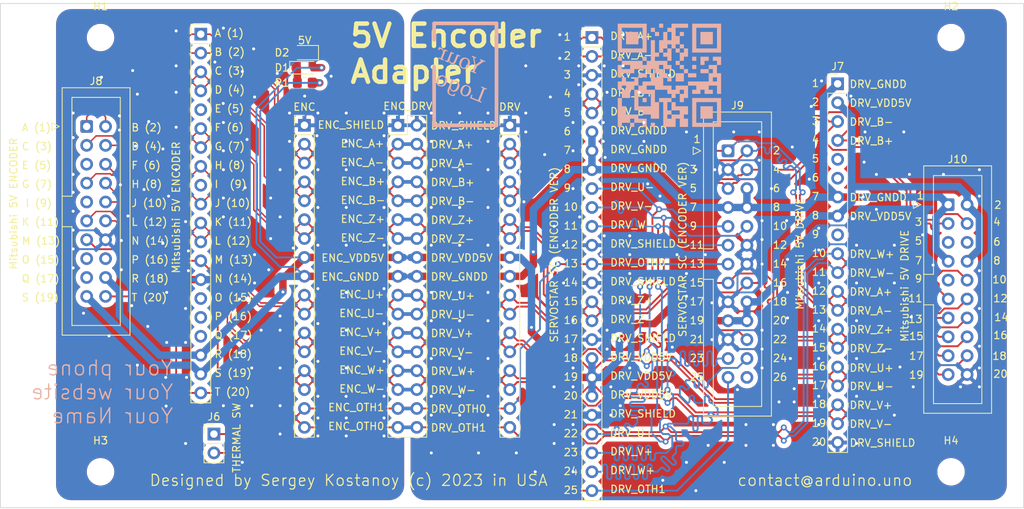
<source format=kicad_pcb>
(kicad_pcb (version 20221018) (generator pcbnew)
  (layers (0 "F.Cu" signal) (31 "B.Cu" signal) (34 "B.Paste" user) (35 "F.Paste" user) (36 "B.SilkS" user "B.Silkscreen") (37 "F.SilkS" user "F.Silkscreen") (38 "B.Mask" user) (39 "F.Mask" user) (44 "Edge.Cuts" user))
  (net 0 "")
  (net 1 "/ENC_A+")
  (net 2 "/ENC_A-")
  (net 3 "/ENC_B+")
  (net 4 "/ENC_B-")
  (net 6 "/ENC_Z+")
  (net 7 "/ENC_Z-")
  (net 8 "/ENC_U+")
  (net 10 "/ENC_U-")
  (net 11 "/ENC_V+")
  (net 12 "/ENC_V-")
  (net 13 "/ENC_W+")
  (net 14 "/ENC_SHIELD")
  (net 18 "/ENC_GNDD")
  (net 19 "/ENC_VDD5V")
  (net 20 "/ENC_W-")
  (net 21 "/DRV_A+")
  (net 22 "/DRV_A-")
  (net 23 "/DRV_SHIELD")
  (net 24 "/DRV_B+")
  (net 25 "/DRV_B-")
  (net 26 "/DRV_U-")
  (net 27 "/DRV_V-")
  (net 28 "/DRV_W-")
  (net 29 "/DRV_OTH0")
  (net 30 "/DRV_Z+")
  (net 31 "/DRV_Z-")
  (net 32 "/DRV_U+")
  (net 33 "/DRV_V+")
  (net 34 "/DRV_W+")
  (net 35 "/DRV_OTH1")
  (net 36 "/DRV_GNDD")
  (net 37 "/DRV_VDD5V")
  (net 38 "/ENC_OTH1")
  (net 39 "/ENC_OTH0")
  (net 40 "Net-(D1-K)")
  (footprint "Connector_IDC:IDC-Header_2x10_P2.54mm_Vertical" (layer "F.Cu") (at 177.419 58.039)
    (fp_text reference "J10")
    (fp_text value "Mitsubishi 5V DRIVE")
  )
  (footprint "Connector_PinHeader_2.54mm:PinHeader_1x25_P2.54mm_Vertical" (layer "F.Cu") (at 129.54 35.56)
    (fp_text reference "J3" hide)
    (fp_text value "SERVOSTAR SC (ENCODER VER)")
  )
  (footprint "MountingHole:MountingHole_3.2mm_M3" (layer "F.Cu") (at 63.5 35.56)
    (fp_text reference "H1")
    (fp_text value "MountingHole")
  )
  (footprint "MountingHole:MountingHole_3.2mm_M3" (layer "F.Cu") (at 177.8 35.56)
    (fp_text reference "H2")
    (fp_text value "MountingHole")
  )
  (footprint "LED_SMD:LED_0805_2012Metric_Pad1.15x1.40mm_HandSolder" (layer "F.Cu") (at 90.932 37.592 180)
    (fp_text reference "D2")
    (fp_text value "5V")
  )
  (footprint "Connector_PinHeader_2.54mm:PinHeader_1x20_P2.54mm_Vertical" (layer "F.Cu") (at 76.97 35.11)
    (fp_text reference "J2" hide)
    (fp_text value "Mitsubishi 5V ENCODER")
  )
  (footprint "MountingHole:MountingHole_3.2mm_M3" (layer "F.Cu") (at 63.5 93.98)
    (fp_text reference "H3")
    (fp_text value "MountingHole")
  )
  (footprint "Connector_PinHeader_2.54mm:PinHeader_1x02_P2.54mm_Vertical" (layer "F.Cu") (at 78.74 88.9)
    (fp_text reference "J6")
    (fp_text value "THERMAL SW")
  )
  (footprint "Connector_PinHeader_2.54mm:PinHeader_1x17_P2.54mm_Vertical" (layer "F.Cu") (at 90.9 47.36)
    (fp_text reference "J4" hide)
    (fp_text value "ENC")
  )
  (footprint "Connector_PinHeader_2.54mm:PinHeader_1x20_P2.54mm_Vertical" (layer "F.Cu") (at 162.56 41.783)
    (fp_text reference "J7")
    (fp_text value "Mitsubishi 5V DRIVE")
  )
  (footprint "MountingHole:MountingHole_3.2mm_M3" (layer "F.Cu") (at 177.8 93.98)
    (fp_text reference "H4")
    (fp_text value "MountingHole")
  )
  (footprint "Connector_IDC:IDC-Header_2x13_P2.54mm_Vertical" (layer "F.Cu") (at 147.828 50.8)
    (fp_text reference "J9")
    (fp_text value "SERVOSTAR SC (ENCODER VER)")
  )
  (footprint "Diode_SMD:D_SOD-323_HandSoldering" (layer "F.Cu") (at 90.932 39.624)
    (fp_text reference "D1")
    (fp_text value "1N4148W")
  )
  (footprint "Connector_IDC:IDC-Header_2x10_P2.54mm_Vertical" (layer "F.Cu") (at 61.636 47.524)
    (fp_text reference "J8")
    (fp_text value "Mitsubishi 5V ENCODER")
  )
  (footprint "Connector_PinHeader_2.54mm:PinHeader_2x17_P2.54mm_Vertical" (layer "F.Cu") (at 103.46 47.36)
    (fp_text reference "J1" hide)
    (fp_text value "ENC_DRV" hide)
  )
  (footprint "Connector_PinHeader_2.54mm:PinHeader_1x17_P2.54mm_Vertical" (layer "F.Cu") (at 118.5 47.36)
    (fp_text reference "J5" hide)
    (fp_text value "DRV")
  )
  (footprint "Resistor_SMD:R_0805_2012Metric_Pad1.20x1.40mm_HandSolder" (layer "F.Cu") (at 90.948 41.656 180)
    (fp_text reference "R1")
    (fp_text value "1K")
  )
  (footprint "NetTie:NetTie-2_SMD_Pad0.5mm" (layer "B.Cu") (at 104.75 67.68)
    (fp_text reference "NT9" hide)
    (fp_text value "NetTie_2" hide)
  )
  (footprint "NetTie:NetTie-2_SMD_Pad0.5mm" (layer "B.Cu") (at 104.75 47.36)
    (fp_text reference "NT1" hide)
    (fp_text value "NetTie_2" hide)
  )
  (footprint "NetTie:NetTie-2_SMD_Pad0.5mm" (layer "B.Cu") (at 104.7 88)
    (fp_text reference "NT17" hide)
    (fp_text value "NetTie_2" hide)
  )
  (footprint "NetTie:NetTie-2_SMD_Pad0.5mm" (layer "B.Cu") (at 104.7 75.3)
    (fp_text reference "NT12" hide)
    (fp_text value "NetTie_2" hide)
  )
  (footprint "NetTie:NetTie-2_SMD_Pad0.5mm" (layer "B.Cu") (at 104.7 72.76)
    (fp_text reference "NT11" hide)
    (fp_text value "NetTie_2" hide)
  )
  (footprint "NetTie:NetTie-2_SMD_Pad0.5mm" (layer "B.Cu") (at 104.7 65.14)
    (fp_text reference "NT8" hide)
    (fp_text value "NetTie_2" hide)
  )
  (footprint "NetTie:NetTie-2_SMD_Pad0.5mm" (layer "B.Cu") (at 104.75 82.92)
    (fp_text reference "NT15" hide)
    (fp_text value "NetTie_2" hide)
  )
  (footprint "NetTie:NetTie-2_SMD_Pad0.5mm" (layer "B.Cu") (at 104.7 70.22)
    (fp_text reference "NT10" hide)
    (fp_text value "NetTie_2" hide)
  )
  (footprint "NetTie:NetTie-2_SMD_Pad0.5mm" (layer "B.Cu") (at 104.75 62.6)
    (fp_text reference "NT7" hide)
    (fp_text value "NetTie_2" hide)
  )
  (footprint "LOGO" (layer "B.Cu") (at 139.954 40.64 180)
    (fp_text reference "G***" hide)
    (fp_text value "LOGO" hide)
  )
  (footprint "NetTie:NetTie-2_SMD_Pad0.5mm" (layer "B.Cu") (at 104.7 85.46)
    (fp_text reference "NT16" hide)
    (fp_text value "NetTie_2" hide)
  )
  (footprint "NetTie:NetTie-2_SMD_Pad0.5mm" (layer "B.Cu") (at 104.75 54.98)
    (fp_text reference "NT4" hide)
    (fp_text value "NetTie_2" hide)
  )
  (footprint "NetTie:NetTie-2_SMD_Pad0.5mm" (layer "B.Cu") (at 104.7 77.84)
    (fp_text reference "NT13" hide)
    (fp_text value "NetTie_2" hide)
  )
  (footprint "NetTie:NetTie-2_SMD_Pad0.5mm" (layer "B.Cu") (at 104.75 57.52)
    (fp_text reference "NT5" hide)
    (fp_text value "NetTie_2" hide)
  )
  (footprint "NetTie:NetTie-2_SMD_Pad0.5mm" (layer "B.Cu") (at 104.7 60.06)
    (fp_text reference "NT6" hide)
    (fp_text value "NetTie_2" hide)
  )
  (footprint "NetTie:NetTie-2_SMD_Pad0.5mm" (layer "B.Cu") (at 104.7 80.38)
    (fp_text reference "NT14" hide)
    (fp_text value "NetTie_2" hide)
  )
  (footprint "NetTie:NetTie-2_SMD_Pad0.5mm" (layer "B.Cu") (at 104.75 49.9)
    (fp_text reference "NT2" hide)
    (fp_text value "NetTie_2" hide)
  )
  (footprint "NetTie:NetTie-2_SMD_Pad0.5mm" (layer "B.Cu") (at 104.75 52.44)
    (fp_text reference "NT3" hide)
    (fp_text value "NetTie_2" hide)
  )
  (gr_line (start 116.713 47.371) (end 116.713 33.655) (stroke (width 0.5)) (layer "B.SilkS"))
  (gr_line (start 108.331 47.371) (end 116.713 47.371) (stroke (width 0.5)) (layer "B.SilkS"))
  (gr_line (start 116.713 33.655) (end 108.331 33.655) (stroke (width 0.5)) (layer "B.SilkS"))
  (gr_line (start 108.331 33.7185) (end 108.331 35.8775) (stroke (width 0.5)) (layer "B.SilkS"))
  (gr_line (start 108.331 39.497) (end 108.331 47.371) (stroke (width 0.5)) (layer "B.SilkS"))
  (gr_rect locked (start 50.038 30.988) (end 187.558 98.806) (stroke (width 0.1)) (fill none) (layer "Edge.Cuts"))
  (gr_text "  Your\nLogo" (at 114.681 44.704 -22) (layer "B.SilkS") (effects (font (size 2 2) (thickness 0.5) italic) (justify left bottom mirror)))
  (gr_text "Your phone\nYour website\nYour Name" (at 73.406 87.63) (layer "B.SilkS") (effects (font (size 2 2) (thickness 0.18)) (justify left bottom mirror)))
  (gr_text "13" (at 142.592 66.588) (layer "F.SilkS") (effects (font (size 1 1)) (justify left bottom)))
  (gr_text "DRV_V-" (at 164.084 88.138) (layer "F.SilkS") (effects (font (size 1 1)) (justify left bottom)))
  (gr_text "DRV_A+" (at 164.084 70.358) (layer "F.SilkS") (effects (font (size 1 1)) (justify left bottom)))
  (gr_text "DRV_A+" (at 131.91 35.95) (layer "F.SilkS") (effects (font (size 1 1)) (justify left bottom)))
  (gr_text "5" (at 125.652364 46.230208) (layer "F.SilkS") (effects (font (size 1 1)) (justify left bottom)))
  (gr_text "DRV_B+" (at 131.91 43.57) (layer "F.SilkS") (effects (font (size 1 1)) (justify left bottom)))
  (gr_text "ENC_Z-" (at 95.7 63.1) (layer "F.SilkS") (effects (font (size 1 1)) (justify left bottom)))
  (gr_text "ENC_VDD5V" (at 93.1 65.8) (layer "F.SilkS") (effects (font (size 1 1)) (justify left bottom)))
  (gr_text "9" (at 172.847 68.58) (layer "F.SilkS") (effects (font (size 1 1)) (justify left bottom)))
  (gr_text "6" (at 159.004 54.991) (layer "F.SilkS") (effects (font (size 1 1)) (justify left bottom)))
  (gr_text "12" (at 159.004 70.231) (layer "F.SilkS") (effects (font (size 1 1)) (justify left bottom)))
  (gr_text "7" (at 172.847 66.167) (layer "F.SilkS") (effects (font (size 1 1)) (justify left bottom)))
  (gr_text "3" (at 159.004 47.371) (layer "F.SilkS") (effects (font (size 1 1)) (justify left bottom)))
  (gr_text "14" (at 159.004 75.311) (layer "F.SilkS") (effects (font (size 1 1)) (justify left bottom)))
  (gr_text "DRV_V+" (at 107.8 75.94) (layer "F.SilkS") (effects (font (size 1 1)) (justify left bottom)))
  (gr_text "5" (at 142.592 56.428) (layer "F.SilkS") (effects (font (size 1 1)) (justify left bottom)))
  (gr_text "F (6)" (at 67.564 53.34) (layer "F.SilkS") (effects (font (size 1 1)) (justify left bottom)))
  (gr_text "ENC_W-" (at 95.5 83.4) (layer "F.SilkS") (effects (font (size 1 1)) (justify left bottom)))
  (gr_text "DRV_W-" (at 164.084 67.818) (layer "F.SilkS") (effects (font (size 1 1)) (justify left bottom)))
  (gr_text "DRV_B+" (at 164.084 50.038) (layer "F.SilkS") (effects (font (size 1 1)) (justify left bottom)))
  (gr_text "ENC_B+" (at 95.7 55.48) (layer "F.SilkS") (effects (font (size 1 1)) (justify left bottom)))
  (gr_text "DRV_VDD5V" (at 107.8 65.78) (layer "F.SilkS") (effects (font (size 1 1)) (justify left bottom)))
  (gr_text "DRV_V-" (at 131.91 58.81) (layer "F.SilkS") (effects (font (size 1 1)) (justify left bottom)))
  (gr_text "L (12)" (at 78.74 63.5) (layer "F.SilkS") (effects (font (size 1 1)) (justify left bottom)))
  (gr_text "DRV_A-" (at 164.084 72.898) (layer "F.SilkS") (effects (font (size 1 1)) (justify left bottom)))
  (gr_text "DRV_OTH0" (at 131.91 66.43) (layer "F.SilkS") (effects (font (size 1 1)) (justify left bottom)))
  (gr_text "ENC_V+" (at 95.5 75.78) (layer "F.SilkS") (effects (font (size 1 1)) (justify left bottom)))
  (gr_text "DRV_OTH0" (at 107.8 86.1) (layer "F.SilkS") (effects (font (size 1 1)) (justify left bottom)))
  (gr_text "15" (at 172.085 76.327) (layer "F.SilkS") (effects (font (size 1 1)) (justify left bottom)))
  (gr_text "18" (at 125.652364 79.250208) (layer "F.SilkS") (effects (font (size 1 1)) (justify left bottom)))
  (gr_text "12" (at 153.768 64.048) (layer "F.SilkS") (effects (font (size 1 1)) (justify left bottom)))
  (gr_text "10" (at 183.261 68.707) (layer "F.SilkS") (effects (font (size 1 1)) (justify left bottom)))
  (gr_text "K (11)" (at 52.832 60.96) (layer "F.SilkS") (effects (font (size 1 1)) (justify left bottom)))
  (gr_text "6" (at 153.768 56.428) (layer "F.SilkS") (effects (font (size 1 1)) (justify left bottom)))
  (gr_text "11" (at 125.652364 61.470208) (layer "F.SilkS") (effects (font (size 1 1)) (justify left bottom)))
  (gr_text "DRV_A-" (at 107.8 53.08) (layer "F.SilkS") (effects (font (size 1 1)) (justify left bottom)))
  (gr_text "24" (at 125.652364 94.490208) (layer "F.SilkS") (effects (font (size 1 1)) (justify left bottom)))
  (gr_text "4" (at 183.388 60.96) (layer "F.SilkS") (effects (font (size 1 1)) (justify left bottom)))
  (gr_text "K (11)" (at 78.74 60.96) (layer "F.SilkS") (effects (font (size 1 1)) (justify left bottom)))
  (gr_text "C (3)" (at 78.74 40.64) (layer "F.SilkS") (effects (font (size 1 1)) (justify left bottom)))
  (gr_text "ENC_A-" (at 95.7 52.94) (layer "F.SilkS") (effects (font (size 1 1)) (justify left bottom)))
  (gr_text "I  (9)" (at 78.74 55.88) (layer "F.SilkS") (effects (font (size 1 1)) (justify left bottom)))
  (gr_text "J (10)" (at 78.74 58.42) (layer "F.SilkS") (effects (font (size 1 1)) (justify left bottom)))
  (gr_text "DRV_VDD5V" (at 131.91 79.13) (layer "F.SilkS") (effects (font (size 1 1)) (justify left bottom)))
  (gr_text "DRV_Z-" (at 131.91 74.05) (layer "F.SilkS") (effects (font (size 1 1)) (justify left bottom)))
  (gr_text "15" (at 142.592 69.128) (layer "F.SilkS") (effects (font (size 1 1)) (justify left bottom)))
  (gr_text "3" (at 142.592 53.888) (layer "F.SilkS") (effects (font (size 1 1)) (justify left bottom)))
  (gr_text "R (18)" (at 67.564 68.58) (layer "F.SilkS") (effects (font (size 1 1)) (justify left bottom)))
  (gr_text "19" (at 159.004 88.011) (layer "F.SilkS") (effects (font (size 1 1)) (justify left bottom)))
  (gr_text "contact@arduino.uno" (at 149 96) (layer "F.SilkS") (effects (font (size 1.5 1.5)) (justify left bottom)))
  (gr_text "Q (17)" (at 78.74 76.2) (layer "F.SilkS") (effects (font (size 1 1)) (justify left bottom)))
  (gr_text "19" (at 172.085 81.534) (layer "F.SilkS") (effects (font (size 1 1)) (justify left bottom)))
  (gr_text "B (2)" (at 78.74 38.1) (layer "F.SilkS") (effects (font (size 1 1)) (justify left bottom)))
  (gr_text "9" (at 125.652364 56.390208) (layer "F.SilkS") (effects (font (size 1 1)) (justify left bottom)))
  (gr_text "8" (at 159.004 60.071) (layer "F.SilkS") (effects (font (size 1 1)) (justify left bottom)))
  (gr_text "16" (at 159.004 80.391) (layer "F.SilkS") (effects (font (size 1 1)) (justify left bottom)))
  (gr_text "ENC_OTH1" (at 94 85.9) (layer "F.SilkS") (effects (font (size 1 1)) (justify left bottom)))
  (gr_text "2" (at 153.768 51.348) (layer "F.SilkS") (effects (font (size 1 1)) (justify left bottom)))
  (gr_text "ENC_U+" (at 95.5 70.7) (layer "F.SilkS") (effects (font (size 1 1)) (justify left bottom)))
  (gr_text "15" (at 125.652364 71.630208) (layer "F.SilkS") (effects (font (size 1 1)) (justify left bottom)))
  (gr_text "13" (at 159.004 72.771) (layer "F.SilkS") (effects (font (size 1 1)) (justify left bottom)))
  (gr_text "G (7)" (at 52.832 55.88) (layer "F.SilkS") (effects (font (size 1 1)) (justify left bottom)))
  (gr_text "D (4)" (at 67.564 50.8) (layer "F.SilkS") (effects (font (size 1 1)) (justify left bottom)))
  (gr_text "DRV_A-" (at 131.91 38.49) (layer "F.SilkS") (effects (font (size 1 1)) (justify left bottom)))
  (gr_text "11" (at 142.592 64.048) (layer "F.SilkS") (effects (font (size 1 1)) (justify left bottom)))
  (gr_text "25" (at 142.592 81.828) (layer "F.SilkS") (effects (font (size 1 1)) (justify left bottom)))
  (gr_text "DRV_OTH1" (at 107.8 88.64) (layer "F.SilkS") (effects (font (size 1 1)) (justify left bottom)))
  (gr_text "ENC_GNDD" (at 93.1 68.34) (layer "F.SilkS") (effects (font (size 1 1)) (justify left bottom)))
  (gr_text "4" (at 153.768 53.888) (layer "F.SilkS") (effects (font (size 1 1)) (justify left bottom)))
  (gr_text "7" (at 125.652364 51.310208) (layer "F.SilkS") (effects (font (size 1 1)) (justify left bottom)))
  (gr_text "DRV_A+" (at 107.8 50.54) (layer "F.SilkS") (effects (font (size 1 1)) (justify left bottom)))
  (gr_text "7" (at 142.592 58.968) (layer "F.SilkS") (effects (font (size 1 1)) (justify left bottom)))
  (gr_text "18" (at 159.004 85.471) (layer "F.SilkS") (effects (font (size 1 1)) (justify left bottom)))
  (gr_text "DRV_VDD5V" (at 164.084 60.198) (layer "F.SilkS") (effects (font (size 1 1)) (justify left bottom)))
  (gr_text "Designed by Sergey Kostanoy (c) 2023 in USA" (at 70 96) (layer "F.SilkS") (effects (font (size 1.5 1.5)) (justify left bottom)))
  (gr_text "ENC_DRV" (at 104.8 44.8) (layer "F.SilkS") (effects (font (size 1 1))))
  (gr_text "9" (at 142.592 61.508) (layer "F.SilkS") (effects (font (size 1 1)) (justify left bottom)))
  (gr_text "23" (at 142.592 79.288) (layer "F.SilkS") (effects (font (size 1 1)) (justify left bottom)))
  (gr_text "10" (at 125.652364 58.930208) (layer "F.SilkS") (effects (font (size 1 1)) (justify left bottom)))
  (gr_text "DRV_Z+" (at 164.084 75.438) (layer "F.SilkS") (effects (font (size 1 1)) (justify left bottom)))
  (gr_text "DRV_SHIELD" (at 107.8 48) (layer "F.SilkS") (effects (font (size 1 1)) (justify left bottom)))
  (gr_text "C (3)" (at 52.832 50.8) (layer "F.SilkS") (effects (font (size 1 1)) (justify left bottom)))
  (gr_text "4" (at 125.652364 43.690208) (layer "F.SilkS") (effects (font (size 1 1)) (justify left bottom)))
  (gr_text "19" (at 125.652364 81.790208) (layer "F.SilkS") (effects (font (size 1 1)) (justify left bottom)))
  (gr_text "DRV_SHIELD" (at 131.91 86.75) (layer "F.SilkS") (effects (font (size 1 1)) (justify left bottom)))
  (gr_text "O (15)" (at 52.832 66.04) (layer "F.SilkS") (effects (font (size 1 1)) (justify left bottom)))
  (gr_text "E (5)" (at 78.74 45.72) (layer "F.SilkS") (effects (font (size 1 1)) (justify left bottom)))
  (gr_text "ENC_SHIELD" (at 92.6 47.9) (layer "F.SilkS") (effects (font (size 1 1)) (justify left bottom)))
  (gr_text "N (14)" (at 78.74 68.58) (layer "F.SilkS") (effects (font (size 1 1)) (justify left bottom)))
  (gr_text "A (1)" (at 78.74 35.56) (layer "F.SilkS") (effects (font (size 1 1)) (justify left bottom)))
  (gr_text "DRV_SHIELD" (at 131.91 63.89) (layer "F.SilkS") (effects (font (size 1 1)) (justify left bottom)))
  (gr_text "16" (at 183.388 76.2) (layer "F.SilkS") (effects (font (size 1 1)) (justify left bottom)))
  (gr_text "DRV_Z-" (at 164.084 77.978) (layer "F.SilkS") (effects (font (size 1 1)) (justify left bottom)))
  (gr_text "ENC_V-" (at 95.5 78.32) (layer "F.SilkS") (effects (font (size 1 1)) (justify left bottom)))
  (gr_text "20" (at 153.768 74.208) (layer "F.SilkS") (effects (font (size 1 1)) (justify left bottom)))
  (gr_text "DRV_Z+" (at 131.91 71.51) (layer "F.SilkS") (effects (font (size 1 1)) (justify left bottom)))
  (gr_text "15" (at 159.004 77.851) (layer "F.SilkS") (effects (font (size 1 1)) (justify left bottom)))
  (gr_text "2" (at 159.004 44.831) (layer "F.SilkS") (effects (font (size 1 1)) (justify left bottom)))
  (gr_text "T (20)" (at 78.74 83.82) (layer "F.SilkS") (effects (font (size 1 1)) (justify left bottom)))
  (gr_text "11" (at 171.958 71.247) (layer "F.SilkS") (effects (font (size 1 1)) (justify left bottom)))
  (gr_text "25" (at 125.652364 97.030208) (layer "F.SilkS") (effects (font (size 1 1)) (justify left bottom)))
  (gr_text "DRV_U+" (at 134.896958 88.803474) (layer "F.SilkS") (effects (font (size 1 1))))
  (gr_text "ENC_W+" (at 95.5 80.86) (layer "F.SilkS") (effects (font (size 1 1)) (justify left bottom)))
  (gr_text "B (2)" (at 67.564 48.26) (layer "F.SilkS") (effects (font (size 1 1)) (justify left bottom)))
  (gr_text "DRV_V+" (at 131.91 91.83) (layer "F.SilkS") (effects (font (size 1 1)) (justify left bottom)))
  (gr_text "DRV_U-" (at 131.91 56.27) (layer "F.SilkS") (effects (font (size 1 1)) (justify left bottom)))
  (gr_text "12" (at 183.388 71.247) (layer "F.SilkS") (effects (font (size 1 1)) (justify left bottom)))
  (gr_text "14" (at 153.768 66.588) (layer "F.SilkS") (effects (font (size 1 1)) (justify left bottom)))
  (gr_text "DRV_B+" (at 107.8 55.62) (layer "F.SilkS") (effects (font (size 1 1)) (justify left bottom)))
  (gr_text "N (14)" (at 67.564 63.5) (layer "F.SilkS") (effects (font (size 1 1)) (justify left bottom)))
  (gr_text "R (18)" (at 78.74 78.74) (layer "F.SilkS") (effects (font (size 1 1)) (justify left bottom)))
  (gr_text "DRV_GNDD" (at 107.8 68.32) (layer "F.SilkS") (effects (font (size 1 1)) (justify left bottom)))
  (gr_text "2" (at 125.652364 38.610208) (layer "F.SilkS") (effects (font (size 1 1)) (justify left bottom)))
  (gr_text "1" (at 173.101 57.404) (layer "F.SilkS") (effects (font (size 1 1)) (justify left bottom)))
  (gr_text "DRV_Z+" (at 107.8 60.7) (layer "F.SilkS") (effects (font (size 1 1)) (justify left bottom)))
  (gr_text "12" (at 125.652364 64.010208) (layer "F.SilkS") (effects (font (size 1 1)) (justify left bottom)))
  (gr_text "DRV_V+" (at 164.084 85.598) (layer "F.SilkS") (effects (font (size 1 1)) (justify left bottom)))
  (gr_text "6" (at 183.388 63.627) (layer "F.SilkS") (effects (font (size 1 1)) (justify left bottom)))
  (gr_text "L (12)" (at 67.564 60.96) (layer "F.SilkS") (effects (font (size 1 1)) (justify left bottom)))
  (gr_text "9" (at 159.004 62.611) (layer "F.SilkS") (effects (font (size 1 1)) (justify left bottom)))
  (gr_text "M (13)" (at 78.74 66.04) (layer "F.SilkS") (effects (font (size 1 1)) (justify left bottom)))
  (gr_text "DRV_B-" (at 107.8 58.16) (layer "F.SilkS") (effects (font (size 1 1)) (justify left bottom)))
  (gr_text "17" (at 125.652364 76.710208) (layer "F.SilkS") (effects (font (size 1 1)) (justify left bottom)))
  (gr_text "DRV_SHIELD" (at 131.91 41.03) (layer "F.SilkS") (effects (font (size 1 1)) (justify left bottom)))
  (gr_text "17" (at 159.004 82.931) (layer "F.SilkS") (effects (font (size 1 1)) (justify left bottom)))
  (gr_text "DRV_SHIELD" (at 164.084 90.678) (layer "F.SilkS") (effects (font (size 1 1)) (justify left bottom)))
  (gr_text "4" (at 159.004 49.911) (layer "F.SilkS") (effects (font (size 1 1)) (justify left bottom)))
  (gr_text "DRV_U+" (at 167.132 80.01) (layer "F.SilkS") (effects (font (size 1 1))))
  (gr_text "DRV_B-" (at 164.084 47.498) (layer "F.SilkS") (effects (font (size 1 1)) (justify left bottom)))
  (gr_text "DRV_W-" (at 131.91 61.35) (layer "F.SilkS") (effects (font (size 1 1)) (justify left bottom)))
  (gr_text "DRV_W+" (at 131.91 94.37) (layer "F.SilkS") (effects (font (size 1 1)) (justify left bottom)))
  (gr_text "P (16)" (at 67.564 66.04) (layer "F.SilkS") (effects (font (size 1 1)) (justify left bottom)))
  (gr_text "8" (at 125.652364 53.850208) (layer "F.SilkS") (effects (font (size 1 1)) (justify left bottom)))
  (gr_text "DRV_W+" (at 107.8 81.02) (layer "F.SilkS") (effects (font (size 1 1)) (justify left bottom)))
  (gr_text "18" (at 153.768 71.668) (layer "F.SilkS") (effects (font (size 1 1)) (justify left bottom)))
  (gr_text "1" (at 143.1 49.824) (layer "F.SilkS") (effects (font (size 1 1)) (justify left bottom)))
  (gr_text "1" (at 159.004 42.291) (layer "F.SilkS") (effects (font (size 1 1)) (justify left bottom)))
  (gr_text "A (1)" (at 52.832 48.26) (layer "F.SilkS") (effects (font (size 1 1)) (justify left bottom)))
  (gr_text "20" (at 125.652364 84.330208) (layer "F.SilkS") (effects (font (size 1 1)) (justify left bottom)))
  (gr_text "13" (at 171.958 74.041) (layer "F.SilkS") (effects (font (size 1 1)) (justify left bottom)))
  (gr_text "S (19)" (at 52.832 71.12) (layer "F.SilkS") (effects (font (size 1 1)) (justify left bottom)))
  (gr_text "DRV_GNDD" (at 164.084 57.658) (layer "F.SilkS") (effects (font (size 1 1)) (justify left bottom)))
  (gr_text "DRV_OTH1" (at 131.91 96.91) (layer "F.SilkS") (effects (font (size 1 1)) (justify left bottom)))
  (gr_text "G (7)" (at 78.74 50.8) (layer "F.SilkS") (effects (font (size 1 1)) (justify left bottom)))
  (gr_text "DRV_W+" (at 164.084 65.278) (layer "F.SilkS") (effects (font (size 1 1)) (justify left bottom)))
  (gr_text "E (5)" (at 52.832 53.34) (layer "F.SilkS") (effects (font (size 1 1)) (justify left bottom)))
  (gr_text "10" (at 159.004 65.151) (layer "F.SilkS") (effects (font (size 1 1)) (justify left bottom)))
  (gr_text "14" (at 183.515 73.787) (layer "F.SilkS") (effects (font (size 1 1)) (justify left bottom)))
  (gr_text "DRV_U-" (at 164.084 83.058) (layer "F.SilkS") (effects (font (size 1 1)) (justify left bottom)))
  (gr_text "17" (at 142.592 71.668) (layer "F.SilkS") (effects (font (size 1 1)) (justify left bottom)))
  (gr_text "5" (at 172.847 63.5) (layer "F.SilkS") (effects (font (size 1 1)) (justify left bottom)))
  (gr_text "20" (at 183.388 81.407) (layer "F.SilkS") (effects (font (size 1 1)) (justify left bottom)))
  (gr_text "16" (at 125.652364 74.170208) (layer "F.SilkS") (effects (font (size 1 1)) (justify left bottom)))
  (gr_text "ENC_A+" (at 95.7 50.4) (layer "F.SilkS") (effects (font (size 1 1)) (justify left bottom)))
  (gr_text "26" (at 153.768 81.828) (layer "F.SilkS") (effects (font (size 1 1)) (justify left bottom)))
  (gr_text "DRV_VDD5V" (at 164.084 44.958) (layer "F.SilkS") (effects (font (size 1 1)) (justify left bottom)))
  (gr_text "DRV_B-" (at 131.91 46.11) (layer "F.SilkS") (effects (font (size 1 1)) (justify left bottom)))
  (gr_text "3" (at 172.847 60.96) (layer "F.SilkS") (effects (font (size 1 1)) (justify left bottom)))
  (gr_text "2" (at 183.515 58.674) (layer "F.SilkS") (effects (font (size 1 1)) (justify left bottom)))
  (gr_text "DRV_U+" (at 107.8 70.86) (layer "F.SilkS") (effects (font (size 1 1)) (justify left bottom)))
  (gr_text "ENC_U-" (at 95.5 73.24) (layer "F.SilkS") (effects (font (size 1 1)) (justify left bottom)))
  (gr_text "10" (at 153.768 61.508) (layer "F.SilkS") (effects (font (size 1 1)) (justify left bottom)))
  (gr_text "T (20)" (at 67.564 71.12) (layer "F.SilkS") (effects (font (size 1 1)) (justify left bottom)))
  (gr_text "23" (at 125.652364 91.950208) (layer "F.SilkS") (effects (font (size 1 1)) (justify left bottom)))
  (gr_text "21" (at 142.592 76.748) (layer "F.SilkS") (effects (font (size 1 1)) (justify left bottom)))
  (gr_text "DRV_Z-" (at 107.8 63.24) (layer "F.SilkS") (effects (font (size 1 1)) (justify left bottom)))
  (gr_text "I (9)" (at 53.34 58.42) (layer "F.SilkS") (effects (font (size 1 1)) (justify left bottom)))
  (gr_text "H (8)" (at 78.74 53.34) (layer "F.SilkS") (effects (font (size 1 1)) (justify left bottom)))
  (gr_text "8" (at 153.768 58.968) (layer "F.SilkS") (effects (font (size 1 1)) (justify left bottom)))
  (gr_text "24" (at 153.768 79.288) (layer "F.SilkS") (effects (font (size 1 1)) (justify left bottom)))
  (gr_text "16" (at 153.768 69.128) (layer "F.SilkS") (effects (font (size 1 1)) (justify left bottom)))
  (gr_text "Q (17)" (at 52.832 68.58) (layer "F.SilkS") (effects (font (size 1 1)) (justify left bottom)))
  (gr_text "5V Encoder\nAdapter" (at 96.774 41.91) (layer "F.SilkS") (effects (font (size 3 3) (thickness 0.6) bold) (justify left bottom)))
  (gr_text "DRV_SHIELD" (at 131.91 76.59) (layer "F.SilkS") (effects (font (size 1 1)) (justify left bottom)))
  (gr_text "1" (at 125.652364 36.070208) (layer "F.SilkS") (effects (font (size 1 1)) (justify left bottom)))
  (gr_text "8" (at 183.388 66.167) (layer "F.SilkS") (effects (font (size 1 1)) (justify left bottom)))
  (gr_text "DRV_GNDD" (at 131.91 48.65) (layer "F.SilkS") (effects (font (size 1 1)) (justify left bottom)))
  (gr_text "O (15)" (at 78.74 71.12) (layer "F.SilkS") (effects (font (size 1 1)) (justify left bottom)))
  (gr_text "M (13)" (at 52.832 63.5) (layer "F.SilkS") (effects (font (size 1 1)) (justify left bottom)))
  (gr_text "6" (at 125.652364 48.770208) (layer "F.SilkS") (effects (font (size 1 1)) (justify left bottom)))
  (gr_text "DRV_V-" (at 107.8 78.48) (layer "F.SilkS") (effects (font (size 1 1)) (justify left bottom)))
  (gr_text "22" (at 153.768 76.748) (layer "F.SilkS") (effects (font (size 1 1)) (justify left bottom)))
  (gr_text "DRV_GNDD" (at 131.91 53.73) (layer "F.SilkS") (effects (font (size 1 1)) (justify left bottom)))
  (gr_text "7" (at 159.004 57.531) (layer "F.SilkS") (effects (font (size 1 1)) (justify left bottom)))
  (gr_text "DRV_U-" (at 107.8 73.4) (layer "F.SilkS") (effects (font (size 1 1)) (justify left bottom)))
  (gr_text "DRV_W-" (at 107.8 83.56) (layer "F.SilkS") (effects (font (size 1 1)) (justify left bottom)))
  (gr_text "5" (at 159.004 52.451) (layer "F.SilkS") (effects (font (size 1 1)) (justify left bottom)))
  (gr_text "DRV_SHIELD" (at 131.91 68.97) (layer "F.SilkS") (effects (font (size 1 1)) (justify left bottom)))
  (gr_text "ENC_OTH0" (at 94 88.44) (layer "F.SilkS") (effects (font (size 1 1)) (justify left bottom)))
  (gr_text "13" (at 125.652364 66.550208) (layer "F.SilkS") (effects (font (size 1 1)) (justify left bottom)))
  (gr_text "14" (at 125.652364 69.090208) (layer "F.SilkS") (effects (font (size 1 1)) (justify left bottom)))
  (gr_text "DRV_VDD5V" (at 131.91 84.21) (layer "F.SilkS") (effects (font (size 1 1)) (justify left bottom)))
  (gr_text "21" (at 125.652364 86.870208) (layer "F.SilkS") (effects (font (size 1 1)) (justify left bottom)))
  (gr_text "J (10)" (at 67.564 58.42) (layer "F.SilkS") (effects (font (size 1 1)) (justify left bottom)))
  (gr_text "22" (at 125.652364 89.410208) (layer "F.SilkS") (effects (font (size 1 1)) (justify left bottom)))
  (gr_text "11" (at 159.004 67.691) (layer "F.SilkS") (effects (font (size 1 1)) (justify left bottom)))
  (gr_text "DRV_GNDD" (at 164.084 42.418) (layer "F.SilkS") (effects (font (size 1 1)) (justify left bottom)))
  (gr_text "ENC_B-" (at 95.7 58.02) (layer "F.SilkS") (effects (font (size 1 1)) (justify left bottom)))
  (gr_text "3" (at 125.652364 41.150208) (layer "F.SilkS") (effects (font (size 1 1)) (justify left bottom)))
  (gr_text "P (16)" (at 78.74 73.66) (layer "F.SilkS") (effects (font (size 1 1)) (justify left bottom)))
  (gr_text "DRV_VDD5V" (at 131.91 81.67) (layer "F.SilkS") (effects (font (size 1 1)) (justify left bottom)))
  (gr_text "18" (at 183.261 78.994) (layer "F.SilkS") (effects (font (size 1 1)) (justify left bottom)))
  (gr_text "20" (at 159.004 90.551) (layer "F.SilkS") (effects (font (size 1 1)) (justify left bottom)))
  (gr_text "17" (at 172.085 78.994) (layer "F.SilkS") (effects (font (size 1 1)) (justify left bottom)))
  (gr_text "DRV_GNDD" (at 131.91 51.19) (layer "F.SilkS") (effects (font (size 1 1)) (justify left bottom)))
  (gr_text "19" (at 142.592 74.208) (layer "F.SilkS") (effects (font (size 1 1)) (justify left bottom)))
  (gr_text "D (4)" (at 78.74 43.18) (layer "F.SilkS") (effects (font (size 1 1)) (justify left bottom)))
  (gr_text "ENC_Z+" (at 95.7 60.56) (layer "F.SilkS") (effects (font (size 1 1)) (justify left bottom)))
  (gr_text "F (6)" (at 78.74 48.26) (layer "F.SilkS") (effects (font (size 1 1)) (justify left bottom)))
  (gr_text "H (8)" (at 67.564 55.88) (layer "F.SilkS") (effects (font (size 1 1)) (justify left bottom)))
  (gr_text "S (19)" (at 78.74 81.28) (layer "F.SilkS") (effects (font (size 1 1)) (justify left bottom)))
  (segment locked (start 78.245001 35.11) (end 79.290001 36.155) (width 0.2) (layer "F.Cu") (net 1))
  (segment locked (start 61.636 46.248999) (end 61.636 47.524) (width 0.2) (layer "F.Cu") (net 1))
  (segment locked (start 91.92 50.92) (end 102.44 50.92) (width 0.25) (layer "F.Cu") (net 1))
  (segment locked (start 88.601199 50.944999) (end 89.855001 50.944999) (width 0.2) (layer "F.Cu") (net 1))
  (segment locked (start 68.4868 41.431) (end 64.9308 41.431) (width 0.2) (layer "F.Cu") (net 1))
  (segment locked (start 87.347 49.6908) (end 88.601199 50.944999) (width 0.2) (layer "F.Cu") (net 1))
  (segment locked (start 89.855001 50.944999) (end 90.9 49.9) (width 0.2) (layer "F.Cu") (net 1))
  (segment locked (start 75.694999 35.11) (end 74.649999 36.155) (width 0.2) (layer "F.Cu") (net 1))
  (segment locked (start 87.347 42.3248) (end 87.347 49.6908) (width 0.2) (layer "F.Cu") (net 1))
  (segment locked (start 62.681 43.6808) (end 62.681 45.203999) (width 0.2) (layer "F.Cu") (net 1))
  (segment locked (start 73.7628 36.155) (end 68.4868 41.431) (width 0.2) (layer "F.Cu") (net 1))
  (segment locked (start 76.97 35.11) (end 78.245001 35.11) (width 0.2) (layer "F.Cu") (net 1))
  (segment locked (start 90.9 49.9) (end 91.92 50.92) (width 0.25) (layer "F.Cu") (net 1))
  (segment locked (start 79.290001 36.155) (end 81.1772 36.155) (width 0.2) (layer "F.Cu") (net 1))
  (segment locked (start 76.97 35.11) (end 75.694999 35.11) (width 0.2) (layer "F.Cu") (net 1))
  (segment locked (start 62.681 45.203999) (end 61.636 46.248999) (width 0.2) (layer "F.Cu") (net 1))
  (segment locked (start 81.1772 36.155) (end 87.347 42.3248) (width 0.2) (layer "F.Cu") (net 1))
  (segment locked (start 74.649999 36.155) (end 73.7628 36.155) (width 0.2) (layer "F.Cu") (net 1))
  (segment locked (start 102.44 50.92) (end 103.46 49.9) (width 0.25) (layer "F.Cu") (net 1))
  (segment locked (start 64.9308 41.431) (end 62.681 43.6808) (width 0.2) (layer "F.Cu") (net 1))
  (segment locked (start 104.25 49.9) (end 103.46 49.9) (width 0.25) (layer "B.Cu") (net 1))
  (segment locked (start 88.414801 51.395001) (end 89.855001 51.395001) (width 0.2) (layer "F.Cu") (net 2))
  (segment locked (start 86.897 49.8772) (end 88.414801 51.395001) (width 0.2) (layer "F.Cu") (net 2))
  (segment locked (start 65.1172 41.881) (end 68.6732 41.881) (width 0.2) (layer "F.Cu") (net 2))
  (segment locked (start 63.131 45.203999) (end 63.131 43.8672) (width 0.2) (layer "F.Cu") (net 2))
  (segment locked (start 64.275068 43.190274) (end 64.275068 43.190275) (width 0.2) (layer "F.Cu") (net 2))
  (segment locked (start 64.253628 42.744571) (end 65.1172 41.881) (width 0.2) (layer "F.Cu") (net 2))
  (segment locked (start 91.92 51.42) (end 102.44 51.42) (width 0.25) (layer "F.Cu") (net 2))
  (segment locked (start 64.176 47.524) (end 64.176 46.248999) (width 0.2) (layer "F.Cu") (net 2))
  (segment locked (start 74.649999 36.605) (end 75.694999 37.65) (width 0.2) (layer "F.Cu") (net 2))
  (segment locked (start 80.9908 36.605) (end 86.897 42.5112) (width 0.2) (layer "F.Cu") (net 2))
  (segment locked (start 68.6732 41.881) (end 73.9492 36.605) (width 0.2) (layer "F.Cu") (net 2))
  (segment locked (start 75.694999 37.65) (end 76.97 37.65) (width 0.2) (layer "F.Cu") (net 2))
  (segment locked (start 90.9 52.44) (end 91.92 51.42) (width 0.25) (layer "F.Cu") (net 2))
  (segment locked (start 78.245001 37.65) (end 79.290001 36.605) (width 0.2) (layer "F.Cu") (net 2))
  (segment locked (start 79.290001 36.605) (end 80.9908 36.605) (width 0.2) (layer "F.Cu") (net 2))
  (segment locked (start 76.97 37.65) (end 78.245001 37.65) (width 0.2) (layer "F.Cu") (net 2))
  (segment locked (start 89.855001 51.395001) (end 90.9 52.44) (width 0.2) (layer "F.Cu") (net 2))
  (segment locked (start 64.176 46.248999) (end 63.131 45.203999) (width 0.2) (layer "F.Cu") (net 2))
  (segment locked (start 63.829364 43.5931) (end 63.850804 43.61454) (width 0.2) (layer "F.Cu") (net 2))
  (segment locked (start 64.253627 42.74457) (end 64.253628 42.744571) (width 0.2) (layer "F.Cu") (net 2))
  (segment locked (start 63.131 43.8672) (end 63.4051 43.5931) (width 0.2) (layer "F.Cu") (net 2))
  (segment locked (start 73.9492 36.605) (end 74.649999 36.605) (width 0.2) (layer "F.Cu") (net 2))
  (segment locked (start 64.275068 43.190275) (end 64.253627 43.168834) (width 0.2) (layer "F.Cu") (net 2))
  (segment locked (start 86.897 42.5112) (end 86.897 49.8772) (width 0.2) (layer "F.Cu") (net 2))
  (segment locked (start 102.44 51.42) (end 103.46 52.44) (width 0.25) (layer "F.Cu") (net 2))
  (arc locked (start 64.275068 43.61454) (mid 64.362936 43.402407) (end 64.275068 43.190274) (width 0.2) (layer "F.Cu") (net 2))
  (arc locked (start 64.253627 43.168834) (mid 64.165759 42.956702) (end 64.253627 42.74457) (width 0.2) (layer "F.Cu") (net 2))
  (arc locked (start 63.850804 43.61454) (mid 64.062936 43.702408) (end 64.275068 43.61454) (width 0.2) (layer "F.Cu") (net 2))
  (arc locked (start 63.4051 43.5931) (mid 63.617232 43.505232) (end 63.829364 43.5931) (width 0.2) (layer "F.Cu") (net 2))
  (segment locked (start 104.25 52.44) (end 103.46 52.44) (width 0.25) (layer "B.Cu") (net 2))
  (segment locked (start 66.7378 49.276) (end 65.532 49.276) (width 0.2) (layer "F.Cu") (net 3))
  (segment locked (start 72.238801 41.234999) (end 67.339 46.1348) (width 0.2) (layer "F.Cu") (net 3))
  (segment locked (start 85.95 54.0088) (end 87.966199 56.024999) (width 0.2) (layer "F.Cu") (net 3))
  (segment locked (start 91.92 56) (end 102.44 56) (width 0.25) (layer "F.Cu") (net 3))
  (segment locked (start 78.014999 41.234999) (end 79.907199 41.234999) (width 0.2) (layer "F.Cu") (net 3))
  (segment locked (start 65.532 49.276) (end 65.051626 48.795626) (width 0.2) (layer "F.Cu") (net 3))
  (segment locked (start 102.44 56) (end 103.46 54.98) (width 0.25) (layer "F.Cu") (net 3))
  (segment locked (start 67.339 48.6748) (end 66.7378 49.276) (width 0.2) (layer "F.Cu") (net 3))
  (segment locked (start 76.97 40.19) (end 75.925001 41.234999) (width 0.2) (layer "F.Cu") (net 3))
  (segment locked (start 89.855001 56.024999) (end 90.9 54.98) (width 0.2) (layer "F.Cu") (net 3))
  (segment locked (start 87.966199 56.024999) (end 89.855001 56.024999) (width 0.2) (layer "F.Cu") (net 3))
  (segment locked (start 75.925001 41.234999) (end 72.238801 41.234999) (width 0.2) (layer "F.Cu") (net 3))
  (segment locked (start 90.9 54.98) (end 91.92 56) (width 0.25) (layer "F.Cu") (net 3))
  (segment locked (start 65.051626 48.795626) (end 62.904374 48.795626) (width 0.2) (layer "F.Cu") (net 3))
  (segment locked (start 76.97 40.19) (end 78.014999 41.234999) (width 0.2) (layer "F.Cu") (net 3))
  (segment locked (start 67.339 46.1348) (end 67.339 48.6748) (width 0.2) (layer "F.Cu") (net 3))
  (segment locked (start 62.904374 48.795626) (end 61.636 50.064) (width 0.2) (layer "F.Cu") (net 3))
  (segment locked (start 79.907199 41.234999) (end 85.95 47.2778) (width 0.2) (layer "F.Cu") (net 3))
  (segment locked (start 85.95 47.2778) (end 85.95 54.0088) (width 0.2) (layer "F.Cu") (net 3))
  (segment locked (start 104.25 54.98) (end 103.46 54.98) (width 0.25) (layer "B.Cu") (net 3))
  (segment locked (start 66.5862 50.064) (end 67.789 48.8612) (width 0.2) (layer "F.Cu") (net 4))
  (segment locked (start 69.061793 45.472671) (end 69.187831 45.598709) (width 0.2) (layer "F.Cu") (net 4))
  (segment locked (start 85.5 47.4642) (end 85.5 54.1952) (width 0.2) (layer "F.Cu") (net 4))
  (segment locked (start 72.425199 41.685001) (end 75.925001 41.685001) (width 0.2) (layer "F.Cu") (net 4))
  (segment locked (start 69.612096 45.174443) (end 69.612096 45.174444) (width 0.2) (layer "F.Cu") (net 4))
  (segment locked (start 68.089 48.087) (end 68.267258 48.087) (width 0.2) (layer "F.Cu") (net 4))
  (segment locked (start 64.176 50.064) (end 66.5862 50.064) (width 0.2) (layer "F.Cu") (net 4))
  (segment locked (start 69.486057 44.624141) (end 69.486057 44.62414) (width 0.2) (layer "F.Cu") (net 4))
  (segment locked (start 69.612096 45.174444) (end 69.486057 45.048405) (width 0.2) (layer "F.Cu") (net 4))
  (segment locked (start 68.637527 45.47267) (end 68.637528 45.472671) (width 0.2) (layer "F.Cu") (net 4))
  (segment locked (start 68.763575 46.022982) (end 68.637527 45.896934) (width 0.2) (layer "F.Cu") (net 4))
  (segment locked (start 89.855001 56.475001) (end 90.9 57.52) (width 0.2) (layer "F.Cu") (net 4))
  (segment locked (start 75.925001 41.685001) (end 76.97 42.73) (width 0.2) (layer "F.Cu") (net 4))
  (segment locked (start 69.612095 45.598709) (end 69.612096 45.598709) (width 0.2) (layer "F.Cu") (net 4))
  (segment locked (start 85.5 54.1952) (end 87.779801 56.475001) (width 0.2) (layer "F.Cu") (net 4))
  (segment locked (start 76.97 42.73) (end 78.014999 41.685001) (width 0.2) (layer "F.Cu") (net 4))
  (segment locked (start 78.014999 41.685001) (end 79.720801 41.685001) (width 0.2) (layer "F.Cu") (net 4))
  (segment locked (start 68.213264 46.3212) (end 68.339311 46.447247) (width 0.2) (layer "F.Cu") (net 4))
  (segment locked (start 79.720801 41.685001) (end 85.5 47.4642) (width 0.2) (layer "F.Cu") (net 4))
  (segment locked (start 69.486057 44.62414) (end 72.425199 41.685001) (width 0.2) (layer "F.Cu") (net 4))
  (segment locked (start 67.789 47.187) (end 67.789 46.537) (width 0.2) (layer "F.Cu") (net 4))
  (segment locked (start 91.92 56.5) (end 102.44 56.5) (width 0.25) (layer "F.Cu") (net 4))
  (segment locked (start 90.9 57.52) (end 91.92 56.5) (width 0.25) (layer "F.Cu") (net 4))
  (segment locked (start 68.763575 46.022981) (end 68.763575 46.022982) (width 0.2) (layer "F.Cu") (net 4))
  (segment locked (start 68.267258 47.487) (end 68.089 47.487) (width 0.2) (layer "F.Cu") (net 4))
  (segment locked (start 102.44 56.5) (end 103.46 57.52) (width 0.25) (layer "F.Cu") (net 4))
  (segment locked (start 67.789 48.8612) (end 67.789 48.387) (width 0.2) (layer "F.Cu") (net 4))
  (segment locked (start 67.789 46.537) (end 67.789 46.3212) (width 0.2) (layer "F.Cu") (net 4))
  (segment locked (start 68.637528 45.472671) (end 68.637529 45.472671) (width 0.2) (layer "F.Cu") (net 4))
  (segment locked (start 87.779801 56.475001) (end 89.855001 56.475001) (width 0.2) (layer "F.Cu") (net 4))
  (arc locked (start 68.637527 45.896934) (mid 68.549659 45.684802) (end 68.637527 45.47267) (width 0.2) (layer "F.Cu") (net 4))
  (arc locked (start 69.187831 45.598709) (mid 69.399963 45.686577) (end 69.612095 45.598709) (width 0.2) (layer "F.Cu") (net 4))
  (arc locked (start 67.789 48.387) (mid 67.876868 48.174868) (end 68.089 48.087) (width 0.2) (layer "F.Cu") (net 4))
  (arc locked (start 69.612096 45.598709) (mid 69.699964 45.386576) (end 69.612096 45.174443) (width 0.2) (layer "F.Cu") (net 4))
  (arc locked (start 68.089 47.487) (mid 67.876868 47.399132) (end 67.789 47.187) (width 0.2) (layer "F.Cu") (net 4))
  (arc locked (start 68.267258 48.087) (mid 68.47939 47.999132) (end 68.567258 47.787) (width 0.2) (layer "F.Cu") (net 4))
  (arc locked (start 68.339311 46.447247) (mid 68.551443 46.535115) (end 68.763575 46.447247) (width 0.2) (layer "F.Cu") (net 4))
  (arc locked (start 68.763575 46.447247) (mid 68.851443 46.235114) (end 68.763575 46.022981) (width 0.2) (layer "F.Cu") (net 4))
  (arc locked (start 69.486057 45.048405) (mid 69.398189 44.836273) (end 69.486057 44.624141) (width 0.2) (layer "F.Cu") (net 4))
  (arc locked (start 68.567258 47.787) (mid 68.47939 47.574868) (end 68.267258 47.487) (width 0.2) (layer "F.Cu") (net 4))
  (arc locked (start 68.637529 45.472671) (mid 68.849661 45.384803) (end 69.061793 45.472671) (width 0.2) (layer "F.Cu") (net 4))
  (arc locked (start 67.789 46.3212) (mid 68.001132 46.233332) (end 68.213264 46.3212) (width 0.2) (layer "F.Cu") (net 4))
  (segment locked (start 104.25 57.52) (end 103.46 57.52) (width 0.25) (layer "B.Cu") (net 4))
  (segment locked (start 67.311307 51.430719) (end 67.311309 51.430718) (width 0.2) (layer "F.Cu") (net 6))
  (segment locked (start 65.195 53.623) (end 66.4548 53.623) (width 0.2) (layer "F.Cu") (net 6))
  (segment locked (start 91.92 61.08) (end 102.44 61.08) (width 0.25) (layer "F.Cu") (net 6))
  (segment locked (start 68.40346 51.674341) (end 71.222801 48.854999) (width 0.2) (layer "F.Cu") (net 6))
  (segment locked (start 84.553 58.5808) (end 87.077199 61.104999) (width 0.2) (layer "F.Cu") (net 6))
  (segment locked (start 89.855001 61.104999) (end 90.9 60.06) (width 0.2) (layer "F.Cu") (net 6))
  (segment locked (start 68.403461 51.674342) (end 68.40346 51.674341) (width 0.2) (layer "F.Cu") (net 6))
  (segment locked (start 67.735573 51.430718) (end 67.979197 51.674342) (width 0.2) (layer "F.Cu") (net 6))
  (segment locked (start 67.554931 52.522872) (end 67.55493 52.522871) (width 0.2) (layer "F.Cu") (net 6))
  (segment locked (start 66.88709 52.279295) (end 67.130667 52.522872) (width 0.2) (layer "F.Cu") (net 6))
  (segment locked (start 66.7064 52.947136) (end 66.462824 52.70356) (width 0.2) (layer "F.Cu") (net 6))
  (segment locked (start 87.077199 61.104999) (end 89.855001 61.104999) (width 0.2) (layer "F.Cu") (net 6))
  (segment locked (start 67.55493 52.522871) (end 67.55493 52.52287) (width 0.2) (layer "F.Cu") (net 6))
  (segment locked (start 80.923199 48.854999) (end 84.553 52.4848) (width 0.2) (layer "F.Cu") (net 6))
  (segment locked (start 66.4548 53.623) (end 66.7064 53.3714) (width 0.2) (layer "F.Cu") (net 6))
  (segment locked (start 67.55493 52.098606) (end 67.311307 51.854983) (width 0.2) (layer "F.Cu") (net 6))
  (segment locked (start 90.9 60.06) (end 91.92 61.08) (width 0.25) (layer "F.Cu") (net 6))
  (segment locked (start 84.553 52.4848) (end 84.553 58.5808) (width 0.2) (layer "F.Cu") (net 6))
  (segment locked (start 78.014999 48.854999) (end 80.923199 48.854999) (width 0.2) (layer "F.Cu") (net 6))
  (segment locked (start 64.176 52.604) (end 65.195 53.623) (width 0.2) (layer "F.Cu") (net 6))
  (segment locked (start 76.97 47.81) (end 78.014999 48.854999) (width 0.2) (layer "F.Cu") (net 6))
  (segment locked (start 71.222801 48.854999) (end 75.925001 48.854999) (width 0.2) (layer "F.Cu") (net 6))
  (segment locked (start 66.462824 52.279296) (end 66.462826 52.279295) (width 0.2) (layer "F.Cu") (net 6))
  (segment locked (start 75.925001 48.854999) (end 76.97 47.81) (width 0.2) (layer "F.Cu") (net 6))
  (segment locked (start 102.44 61.08) (end 103.46 60.06) (width 0.25) (layer "F.Cu") (net 6))
  (arc locked (start 67.130667 52.522872) (mid 67.342799 52.61074) (end 67.554931 52.522872) (width 0.2) (layer "F.Cu") (net 6))
  (arc locked (start 66.462824 52.70356) (mid 66.374956 52.491428) (end 66.462824 52.279296) (width 0.2) (layer "F.Cu") (net 6))
  (arc locked (start 66.7064 53.3714) (mid 66.794268 53.159268) (end 66.7064 52.947136) (width 0.2) (layer "F.Cu") (net 6))
  (arc locked (start 67.311309 51.430718) (mid 67.523441 51.34285) (end 67.735573 51.430718) (width 0.2) (layer "F.Cu") (net 6))
  (arc locked (start 66.462826 52.279295) (mid 66.674958 52.191427) (end 66.88709 52.279295) (width 0.2) (layer "F.Cu") (net 6))
  (arc locked (start 67.311307 51.854983) (mid 67.223439 51.642851) (end 67.311307 51.430719) (width 0.2) (layer "F.Cu") (net 6))
  (arc locked (start 67.55493 52.52287) (mid 67.642798 52.310738) (end 67.55493 52.098606) (width 0.2) (layer "F.Cu") (net 6))
  (arc locked (start 67.979197 51.674342) (mid 68.191329 51.76221) (end 68.403461 51.674342) (width 0.2) (layer "F.Cu") (net 6))
  (segment locked (start 104.2 60.06) (end 103.46 60.06) (width 0.25) (layer "B.Cu") (net 6))
  (segment locked (start 84.103 52.6712) (end 84.103 58.7672) (width 0.2) (layer "F.Cu") (net 7))
  (segment locked (start 80.736801 49.305001) (end 84.103 52.6712) (width 0.2) (layer "F.Cu") (net 7))
  (segment locked (start 71.409199 49.305001) (end 75.925001 49.305001) (width 0.2) (layer "F.Cu") (net 7))
  (segment locked (start 76.97 50.35) (end 78.014999 49.305001) (width 0.2) (layer "F.Cu") (net 7))
  (segment locked (start 64.812951 53.890951) (end 64.995 54.073) (width 0.2) (layer "F.Cu") (net 7))
  (segment locked (start 90.9 62.6) (end 91.92 61.58) (width 0.25) (layer "F.Cu") (net 7))
  (segment locked (start 75.925001 49.305001) (end 76.97 50.35) (width 0.2) (layer "F.Cu") (net 7))
  (segment locked (start 84.103 58.7672) (end 86.890801 61.555001) (width 0.2) (layer "F.Cu") (net 7))
  (segment locked (start 78.014999 49.305001) (end 80.736801 49.305001) (width 0.2) (layer "F.Cu") (net 7))
  (segment locked (start 86.890801 61.555001) (end 89.855001 61.555001) (width 0.2) (layer "F.Cu") (net 7))
  (segment locked (start 64.995 54.073) (end 66.6412 54.073) (width 0.2) (layer "F.Cu") (net 7))
  (segment locked (start 66.6412 54.073) (end 71.409199 49.305001) (width 0.2) (layer "F.Cu") (net 7))
  (segment locked (start 91.92 61.58) (end 102.44 61.58) (width 0.25) (layer "F.Cu") (net 7))
  (segment locked (start 62.889049 53.890951) (end 64.812951 53.890951) (width 0.2) (layer "F.Cu") (net 7))
  (segment locked (start 61.636 55.144) (end 62.889049 53.890951) (width 0.2) (layer "F.Cu") (net 7))
  (segment locked (start 102.44 61.58) (end 103.46 62.6) (width 0.25) (layer "F.Cu") (net 7))
  (segment locked (start 89.855001 61.555001) (end 90.9 62.6) (width 0.2) (layer "F.Cu") (net 7))
  (segment locked (start 104.25 62.6) (end 103.46 62.6) (width 0.25) (layer "B.Cu") (net 7))
  (segment locked (start 102.44 71.24) (end 103.46 70.22) (width 0.25) (layer "F.Cu") (net 8))
  (segment locked (start 90.9 70.22) (end 91.92 71.24) (width 0.25) (layer "F.Cu") (net 8))
  (segment locked (start 91.92 71.24) (end 102.44 71.24) (width 0.25) (layer "F.Cu") (net 8))
  (segment locked (start 89.855001 71.264999) (end 90.9 70.22) (width 0.2) (layer "F.Cu") (net 8))
  (segment locked (start 69.955801 57.233999) (end 66.265999 57.233999) (width 0.2) (layer "F.Cu") (net 8))
  (segment locked (start 71.984801 55.204999) (end 69.955801 57.233999) (width 0.2) (layer "F.Cu") (net 8))
  (segment locked (start 82.902 69.1218) (end 85.045199 71.264999) (width 0.2) (layer "F.Cu") (net 8))
  (segment locked (start 85.045199 71.264999) (end 89.855001 71.264999) (width 0.2) (layer "F.Cu") (net 8))
  (segment locked (start 80.669199 55.204999) (end 82.902 57.4378) (width 0.2) (layer "F.Cu") (net 8))
  (segment locked (start 66.265999 57.233999) (end 64.176 55.144) (width 0.2) (layer "F.Cu") (net 8))
  (segment locked (start 79.284999 55.204999) (end 80.669199 55.204999) (width 0.2) (layer "F.Cu") (net 8))
  (segment locked (start 76.97 52.89) (end 74.655001 55.204999) (width 0.2) (layer "F.Cu") (net 8))
  (segment locked (start 76.97 52.89) (end 79.284999 55.204999) (width 0.2) (layer "F.Cu") (net 8))
  (segment locked (start 74.655001 55.204999) (end 71.984801 55.204999) (width 0.2) (layer "F.Cu") (net 8))
  (segment locked (start 82.902 57.4378) (end 82.902 69.1218) (width 0.2) (layer "F.Cu") (net 8))
  (segment locked (start 104.2 70.22) (end 103.46 70.22) (width 0.25) (layer "B.Cu") (net 8))
  (segment locked (start 67.575 58.07438) (end 67.575 57.984) (width 0.2) (layer "F.Cu") (net 10))
  (segment locked (start 64.176 57.684) (end 66.675 57.684) (width 0.2) (layer "F.Cu") (net 10))
  (segment locked (start 76.97 57.97) (end 79.284999 55.655001) (width 0.2) (layer "F.Cu") (net 10))
  (segment locked (start 79.284999 55.655001) (end 80.482801 55.655001) (width 0.2) (layer "F.Cu") (net 10))
  (segment locked (start 70.1422 57.684) (end 72.171199 55.655001) (width 0.2) (layer "F.Cu") (net 10))
  (segment locked (start 91.92 71.74) (end 102.44 71.74) (width 0.25) (layer "F.Cu") (net 10))
  (segment locked (start 102.44 71.74) (end 103.46 72.76) (width 0.25) (layer "F.Cu") (net 10))
  (segment locked (start 82.452 57.6242) (end 82.452 69.3082) (width 0.2) (layer "F.Cu") (net 10))
  (segment locked (start 66.975 57.984) (end 66.975 58.07438) (width 0.2) (layer "F.Cu") (net 10))
  (segment locked (start 82.452 69.3082) (end 84.858801 71.715001) (width 0.2) (layer "F.Cu") (net 10))
  (segment locked (start 80.482801 55.655001) (end 82.452 57.6242) (width 0.2) (layer "F.Cu") (net 10))
  (segment locked (start 84.858801 71.715001) (end 89.855001 71.715001) (width 0.2) (layer "F.Cu") (net 10))
  (segment locked (start 72.171199 55.655001) (end 74.655001 55.655001) (width 0.2) (layer "F.Cu") (net 10))
  (segment locked (start 90.9 72.76) (end 91.92 71.74) (width 0.25) (layer "F.Cu") (net 10))
  (segment locked (start 74.655001 55.655001) (end 76.97 57.97) (width 0.2) (layer "F.Cu") (net 10))
  (segment locked (start 69.725 57.684) (end 70.1422 57.684) (width 0.2) (layer "F.Cu") (net 10))
  (segment locked (start 67.875 57.684) (end 69.725 57.684) (width 0.2) (layer "F.Cu") (net 10))
  (segment locked (start 89.855001 71.715001) (end 90.9 72.76) (width 0.2) (layer "F.Cu") (net 10))
  (arc locked (start 66.975 58.07438) (mid 67.062868 58.286512) (end 67.275 58.37438) (width 0.2) (layer "F.Cu") (net 10))
  (arc locked (start 66.675 57.684) (mid 66.887132 57.771868) (end 66.975 57.984) (width 0.2) (layer "F.Cu") (net 10))
  (arc locked (start 67.575 57.984) (mid 67.662868 57.771868) (end 67.875 57.684) (width 0.2) (layer "F.Cu") (net 10))
  (arc locked (start 67.275 58.37438) (mid 67.487132 58.286512) (end 67.575 58.07438) (width 0.2) (layer "F.Cu") (net 10))
  (segment locked (start 104.2 72.76) (end 103.46 72.76) (width 0.25) (layer "B.Cu") (net 10))
  (segment locked (start 75.925001 61.554999) (end 67.461199 61.554999) (width 0.2) (layer "F.Cu") (net 11))
  (segment locked (start 91.92 76.32) (end 102.44 76.32) (width 0.25) (layer "F.Cu") (net 11))
  (segment locked (start 62.900956 58.959044) (end 61.636 60.224) (width 0.2) (layer "F.Cu") (net 11))
  (segment locked (start 80.997 62.1368) (end 80.997 74.4558) (width 0.2) (layer "F.Cu") (net 11))
  (segment locked (start 89.855001 76.344999) (end 90.9 75.3) (width 0.2) (layer "F.Cu") (net 11))
  (segment locked (start 80.997 74.4558) (end 82.886199 76.344999) (width 0.2) (layer "F.Cu") (net 11))
  (segment locked (start 80.4152 61.555) (end 80.997 62.1368) (width 0.2) (layer "F.Cu") (net 11))
  (segment locked (start 64.865244 58.959044) (end 62.900956 58.959044) (width 0.2) (layer "F.Cu") (net 11))
  (segment locked (start 90.9 75.3) (end 91.92 76.32) (width 0.25) (layer "F.Cu") (net 11))
  (segment locked (start 102.44 76.32) (end 103.46 75.3) (width 0.25) (layer "F.Cu") (net 11))
  (segment locked (start 78.015 61.555) (end 80.4152 61.555) (width 0.2) (layer "F.Cu") (net 11))
  (segment locked (start 76.97 60.51) (end 75.925001 61.554999) (width 0.2) (layer "F.Cu") (net 11))
  (segment locked (start 67.461199 61.554999) (end 64.865244 58.959044) (width 0.2) (layer "F.Cu") (net 11))
  (segment locked (start 76.97 60.51) (end 78.015 61.555) (width 0.2) (layer "F.Cu") (net 11))
  (segment locked (start 82.886199 76.344999) (end 89.855001 76.344999) (width 0.2) (layer "F.Cu") (net 11))
  (segment locked (start 104.2 75.3) (end 103.46 75.3) (width 0.25) (layer "B.Cu") (net 11))
  (segment locked (start 65.4938 60.224) (end 67.274801 62.005001) (width 0.2) (layer "F.Cu") (net 12))
  (segment locked (start 64.176 60.224) (end 65.4938 60.224) (width 0.2) (layer "F.Cu") (net 12))
  (segment locked (start 76.97 63.05) (end 78.015 62.005) (width 0.2) (layer "F.Cu") (net 12))
  (segment locked (start 82.699801 76.795001) (end 89.855001 76.795001) (width 0.2) (layer "F.Cu") (net 12))
  (segment locked (start 71.465421 62.005001) (end 75.925001 62.005001) (width 0.2) (layer "F.Cu") (net 12))
  (segment locked (start 70.874801 62.005001) (end 71.465421 62.005001) (width 0.2) (layer "F.Cu") (net 12))
  (segment locked (start 69.974801 62.305001) (end 69.974801 62.527924) (width 0.2) (layer "F.Cu") (net 12))
  (segment locked (start 80.547 62.3232) (end 80.547 74.6422) (width 0.2) (layer "F.Cu") (net 12))
  (segment locked (start 70.574801 62.527924) (end 70.574801 62.305001) (width 0.2) (layer "F.Cu") (net 12))
  (segment locked (start 68.774801 62.305001) (end 68.774801 62.5279) (width 0.2) (layer "F.Cu") (net 12))
  (segment locked (start 75.925001 62.005001) (end 76.97 63.05) (width 0.2) (layer "F.Cu") (net 12))
  (segment locked (start 89.855001 76.795001) (end 90.9 77.84) (width 0.2) (layer "F.Cu") (net 12))
  (segment locked (start 80.547 74.6422) (end 82.699801 76.795001) (width 0.2) (layer "F.Cu") (net 12))
  (segment locked (start 90.9 77.84) (end 91.92 76.82) (width 0.25) (layer "F.Cu") (net 12))
  (segment locked (start 91.92 76.82) (end 102.44 76.82) (width 0.25) (layer "F.Cu") (net 12))
  (segment locked (start 102.44 76.82) (end 103.46 77.84) (width 0.25) (layer "F.Cu") (net 12))
  (segment locked (start 67.574801 62.305001) (end 67.574801 62.527924) (width 0.2) (layer "F.Cu") (net 12))
  (segment locked (start 78.015 62.005) (end 80.2288 62.005) (width 0.2) (layer "F.Cu") (net 12))
  (segment locked (start 69.374801 62.5279) (end 69.374801 62.305001) (width 0.2) (layer "F.Cu") (net 12))
  (segment locked (start 68.174801 62.527924) (end 68.174801 62.305001) (width 0.2) (layer "F.Cu") (net 12))
  (segment locked (start 80.2288 62.005) (end 80.547 62.3232) (width 0.2) (layer "F.Cu") (net 12))
  (arc locked (start 69.674801 62.005001) (mid 69.886933 62.092869) (end 69.974801 62.305001) (width 0.2) (layer "F.Cu") (net 12))
  (arc locked (start 67.274801 62.005001) (mid 67.486933 62.092869) (end 67.574801 62.305001) (width 0.2) (layer "F.Cu") (net 12))
  (arc locked (start 68.174801 62.305001) (mid 68.262669 62.092869) (end 68.474801 62.005001) (width 0.2) (layer "F.Cu") (net 12))
  (arc locked (start 70.574801 62.305001) (mid 70.662669 62.092869) (end 70.874801 62.005001) (width 0.2) (layer "F.Cu") (net 12))
  (arc locked (start 69.374801 62.305001) (mid 69.462669 62.092869) (end 69.674801 62.005001) (width 0.2) (layer "F.Cu") (net 12))
  (arc locked (start 67.874801 62.827924) (mid 68.086933 62.740056) (end 68.174801 62.527924) (width 0.2) (layer "F.Cu") (net 12))
  (arc locked (start 68.474801 62.005001) (mid 68.686933 62.092869) (end 68.774801 62.305001) (width 0.2) (layer "F.Cu") (net 12))
  (arc locked (start 69.074801 62.8279) (mid 69.286933 62.740032) (end 69.374801 62.5279) (width 0.2) (layer "F.Cu") (net 12))
  (arc locked (start 67.574801 62.527924) (mid 67.662669 62.740056) (end 67.874801 62.827924) (width 0.2) (layer "F.Cu") (net 12))
  (arc locked (start 68.774801 62.5279) (mid 68.862669 62.740032) (end 69.074801 62.8279) (width 0.2) (layer "F.Cu") (net 12))
  (arc locked (start 69.974801 62.527924) (mid 70.062669 62.740056) (end 70.274801 62.827924) (width 0.2) (layer "F.Cu") (net 12))
  (arc locked (start 70.274801 62.827924) (mid 70.486933 62.740056) (end 70.574801 62.527924) (width 0.2) (layer "F.Cu") (net 12))
  (segment locked (start 104.2 77.84) (end 103.46 77.84) (width 0.25) (layer "B.Cu") (net 12))
  (segment locked (start 102.44 81.4) (end 103.46 80.38) (width 0.25) (layer "F.Cu") (net 13))
  (segment locked (start 61.636 62.764) (end 61.748 62.764) (width 0.25) (layer "F.Cu") (net 13))
  (segment locked (start 68.88 65.29) (end 68.88 64.89) (width 0.25) (layer "F.Cu") (net 13))
  (segment locked (start 91.92 81.4) (end 102.44 81.4) (width 0.25) (layer "F.Cu") (net 13))
  (segment locked (start 90.508 80.772) (end 90.9 80.38) (width 0.25) (layer "F.Cu") (net 13))
  (segment locked (start 65.560113 64.036113) (end 67.114 65.59) (width 0.25) (layer "F.Cu") (net 13))
  (segment locked (start 79.876 81.4) (end 89.88 81.4) (width 0.25) (layer "F.Cu") (net 13))
  (segment locked (start 73.08 64.89) (end 73.08 65.29) (width 0.25) (layer "F.Cu") (net 13))
  (segment locked (start 69.48 64.89) (end 69.48 65.29) (width 0.25) (layer "F.Cu") (net 13))
  (segment locked (start 79.248 67.868) (end 79.248 80.772) (width 0.25) (layer "F.Cu") (net 13))
  (segment locked (start 73.38 65.59) (end 76.97 65.59) (width 0.25) (layer "F.Cu") (net 13))
  (segment locked (start 89.88 81.4) (end 90.9 80.38) (width 0.25) (layer "F.Cu") (net 13))
  (segment locked (start 70.68 64.89) (end 70.68 65.29) (width 0.25) (layer "F.Cu") (net 13))
  (segment locked (start 72.48 65.29) (end 72.48 64.89) (width 0.25) (layer "F.Cu") (net 13))
  (segment locked (start 76.97 65.59) (end 79.248 67.868) (width 0.25) (layer "F.Cu") (net 13))
  (segment locked (start 79.248 80.772) (end 79.876 81.4) (width 0.25) (layer "F.Cu") (net 13))
  (segment locked (start 71.28 65.29) (end 71.28 64.89) (width 0.25) (layer "F.Cu") (net 13))
  (segment locked (start 71.88 64.89) (end 71.88 65.29) (width 0.25) (layer "F.Cu") (net 13))
  (segment locked (start 67.114 65.59) (end 68.58 65.59) (width 0.25) (layer "F.Cu") (net 13))
  (segment locked (start 91.92 81.4) (end 90.9 80.38) (width 0.25) (layer "F.Cu") (net 13))
  (segment locked (start 61.748 62.764) (end 63.020113 64.036113) (width 0.25) (layer "F.Cu") (net 13))
  (segment locked (start 70.08 65.29) (end 70.08 64.89) (width 0.25) (layer "F.Cu") (net 13))
  (segment locked (start 63.020113 64.036113) (end 65.560113 64.036113) (width 0.25) (layer "F.Cu") (net 13))
  (arc locked (start 71.28 64.89) (mid 71.367868 64.677868) (end 71.58 64.59) (width 0.25) (layer "F.Cu") (net 13))
  (arc locked (start 72.78 64.59) (mid 72.992132 64.677868) (end 73.08 64.89) (width 0.25) (layer "F.Cu") (net 13))
  (arc locked (start 69.18 64.59) (mid 69.392132 64.677868) (end 69.48 64.89) (width 0.25) (layer "F.Cu") (net 13))
  (arc locked (start 70.68 65.29) (mid 70.767868 65.502132) (end 70.98 65.59) (width 0.25) (layer "F.Cu") (net 13))
  (arc locked (start 71.58 64.59) (mid 71.792132 64.677868) (end 71.88 64.89) (width 0.25) (layer "F.Cu") (net 13))
  (arc locked (start 70.98 65.59) (mid 71.192132 65.502132) (end 71.28 65.29) (width 0.25) (layer "F.Cu") (net 13))
  (arc locked (start 69.48 65.29) (mid 69.567868 65.502132) (end 69.78 65.59) (width 0.25) (layer "F.Cu") (net 13))
  (arc locked (start 73.08 65.29) (mid 73.167868 65.502132) (end 73.38 65.59) (width 0.25) (layer "F.Cu") (net 13))
  (arc locked (start 72.48 64.89) (mid 72.567868 64.677868) (end 72.78 64.59) (width 0.25) (layer "F.Cu") (net 13))
  (arc locked (start 70.08 64.89) (mid 70.167868 64.677868) (end 70.38 64.59) (width 0.25) (layer "F.Cu") (net 13))
  (arc locked (start 71.88 65.29) (mid 71.967868 65.502132) (end 72.18 65.59) (width 0.25) (layer "F.Cu") (net 13))
  (arc locked (start 69.78 65.59) (mid 69.992132 65.502132) (end 70.08 65.29) (width 0.25) (layer "F.Cu") (net 13))
  (arc locked (start 70.38 64.59) (mid 70.592132 64.677868) (end 70.68 64.89) (width 0.25) (layer "F.Cu") (net 13))
  (arc locked (start 68.88 64.89) (mid 68.967868 64.677868) (end 69.18 64.59) (width 0.25) (layer "F.Cu") (net 13))
  (arc locked (start 72.18 65.59) (mid 72.392132 65.502132) (end 72.48 65.29) (width 0.25) (layer "F.Cu") (net 13))
  (arc locked (start 68.58 65.59) (mid 68.792132 65.502132) (end 68.88 65.29) (width 0.25) (layer "F.Cu") (net 13))
  (segment locked (start 104.2 80.38) (end 103.46 80.38) (width 0.25) (layer "B.Cu") (net 13))
  (segment locked (start 74.11 68.13) (end 72.39 69.85) (width 1) (layer "F.Cu") (net 14))
  (segment locked (start 76.97 68.13) (end 74.11 68.13) (width 1) (layer "F.Cu") (net 14))
  (via locked (at 101.6 48.768) (size 0.8) (drill 0.4) (layers "F.Cu" "B.Cu") (net 14))
  (via locked (at 59.817 66.548) (size 0.8) (drill 0.4) (layers "F.Cu" "B.Cu") (net 14))
  (via locked (at 67.183 59.563) (size 0.8) (drill 0.4) (layers "F.Cu" "B.Cu") (net 14))
  (via locked (at 75.311 66.929) (size 0.8) (drill 0.4) (layers "F.Cu" "B.Cu") (net 14))
  (via locked (at 71.882 63.246) (size 0.8) (drill 0.4) (layers "F.Cu" "B.Cu") (net 14))
  (via locked (at 69.342 56.007) (size 0.8) (drill 0.4) (layers "F.Cu" "B.Cu") (net 14))
  (via locked (at 92.71 63.5) (size 0.8) (drill 0.4) (layers "F.Cu" "B.Cu") (net 14))
  (via locked (at 80.01 34.29) (size 0.8) (drill 0.4) (layers "F.Cu" "B.Cu") (net 14))
  (via locked (at 96.52 53.34) (size 0.8) (drill 0.4) (layers "F.Cu" "B.Cu") (net 14))
  (via locked (at 88.9 49.53) (size 0.8) (drill 0.4) (layers "F.Cu" "B.Cu") (net 14))
  (via locked (at 73.66 42.926) (size 0.8) (drill 0.4) (layers "F.Cu" "B.Cu") (net 14))
  (via locked (at 59.817 49.022) (size 0.8) (drill 0.4) (layers "F.Cu" "B.Cu") (net 14))
  (via locked (at 96.52 86.741) (size 0.8) (drill 0.4) (layers "F.Cu" "B.Cu") (net 14))
  (via locked (at 96.52 80.01) (size 0.8) (drill 0.4) (layers "F.Cu" "B.Cu") (net 14))
  (via locked (at 101.6 63.5) (size 0.8) (drill 0.4) (layers "F.Cu" "B.Cu") (net 14))
  (via locked (at 75.057 81.28) (size 0.8) (drill 0.4) (layers "F.Cu" "B.Cu") (net 14))
  (via locked (at 59.817 56.388) (size 0.8) (drill 0.4) (layers "F.Cu" "B.Cu") (net 14))
  (via locked (at 72.39 69.85) (size 0.8) (drill 0.4) (layers "F.Cu" "B.Cu") (net 14))
  (via locked (at 82.931 55.753) (size 0.8) (drill 0.4) (layers "F.Cu" "B.Cu") (net 14))
  (via locked (at 80.01 46.99) (size 0.8) (drill 0.4) (layers "F.Cu" "B.Cu") (net 14))
  (via locked (at 80.01 57.15) (size 0.8) (drill 0.4) (layers "F.Cu" "B.Cu") (net 14))
  (via locked (at 87.63 73.025) (size 0.8) (drill 0.4) (layers "F.Cu" "B.Cu") (net 14))
  (via locked (at 80.01 53.34) (size 0.8) (drill 0.4) (layers "F.Cu" "B.Cu") (net 14))
  (via locked (at 66.167 55.372) (size 0.8) (drill 0.4) (layers "F.Cu" "B.Cu") (net 14))
  (via locked (at 96.52 63.5) (size 0.8) (drill 0.4) (layers "F.Cu" "B.Cu") (net 14))
  (via locked (at 59.817 61.468) (size 0.8) (drill 0.4) (layers "F.Cu" "B.Cu") (net 14))
  (via locked (at 92.71 89.154) (size 0.8) (drill 0.4) (layers "F.Cu" "B.Cu") (net 14))
  (via locked (at 87.249 40.386) (size 0.8) (drill 0.4) (layers "F.Cu" "B.Cu") (net 14))
  (via locked (at 84.201 43.561) (size 0.8) (drill 0.4) (layers "F.Cu" "B.Cu") (net 14))
  (via locked (at 92.71 53.34) (size 0.8) (drill 0.4) (layers "F.Cu" "B.Cu") (net 14))
  (via locked (at 92.71 74.041) (size 0.8) (drill 0.4) (layers "F.Cu" "B.Cu") (net 14))
  (via locked (at 96.52 89.154) (size 0.8) (drill 0.4) (layers "F.Cu" "B.Cu") (net 14))
  (via locked (at 101.6 79.121) (size 0.8) (drill 0.4) (layers "F.Cu" "B.Cu") (net 14))
  (via locked (at 92.71 58.42) (size 0.8) (drill 0.4) (layers "F.Cu" "B.Cu") (net 14))
  (via locked (at 61.214 72.644) (size 0.8) (drill 0.4) (layers "F.Cu" "B.Cu") (net 14))
  (via locked (at 74.93 76.581) (size 0.8) (drill 0.4) (layers "F.Cu" "B.Cu") (net 14))
  (via locked (at 92.583 48.768) (size 0.8) (drill 0.4) (layers "F.Cu" "B.Cu") (net 14))
  (via locked (at 73.66 53.34) (size 0.8) (drill 0.4) (layers "F.Cu" "B.Cu") (net 14))
  (via locked (at 101.6 69.342) (size 0.8) (drill 0.4) (layers "F.Cu" "B.Cu") (net 14))
  (via locked (at 73.66 47.625) (size 0.8) (drill 0.4) (layers "F.Cu" "B.Cu") (net 14))
  (via locked (at 69.977 46.863) (size 0.8) (drill 0.4) (layers "F.Cu" "B.Cu") (net 14))
  (via locked (at 80.009999 50.790352) (size 0.8) (drill 0.4) (layers "F.Cu" "B.Cu") (net 14))
  (via locked (at 87.63 80.01) (size 0.8) (drill 0.4) (layers "F.Cu" "B.Cu") (net 14))
  (via locked (at 92.71 69.342) (size 0.8) (drill 0.4) (layers "F.Cu" "B.Cu") (net 14))
  (via locked (at 64.643 75.692) (size 0.8) (drill 0.4) (layers "F.Cu" "B.Cu") (net 14))
  (via locked (at 88.9 45.72) (size 0.8) (drill 0.4) (layers "F.Cu" "B.Cu") (net 14))
  (via locked (at 96.52 45.72) (size 0.8) (drill 0.4) (layers "F.Cu" "B.Cu") (net 14))
  (via locked (at 68.453 43.18) (size 0.8) (drill 0.4) (layers "F.Cu" "B.Cu") (net 14))
  (via locked (at 85.09 74.93) (size 0.8) (drill 0.4) (layers "F.Cu" "B.Cu") (net 14))
  (via locked (at 96.52 49.53) (size 0.8) (drill 0.4) (layers "F.Cu" "B.Cu") (net 14))
  (via locked (at 66.04 48.006) (size 0.8) (drill 0.4) (layers "F.Cu" "B.Cu") (net 14))
  (via locked (at 68.199 50.165) (size 0.8) (drill 0.4) (layers "F.Cu" "B.Cu") (net 14))
  (via locked (at 87.63 85.09) (size 0.8) (drill 0.4) (layers "F.Cu" "B.Cu") (net 14))
  (via locked (at 72.263 81.28) (size 0.8) (drill 0.4) (layers "F.Cu" "B.Cu") (net 14))
  (via locked (at 66.294 62.865) (size 0.8) (drill 0.4) (layers "F.Cu" "B.Cu") (net 14))
  (via locked (at 92.71 45.72) (size 0.8) (drill 0.4) (layers "F.Cu" "B.Cu") (net 14))
  (via locked (at 67.818 40.005) (size 0.8) (drill 0.4) (layers "F.Cu" "B.Cu") (net 14))
  (via locked (at 82.55 92.71) (size 0.8) (drill 0.4) (layers "F.Cu" "B.Cu") (net 14))
  (via locked (at 71.882 50.546) (size 0.8) (drill 0.4) (layers "F.Cu" "B.Cu") (net 14))
  (via locked (at 87.63 88.9) (size 0.8) (drill 0.4) (layers "F.Cu" "B.Cu") (net 14))
  (via locked (at 74.93 90.17) (size 0.8) (drill 0.4) (layers "F.Cu" "B.Cu") (net 14))
  (via locked (at 67.691 71.628) (size 0.8) (drill 0.4) (layers "F.Cu" "B.Cu") (net 14))
  (via locked (at 84.201 64.77) (size 0.8) (drill 0.4) (layers "F.Cu" "B.Cu") (net 14))
  (via locked (at 96.496283 83.830313) (size 0.8) (drill 0.4) (layers "F.Cu" "B.Cu") (net 14))
  (via locked (at 72.39 76.581) (size 0.8) (drill 0.4) (layers "F.Cu" "B.Cu") (net 14))
  (via locked (at 101.6 74.041) (size 0.8) (drill 0.4) (layers "F.Cu" "B.Cu") (net 14))
  (via locked (at 82.169 70.739) (size 0.8) (drill 0.4) (layers "F.Cu" "B.Cu") (net 14))
  (via locked (at 80.01 85.09) (size 0.8) (drill 0.4) (layers "F.Cu" "B.Cu") (net 14))
  (via locked (at 59.817 58.928) (size 0.8) (drill 0.4) (layers "F.Cu" "B.Cu") (net 14))
  (via locked (at 87.63 74.93) (size 0.8) (drill 0.4) (layers "F.Cu" "B.Cu") (net 14))
  (via locked (at 83.82 80.01) (size 0.8) (drill 0.4) (layers "F.Cu" "B.Cu") (net 14))
  (via locked (at 82.169 77.978) (size 0.8) (drill 0.4) (layers "F.Cu" "B.Cu") (net 14))
  (via locked (at 101.6 53.34) (size 0.8) (drill 0.4) (layers "F.Cu" "B.Cu") (net 14))
  (via locked (at 92.71 83.82) (size 0.8) (drill 0.4) (layers "F.Cu" "B.Cu") (net 14))
  (via locked (at 80.01 59.69) (size 0.8) (drill 0.4) (layers "F.Cu" "B.Cu") (net 14))
  (via locked (at 86.36 62.611) (size 0.8) (drill 0.4) (layers "F.Cu" "B.Cu") (net 14))
  (via locked (at 101.6 83.82) (size 0.8) (drill 0.4) (layers "F.Cu" "B.Cu") (net 14))
  (via locked (at 90.932 43.434) (size 0.8) (drill 0.4) (layers "F.Cu" "B.Cu") (net 14))
  (via locked (at 96.52 69.85) (size 0.8) (drill 0.4) (layers "F.Cu" "B.Cu") (net 14))
  (via locked (at 79.985617 44.426495) (size 0.8) (drill 0.4) (layers "F.Cu" "B.Cu") (net 14))
  (via locked (at 59.817 45.72) (size 0.8) (drill 0.4) (layers "F.Cu" "B.Cu") (net 14))
  (via locked (at 74.93 72.009) (size 0.8) (drill 0.4) (layers "F.Cu" "B.Cu") (net 14))
  (via locked (at 73.66 34.671) (size 0.8) (drill 0.4) (layers "F.Cu" "B.Cu") (net 14))
  (via locked (at 83.82 85.09) (size 0.8) (drill 0.4) (layers "F.Cu" "B.Cu") (net 14))
  (via locked (at 96.52 74.93) (size 0.8) (drill 0.4) (layers "F.Cu" "B.Cu") (net 14))
  (via locked (at 63.627 40.894) (size 0.8) (drill 0.4) (layers "F.Cu" "B.Cu") (net 14))
  (via locked (at 83.185 49.276) (size 0.8) (drill 0.4) (layers "F.Cu" "B.Cu") (net 14))
  (via locked (at 69.85 74.422) (size 0.8) (drill 0.4) (layers "F.Cu" "B.Cu") (net 14))
  (via locked (at 92.71 79.121) (size 0.8) (drill 0.4) (layers "F.Cu" "B.Cu") (net 14))
  (via locked (at 68.453 79.629) (size 0.8) (drill 0.4) (layers "F.Cu" "B.Cu") (net 14))
  (via locked (at 75.311 64.262) (size 0.8) (drill 0.4) (layers "F.Cu" "B.Cu") (net 14))
  (via locked (at 94.488 40.767) (size 0.8) (drill 0.4) (layers "F.Cu" "B.Cu") (net 14))
  (via locked (at 101.6 58.42) (size 0.8) (drill 0.4) (layers "F.Cu" "B.Cu") (net 14))
  (via locked (at 66.04 46.101) (size 0.8) (drill 0.4) (layers "F.Cu" "B.Cu") (net 14))
  (via locked (at 74.93 60.325) (size 0.8) (drill 0.4) (layers "F.Cu" "B.Cu") (net 14))
  (via locked (at 84.201 68.58) (size 0.8) (drill 0.4) (layers "F.Cu" "B.Cu") (net 14))
  (via locked (at 84.074 37.084) (size 0.8) (drill 0.4) (layers "F.Cu" "B.Cu") (net 14))
  (via locked (at 87.63 53.34) (size 0.8) (drill 0.4) (layers "F.Cu" "B.Cu") (net 14))
  (via locked (at 82.55 40.132) (size 0.8) (drill 0.4) (layers "F.Cu" "B.Cu") (net 14))
  (via locked (at 66.294 66.802) (size 0.8) (drill 0.4) (layers "F.Cu" "B.Cu") (net 14))
  (via locked (at 101.6 45.72) (size 0.8) (drill 0.4) (layers "F.Cu" "B.Cu") (net 14))
  (via locked (at 96.52 58.42) (size 0.8) (drill 0.4) (layers "F.Cu" "B.Cu") (net 14))
  (via locked (at 89.408 63.881) (size 0.8) (drill 0.4) (layers "F.Cu" "B.Cu") (net 14))
  (via locked (at 87.63 59.69) (size 0.8) (drill 0.4) (layers "F.Cu" "B.Cu") (net 14))
  (via locked (at 101.6 86.741) (size 0.8) (drill 0.4) (layers "F.Cu" "B.Cu") (net 14))
  (via locked (at 78.867 38.862) (size 0.8) (drill 0.4) (layers "F.Cu" "B.Cu") (net 14))
  (via locked (at 59.817 64.008) (size 0.8) (drill 0.4) (layers "F.Cu" "B.Cu") (net 14))
  (via locked (at 92.71 86.741) (size 0.8) (drill 0.4) (layers "F.Cu" "B.Cu") (net 14))
  (via locked (at 72.31174 85.138139) (size 0.8) (drill 0.4) (layers "F.Cu" "B.Cu") (net 14))
  (via locked (at 59.817 53.975) (size 0.8) (drill 0.4) (layers "F.Cu" "B.Cu") (net 14))
  (via locked (at 86.36 57.15) (size 0.8) (drill 0.4) (layers "F.Cu" "B.Cu") (net 14))
  (via locked (at 72.644 56.896) (size 0.8) (drill 0.4) (layers "F.Cu" "B.Cu") (net 14))
  (via locked (at 73.66 39.37) (size 0.8) (drill 0.4) (layers "F.Cu" "B.Cu") (net 14))
  (via locked (at 101.6 89.154) (size 0.8) (drill 0.4) (layers "F.Cu" "B.Cu") (net 14))
  (via locked (at 86.106 66.802) (size 0.8) (drill 0.4) (layers "F.Cu" "B.Cu") (net 14))
  (segment locked (start 104.25 47.36) (end 103.46 47.36) (width 0.25) (layer "B.Cu") (net 14))
  (segment locked (start 59.833868 64.024868) (end 59.817 64.008) (width 0.25) (layer "B.Cu") (net 14))
  (segment locked (start 80.841 68.13) (end 84.201 64.77) (width 1) (layer "B.Cu") (net 14))
  (segment locked (start 63.018609 61.494609) (end 59.843609 61.494609) (width 0.25) (layer "B.Cu") (net 14))
  (segment locked (start 64.176 62.764) (end 64.176 62.652) (width 0.25) (layer "B.Cu") (net 14))
  (segment locked (start 59.843609 61.494609) (end 59.817 61.468) (width 0.25) (layer "B.Cu") (net 14))
  (segment locked (start 62.915132 64.024868) (end 59.833868 64.024868) (width 0.25) (layer "B.Cu") (net 14))
  (segment locked (start 64.176 62.652) (end 63.018609 61.494609) (width 0.25) (layer "B.Cu") (net 14))
  (segment locked (start 64.176 62.764) (end 62.915132 64.024868) (width 0.25) (layer "B.Cu") (net 14))
  (segment locked (start 76.97 68.13) (end 80.841 68.13) (width 1) (layer "B.Cu") (net 14))
  (segment locked (start 103.46 67.68) (end 90.9 67.68) (width 1) (layer "F.Cu") (net 18))
  (segment locked (start 92.182 39.624) (end 91.957 39.399) (width 1) (layer "F.Cu") (net 18))
  (segment locked (start 93.218 39.624) (end 92.182 39.624) (width 1) (layer "F.Cu") (net 18))
  (segment locked (start 91.957 39.399) (end 91.957 37.592) (width 1) (layer "F.Cu") (net 18))
  (via locked (at 93.218 39.624) (size 0.8) (drill 0.4) (layers "F.Cu" "B.Cu") (net 18))
  (segment locked (start 84.455 63.246) (end 87.63 66.421) (width 0.25) (layer "B.Cu") (net 18))
  (segment locked (start 84.455 45.085) (end 84.455 63.246) (width 0.25) (layer "B.Cu") (net 18))
  (segment locked (start 66.04 72.898) (end 66.04 69.708) (width 1) (layer "B.Cu") (net 18))
  (segment locked (start 93.218 39.624) (end 89.916 39.624) (width 0.25) (layer "B.Cu") (net 18))
  (segment locked (start 89.641 66.421) (end 90.9 67.68) (width 0.25) (layer "B.Cu") (net 18))
  (segment locked (start 76.97 78.29) (end 71.432 78.29) (width 1) (layer "B.Cu") (net 18))
  (segment locked (start 66.04 69.708) (end 64.176 67.844) (width 1) (layer "B.Cu") (net 18))
  (segment locked (start 89.916 39.624) (end 84.455 45.085) (width 0.25) (layer "B.Cu") (net 18))
  (segment locked (start 104.25 67.68) (end 103.46 67.68) (width 1) (layer "B.Cu") (net 18))
  (segment locked (start 87.58 67.68) (end 76.97 78.29) (width 1) (layer "B.Cu") (net 18))
  (segment locked (start 87.63 66.421) (end 89.641 66.421) (width 0.25) (layer "B.Cu") (net 18))
  (segment locked (start 71.432 78.29) (end 66.04 72.898) (width 1) (layer "B.Cu") (net 18))
  (segment locked (start 90.9 67.68) (end 87.58 67.68) (width 1) (layer "B.Cu") (net 18))
  (segment locked (start 88.011 69.789) (end 88.011 68.029) (width 1) (layer "F.Cu") (net 19))
  (segment locked (start 103.46 65.14) (end 92.0799 65.14) (width 1) (layer "F.Cu") (net 19))
  (segment locked (start 92.0799 65.14) (end 90.9 65.14) (width 1) (layer "F.Cu") (net 19))
  (segment locked (start 88.011 68.029) (end 90.9 65.14) (width 1) (layer "F.Cu") (net 19))
  (segment locked (start 92.964 41.656) (end 91.948 41.656) (width 1) (layer "F.Cu") (net 19))
  (via locked (at 88.011 69.789) (size 0.8) (drill 0.4) (layers "F.Cu" "B.Cu") (net 19))
  (via locked (at 92.964 41.656) (size 0.8) (drill 0.4) (layers "F.Cu" "B.Cu") (net 19))
  (segment locked (start 87.111 65.14) (end 84.963 62.992) (width 0.25) (layer "B.Cu") (net 19))
  (segment (start 84.963 46.355) (end 84.963 45.466) (width 0.25) (layer "B.Cu") (net 19))
  (segment (start 88.773 41.656) (end 89.662 41.656) (width 0.25) (layer "B.Cu") (net 19))
  (segment (start 84.963 45.466) (end 88.773 41.656) (width 0.25) (layer "B.Cu") (net 19))
  (segment locked (start 70.881 79.629) (end 61.636 70.384) (width 1) (layer "B.Cu") (net 19))
  (segment locked (start 89.662 41.656) (end 92.964 41.656) (width 0.25) (layer "B.Cu") (net 19))
  (segment locked (start 104.2 65.14) (end 103.46 65.14) (width 1) (layer "B.Cu") (net 19))
  (segment locked (start 76.97 80.83) (end 75.769 79.629) (width 1) (layer "B.Cu") (net 19))
  (segment locked (start 90.9 65.14) (end 87.111 65.14) (width 0.25) (layer "B.Cu") (net 19))
  (segment locked (start 75.769 79.629) (end 70.881 79.629) (width 1) (layer "B.Cu") (net 19))
  (segment locked (start 88.011 69.789) (end 76.97 80.83) (width 1) (layer "B.Cu") (net 19))
  (segment locked (start 84.963 62.992) (end 84.963 46.355) (width 0.25) (layer "B.Cu") (net 19))
  (segment locked (start 79.736 82.230667) (end 79.736 82.62) (width 0.25) (layer "F.Cu") (net 20))
  (segment locked (start 84.536 83.22) (end 84.536 83.60931) (width 0.25) (layer "F.Cu") (net 20))
  (segment locked (start 80.936 82.92) (end 80.936 83.60931) (width 0.25) (layer "F.Cu") (net 20))
  (segment locked (start 102.44 81.9) (end 103.46 82.92) (width 0.25) (layer "F.Cu") (net 20))
  (segment locked (start 83.336 82.92) (end 83.336 83.60931) (width 0.25) (layer "F.Cu") (net 20))
  (segment locked (start 82.736 83.60931) (end 82.736 82.92) (width 0.25) (layer "F.Cu") (net 20))
  (segment locked (start 91.92 81.9) (end 102.44 81.9) (width 0.25) (layer "F.Cu") (net 20))
  (segment locked (start 82.136 82.23069) (end 82.136 82.92) (width 0.25) (layer "F.Cu") (net 20))
  (segment locked (start 83.936 83.22) (end 83.936 82.23069) (width 0.25) (layer "F.Cu") (net 20))
  (segment locked (start 86.476 81.915) (end 85.471 82.92) (width 0.25) (layer "F.Cu") (net 20))
  (segment locked (start 78.878 82.92) (end 78.428 83.37) (width 0.25) (layer "F.Cu") (net 20))
  (segment locked (start 80.936 82.23069) (end 80.936 82.92) (width 0.25) (layer "F.Cu") (net 20))
  (segment locked (start 85.471 82.92) (end 84.836 82.92) (width 0.25) (layer "F.Cu") (net 20))
  (segment locked (start 91.92 81.9) (end 90.9 82.92) (width 0.25) (layer "F.Cu") (net 20))
  (segment locked (start 79.436 82.92) (end 78.878 82.92) (width 0.25) (layer "F.Cu") (net 20))
  (segment locked (start 81.536 83.60931) (end 81.536 82.92) (width 0.25) (layer "F.Cu") (net 20))
  (segment locked (start 76.97 83.37) (end 75.496 83.37) (width 0.25) (layer "F.Cu") (net 20))
  (segment locked (start 83.936 83.60931) (end 83.936 83.22) (width 0.25) (layer "F.Cu") (net 20))
  (segment locked (start 83.336 82.23069) (end 83.336 82.92) (width 0.25) (layer "F.Cu") (net 20))
  (segment locked (start 82.736 82.92) (end 82.736 82.23069) (width 0.25) (layer "F.Cu") (net 20))
  (segment locked (start 80.336 83.60931) (end 80.336 82.92) (width 0.25) (layer "F.Cu") (net 20))
  (segment locked (start 82.136 82.92) (end 82.136 83.60931) (width 0.25) (layer "F.Cu") (net 20))
  (segment locked (start 78.428 83.37) (end 76.97 83.37) (width 0.25) (layer "F.Cu") (net 20))
  (segment locked (start 80.336 82.92) (end 80.336 82.230667) (width 0.25) (layer "F.Cu") (net 20))
  (segment locked (start 73.66 74.295) (end 69.749 70.384) (width 0.25) (layer "F.Cu") (net 20))
  (segment locked (start 69.749 70.384) (end 64.176 70.384) (width 0.25) (layer "F.Cu") (net 20))
  (segment locked (start 81.536 82.92) (end 81.536 82.23069) (width 0.25) (layer "F.Cu") (net 20))
  (segment locked (start 73.66 81.534) (end 73.66 74.295) (width 0.25) (layer "F.Cu") (net 20))
  (segment locked (start 90.9 82.92) (end 89.895 81.915) (width 0.25) (layer "F.Cu") (net 20))
  (segment locked (start 89.895 81.915) (end 86.476 81.915) (width 0.25) (layer "F.Cu") (net 20))
  (segment locked (start 75.496 83.37) (end 73.66 81.534) (width 0.25) (layer "F.Cu") (net 20))
  (arc locked (start 83.936 82.23069) (mid 83.848132 82.018558) (end 83.636 81.93069) (width 0.25) (layer "F.Cu") (net 20))
  (arc locked (start 80.336 82.230667) (mid 80.248132 82.018535) (end 80.036 81.930667) (width 0.25) (layer "F.Cu") (net 20))
  (arc locked (start 83.636 81.93069) (mid 83.423868 82.018558) (end 83.336 82.23069) (width 0.25) (layer "F.Cu") (net 20))
  (arc locked (start 83.036 83.90931) (mid 82.823868 83.821442) (end 82.736 83.60931) (width 0.25) (layer "F.Cu") (net 20))
  (arc locked (start 81.836 83.90931) (mid 81.623868 83.821442) (end 81.536 83.60931) (width 0.25) (layer "F.Cu") (net 20))
  (arc locked (start 80.036 81.930667) (mid 79.823868 82.018535) (end 79.736 82.230667) (width 0.25) (layer "F.Cu") (net 20))
  (arc locked (start 84.236 83.90931) (mid 84.023868 83.821442) (end 83.936 83.60931) (width 0.25) (layer "F.Cu") (net 20))
  (arc locked (start 82.136 83.60931) (mid 82.048132 83.821442) (end 81.836 83.90931) (width 0.25) (layer "F.Cu") (net 20))
  (arc locked (start 83.336 83.60931) (mid 83.248132 83.821442) (end 83.036 83.90931) (width 0.25) (layer "F.Cu") (net 20))
  (arc locked (start 79.736 82.62) (mid 79.648132 82.832132) (end 79.436 82.92) (width 0.25) (layer "F.Cu") (net 20))
  (arc locked (start 82.436 81.93069) (mid 82.223868 82.018558) (end 82.136 82.23069) (width 0.25) (layer "F.Cu") (net 20))
  (arc locked (start 84.836 82.92) (mid 84.623868 83.007868) (end 84.536 83.22) (width 0.25) (layer "F.Cu") (net 20))
  (arc locked (start 82.736 82.23069) (mid 82.648132 82.018558) (end 82.436 81.93069) (width 0.25) (layer "F.Cu") (net 20))
  (arc locked (start 80.636 83.90931) (mid 80.423868 83.821442) (end 80.336 83.60931) (width 0.25) (layer "F.Cu") (net 20))
  (arc locked (start 81.236 81.93069) (mid 81.023868 82.018558) (end 80.936 82.23069) (width 0.25) (layer "F.Cu") (net 20))
  (arc locked (start 80.936 83.60931) (mid 80.848132 83.821442) (end 80.636 83.90931) (width 0.25) (layer "F.Cu") (net 20))
  (arc locked (start 81.536 82.23069) (mid 81.448132 82.018558) (end 81.236 81.93069) (width 0.25) (layer "F.Cu") (net 20))
  (arc locked (start 84.536 83.60931) (mid 84.448132 83.821442) (end 84.236 83.90931) (width 0.25) (layer "F.Cu") (net 20))
  (segment locked (start 104.25 82.92) (end 103.46 82.92) (width 0.25) (layer "B.Cu") (net 20))
  (segment locked (start 140.843 49.784) (end 140.843 43.715446) (width 0.25) (layer "F.Cu") (net 21))
  (segment locked (start 175.641 72.644) (end 176.276 72.644) (width 0.25) (layer "F.Cu") (net 21))
  (segment locked (start 120.938446 50.92) (end 122.051 49.807446) (width 0.25) (layer "F.Cu") (net 21))
  (segment locked (start 145.277 51.1) (end 145.277 50.237852) (width 0.25) (layer "F.Cu") (net 21))
  (segment locked (start 144.677 50.237852) (end 144.677 50.8) (width 0.25) (layer "F.Cu") (net 21))
  (segment locked (start 106 49.9) (end 107.02 50.92) (width 0.25) (layer "F.Cu") (net 21))
  (segment locked (start 144.077 51.16215) (end 144.077 51.1) (width 0.25) (layer "F.Cu") (net 21))
  (segment locked (start 131.835001 36.58) (end 130.815001 35.56) (width 0.25) (layer "F.Cu") (net 21))
  (segment locked (start 157.476 56.773) (end 157.861 56.388) (width 0.25) (layer "F.Cu") (net 21))
  (segment locked (start 141.859 50.8) (end 140.843 49.784) (width 0.25) (layer "F.Cu") (net 21))
  (segment locked (start 159.836 70.743) (end 159.488554 70.743) (width 0.25) (layer "F.Cu") (net 21))
  (segment locked (start 160.736 70.443) (end 160.736 70.371252) (width 0.25) (layer "F.Cu") (net 21))
  (segment locked (start 162.56 69.723) (end 161.54 70.743) (width 0.25) (layer "F.Cu") (net 21))
  (segment locked (start 144.677 50.8) (end 144.677 51.16215) (width 0.25) (layer "F.Cu") (net 21))
  (segment locked (start 107.02 50.92) (end 117.48 50.92) (width 0.25) (layer "F.Cu") (net 21))
  (segment locked (start 128.264999 35.56) (end 129.54 35.56) (width 0.25) (layer "F.Cu") (net 21))
  (segment locked (start 162.56 69.723) (end 163.58 70.743) (width 0.25) (layer "F.Cu") (net 21))
  (segment locked (start 176.276 72.644) (end 176.911 72.009) (width 0.25) (layer "F.Cu") (net 21))
  (segment locked (start 133.707554 36.58) (end 131.835001 36.58) (width 0.25) (layer "F.Cu") (net 21))
  (segment locked (start 143.777 50.8) (end 141.859 50.8) (width 0.25) (layer "F.Cu") (net 21))
  (segment locked (start 176.911 72.009) (end 178.689 72.009) (width 0.25) (layer "F.Cu") (net 21))
  (segment locked (start 130.815001 35.56) (end 129.54 35.56) (width 0.25) (layer "F.Cu") (net 21))
  (segment locked (start 173.74 70.743) (end 175.641 72.644) (width 0.25) (layer "F.Cu") (net 21))
  (segment locked (start 163.58 70.743) (end 173.74 70.743) (width 0.25) (layer "F.Cu") (net 21))
  (segment locked (start 157.476 68.730446) (end 157.476 56.773) (width 0.25) (layer "F.Cu") (net 21))
  (segment locked (start 117.48 50.92) (end 118.5 49.9) (width 0.25) (layer "F.Cu") (net 21))
  (segment locked (start 145.277 51.162146) (end 145.277 51.1) (width 0.25) (layer "F.Cu") (net 21))
  (segment locked (start 160.136 70.371252) (end 160.136 70.443) (width 0.25) (layer "F.Cu") (net 21))
  (segment locked (start 127.244999 36.58) (end 128.264999 35.56) (width 0.25) (layer "F.Cu") (net 21))
  (segment locked (start 147.828 50.8) (end 146.177 50.8) (width 0.25) (layer "F.Cu") (net 21))
  (segment locked (start 122.051 39.012446) (end 124.483446 36.58) (width 0.25) (layer "F.Cu") (net 21))
  (segment locked (start 119.52 50.92) (end 120.938446 50.92) (width 0.25) (layer "F.Cu") (net 21))
  (segment locked (start 178.689 72.009) (end 179.959 70.739) (width 0.25) (layer "F.Cu") (net 21))
  (segment locked (start 161.54 70.743) (end 161.036 70.743) (width 0.25) (layer "F.Cu") (net 21))
  (segment locked (start 145.877 51.1) (end 145.877 51.162146) (width 0.25) (layer "F.Cu") (net 21))
  (segment locked (start 124.483446 36.58) (end 127.244999 36.58) (width 0.25) (layer "F.Cu") (net 21))
  (segment locked (start 140.843 43.715446) (end 133.707554 36.58) (width 0.25) (layer "F.Cu") (net 21))
  (segment locked (start 118.5 49.9) (end 119.52 50.92) (width 0.25) (layer "F.Cu") (net 21))
  (segment locked (start 159.488554 70.743) (end 157.476 68.730446) (width 0.25) (layer "F.Cu") (net 21))
  (segment locked (start 122.051 49.807446) (end 122.051 39.012446) (width 0.25) (layer "F.Cu") (net 21))
  (via locked (at 157.861 56.388) (size 0.8) (drill 0.4) (layers "F.Cu" "B.Cu") (net 21))
  (arc locked (start 145.277 50.237852) (mid 145.189132 50.02572) (end 144.977 49.937852) (width 0.25) (layer "F.Cu") (net 21))
  (arc locked (start 160.736 70.371252) (mid 160.648132 70.15912) (end 160.436 70.071252) (width 0.25) (layer "F.Cu") (net 21))
  (arc locked (start 145.577 51.462146) (mid 145.364868 51.374278) (end 145.277 51.162146) (width 0.25) (layer "F.Cu") (net 21))
  (arc locked (start 145.877 51.162146) (mid 145.789132 51.374278) (end 145.577 51.462146) (width 0.25) (layer "F.Cu") (net 21))
  (arc locked (start 160.436 70.071252) (mid 160.223868 70.15912) (end 160.136 70.371252) (width 0.25) (layer "F.Cu") (net 21))
  (arc locked (start 144.377 51.46215) (mid 144.164868 51.374282) (end 144.077 51.16215) (width 0.25) (layer "F.Cu") (net 21))
  (arc locked (start 161.036 70.743) (mid 160.823868 70.655132) (end 160.736 70.443) (width 0.25) (layer "F.Cu") (net 21))
  (arc locked (start 144.077 51.1) (mid 143.989132 50.887868) (end 143.777 50.8) (width 0.25) (layer "F.Cu") (net 21))
  (arc locked (start 146.177 50.8) (mid 145.964868 50.887868) (end 145.877 51.1) (width 0.25) (layer "F.Cu") (net 21))
  (arc locked (start 160.136 70.443) (mid 160.048132 70.655132) (end 159.836 70.743) (width 0.25) (layer "F.Cu") (net 21))
  (arc locked (start 144.677 51.16215) (mid 144.589132 51.374282) (end 144.377 51.46215) (width 0.25) (layer "F.Cu") (net 21))
  (arc locked (start 144.977 49.937852) (mid 144.764868 50.02572) (end 144.677 50.237852) (width 0.25) (layer "F.Cu") (net 21))
  (segment locked (start 147.828 50.8) (end 149.098 49.53) (width 0.25) (layer "B.Cu") (net 21))
  (segment locked (start 105.25 49.9) (end 106 49.9) (width 0.25) (layer "B.Cu") (net 21))
  (segment locked (start 151.638 49.53) (end 151.892 49.784) (width 0.25) (layer "B.Cu") (net 21))
  (segment locked (start 151.892 49.784) (end 154.023554 49.784) (width 0.25) (layer "B.Cu") (net 21))
  (segment locked (start 157.476 56.003) (end 157.861 56.388) (width 0.25) (layer "B.Cu") (net 21))
  (segment locked (start 154.023554 49.784) (end 157.476 53.236446) (width 0.25) (layer "B.Cu") (net 21))
  (segment locked (start 157.476 53.236446) (end 157.476 56.003) (width 0.25) (layer "B.Cu") (net 21))
  (segment locked (start 149.098 49.53) (end 151.638 49.53) (width 0.25) (layer "B.Cu") (net 21))
  (segment locked (start 156.976 68.937554) (end 159.281446 71.243) (width 0.25) (layer "F.Cu") (net 22))
  (segment locked (start 173.482866 71.95928) (end 173.482866 71.959279) (width 0.25) (layer "F.Cu") (net 22))
  (segment locked (start 174.331371 72.807832) (end 174.47497 72.664234) (width 0.25) (layer "F.Cu") (net 22))
  (segment locked (start 156.591 56.388) (end 156.976 56.773) (width 0.25) (layer "F.Cu") (net 22))
  (segment locked (start 171.278 71.74605) (end 171.278 71.543) (width 0.25) (layer "F.Cu") (net 22))
  (segment locked (start 174.47497 72.23997) (end 174.474971 72.239971) (width 0.25) (layer "F.Cu") (net 22))
  (segment locked (start 107.02 51.42) (end 117.48 51.42) (width 0.25) (layer "F.Cu") (net 22))
  (segment locked (start 129.54 38.1) (end 130.815001 38.1) (width 0.25) (layer "F.Cu") (net 22))
  (segment locked (start 121.145554 51.42) (end 122.551 50.014554) (width 0.25) (layer "F.Cu") (net 22))
  (segment locked (start 142.367 52.07) (end 149.098 52.07) (width 0.25) (layer "F.Cu") (net 22))
  (segment locked (start 174.899234 73.088499) (end 174.755636 73.232098) (width 0.25) (layer "F.Cu") (net 22))
  (segment locked (start 161.54 71.243) (end 162.56 72.263) (width 0.25) (layer "F.Cu") (net 22))
  (segment locked (start 173.478 71.243) (end 172.178 71.243) (width 0.25) (layer "F.Cu") (net 22))
  (segment locked (start 122.551 50.014554) (end 122.551 39.219554) (width 0.25) (layer "F.Cu") (net 22))
  (segment locked (start 106 52.44) (end 107.02 51.42) (width 0.25) (layer "F.Cu") (net 22))
  (segment locked (start 174.050705 72.23997) (end 173.907131 72.383545) (width 0.25) (layer "F.Cu") (net 22))
  (segment locked (start 173.626441 71.391441) (end 173.626442 71.391442) (width 0.25) (layer "F.Cu") (net 22))
  (segment locked (start 140.335 43.914554) (end 140.335 50.038) (width 0.25) (layer "F.Cu") (net 22))
  (segment locked (start 171.878 71.543) (end 171.878 71.74605) (width 0.25) (layer "F.Cu") (net 22))
  (segment locked (start 117.48 51.42) (end 118.5 52.44) (width 0.25) (layer "F.Cu") (net 22))
  (segment locked (start 170.328 71.243) (end 163.58 71.243) (width 0.25) (layer "F.Cu") (net 22))
  (segment locked (start 170.978 71.243) (end 170.328 71.243) (width 0.25) (layer "F.Cu") (net 22))
  (segment locked (start 130.815001 38.1) (end 131.835001 37.08) (width 0.25) (layer "F.Cu") (net 22))
  (segment locked (start 122.551 39.219554) (end 124.690554 37.08) (width 0.25) (layer "F.Cu") (net 22))
  (segment locked (start 149.098 52.07) (end 150.368 50.8) (width 0.25) (layer "F.Cu") (net 22))
  (segment locked (start 174.050706 72.23997) (end 174.050705 72.23997) (width 0.25) (layer "F.Cu") (net 22))
  (segment locked (start 124.690554 37.08) (end 127.244999 37.08) (width 0.25) (layer "F.Cu") (net 22))
  (segment locked (start 174.899235 73.088499) (end 174.899234 73.088499) (width 0.25) (layer "F.Cu") (net 22))
  (segment locked (start 177.419 73.279) (end 175.514 73.279) (width 0.25) (layer "F.Cu") (net 22))
  (segment locked (start 133.500446 37.08) (end 140.335 43.914554) (width 0.25) (layer "F.Cu") (net 22))
  (segment locked (start 119.52 51.42) (end 121.145554 51.42) (width 0.25) (layer "F.Cu") (net 22))
  (segment locked (start 128.264999 38.1) (end 129.54 38.1) (width 0.25) (layer "F.Cu") (net 22))
  (segment locked (start 127.244999 37.08) (end 128.264999 38.1) (width 0.25) (layer "F.Cu") (net 22))
  (segment locked (start 131.835001 37.08) (end 133.500446 37.08) (width 0.25) (layer "F.Cu") (net 22))
  (segment locked (start 140.335 50.038) (end 142.367 52.07) (width 0.25) (layer "F.Cu") (net 22))
  (segment locked (start 163.58 71.243) (end 162.56 72.263) (width 0.25) (layer "F.Cu") (net 22))
  (segment locked (start 118.5 52.44) (end 119.52 51.42) (width 0.25) (layer "F.Cu") (net 22))
  (segment locked (start 159.281446 71.243) (end 161.54 71.243) (width 0.25) (layer "F.Cu") (net 22))
  (segment locked (start 175.514 73.279) (end 175.3235 73.0885) (width 0.25) (layer "F.Cu") (net 22))
  (segment locked (start 156.976 56.773) (end 156.976 68.937554) (width 0.25) (layer "F.Cu") (net 22))
  (segment locked (start 174.331371 72.807833) (end 174.331371 72.807832) (width 0.25) (layer "F.Cu") (net 22))
  (segment locked (start 173.626442 71.391442) (end 173.478 71.243) (width 0.25) (layer "F.Cu") (net 22))
  (segment locked (start 173.482866 71.959279) (end 173.626441 71.815705) (width 0.25) (layer "F.Cu") (net 22))
  (via locked (at 156.591 56.388) (size 0.8) (drill 0.4) (layers "F.Cu" "B.Cu") (net 22))
  (arc locked (start 172.178 71.243) (mid 171.965868 71.330868) (end 171.878 71.543) (width 0.25) (layer "F.Cu") (net 22))
  (arc locked (start 174.331372 73.232098) (mid 174.243502 73.019965) (end 174.331371 72.807833) (width 0.25) (layer "F.Cu") (net 22))
  (arc locked (start 171.578 72.04605) (mid 171.365868 71.958182) (end 171.278 71.74605) (width 0.25) (layer "F.Cu") (net 22))
  (arc locked (start 171.278 71.543) (mid 171.190132 71.330868) (end 170.978 71.243) (width 0.25) (layer "F.Cu") (net 22))
  (arc locked (start 173.482867 72.383545) (mid 173.394997 72.171412) (end 173.482866 71.95928) (width 0.25) (layer "F.Cu") (net 22))
  (arc locked (start 175.3235 73.0885) (mid 175.111367 73.00063) (end 174.899235 73.088499) (width 0.25) (layer "F.Cu") (net 22))
  (arc locked (start 173.907131 72.383545) (mid 173.694999 72.471413) (end 173.482867 72.383545) (width 0.25) (layer "F.Cu") (net 22))
  (arc locked (start 174.755636 73.232098) (mid 174.543504 73.319966) (end 174.331372 73.232098) (width 0.25) (layer "F.Cu") (net 22))
  (arc locked (start 171.878 71.74605) (mid 171.790132 71.958182) (end 171.578 72.04605) (width 0.25) (layer "F.Cu") (net 22))
  (arc locked (start 174.47497 72.664234) (mid 174.562838 72.452102) (end 174.47497 72.23997) (width 0.25) (layer "F.Cu") (net 22))
  (arc locked (start 173.626441 71.815705) (mid 173.714309 71.603573) (end 173.626441 71.391441) (width 0.25) (layer "F.Cu") (net 22))
  (arc locked (start 174.474971 72.239971) (mid 174.262838 72.152101) (end 174.050706 72.23997) (width 0.25) (layer "F.Cu") (net 22))
  (segment locked (start 156.440739 52.908293) (end 156.44074 52.908294) (width 0.25) (layer "B.Cu") (net 22))
  (segment locked (start 105.25 52.44) (end 106 52.44) (width 0.25) (layer "B.Cu") (net 22))
  (segment locked (start 153.824446 50.292) (end 154.743684 51.211238) (width 0.25) (layer "B.Cu") (net 22))
  (segment locked (start 155.592211 52.484031) (end 155.592212 52.48403) (width 0.25) (layer "B.Cu") (net 22))
  (segment locked (start 155.811692 53.113077) (end 156.016475 52.908293) (width 0.25) (layer "B.Cu") (net 22))
  (segment locked (start 152.146 50.292) (end 152.527 50.292) (width 0.25) (layer "B.Cu") (net 22))
  (segment locked (start 151.638 50.8) (end 152.146 50.292) (width 0.25) (layer "B.Cu") (net 22))
  (segment locked (start 155.592211 52.059765) (end 155.592212 52.059766) (width 0.25) (layer "B.Cu") (net 22))
  (segment locked (start 154.743683 51.635503) (end 154.743684 51.635502) (width 0.25) (layer "B.Cu") (net 22))
  (segment locked (start 154.963132 52.264581) (end 154.963131 52.264582) (width 0.25) (layer "B.Cu") (net 22))
  (segment locked (start 156.976 56.003) (end 156.591 56.388) (width 0.25) (layer "B.Cu") (net 22))
  (segment locked (start 118.5 52.44) (end 118.5 52.188) (width 0.25) (layer "B.Cu") (net 22))
  (segment locked (start 156.976 53.443554) (end 156.976 56.003) (width 0.25) (layer "B.Cu") (net 22))
  (segment locked (start 154.963131 52.264582) (end 155.167947 52.059765) (width 0.25) (layer "B.Cu") (net 22))
  (segment locked (start 153.427 50.881608) (end 153.427 50.592) (width 0.25) (layer "B.Cu") (net 22))
  (segment locked (start 152.827 50.592) (end 152.827 50.881608) (width 0.25) (layer "B.Cu") (net 22))
  (segment locked (start 155.592212 52.48403) (end 155.387428 52.688813) (width 0.25) (layer "B.Cu") (net 22))
  (segment locked (start 153.727 50.292) (end 153.824446 50.292) (width 0.25) (layer "B.Cu") (net 22))
  (segment locked (start 156.44074 52.908294) (end 156.976 53.443554) (width 0.25) (layer "B.Cu") (net 22))
  (segment locked (start 154.743684 51.635502) (end 154.538867 51.840318) (width 0.25) (layer "B.Cu") (net 22))
  (segment locked (start 155.811693 53.113076) (end 155.811692 53.113077) (width 0.25) (layer "B.Cu") (net 22))
  (segment locked (start 150.368 50.8) (end 151.638 50.8) (width 0.25) (layer "B.Cu") (net 22))
  (arc locked (start 153.427 50.592) (mid 153.514868 50.379868) (end 153.727 50.292) (width 0.25) (layer "B.Cu") (net 22))
  (arc locked (start 154.538867 52.264582) (mid 154.751 52.35245) (end 154.963132 52.264581) (width 0.25) (layer "B.Cu") (net 22))
  (arc locked (start 154.743684 51.211238) (mid 154.831552 51.423371) (end 154.743683 51.635503) (width 0.25) (layer "B.Cu") (net 22))
  (arc locked (start 155.167947 52.059765) (mid 155.380079 51.971897) (end 155.592211 52.059765) (width 0.25) (layer "B.Cu") (net 22))
  (arc locked (start 153.127 51.181608) (mid 153.339132 51.09374) (end 153.427 50.881608) (width 0.25) (layer "B.Cu") (net 22))
  (arc locked (start 155.387428 53.113077) (mid 155.599561 53.200945) (end 155.811693 53.113076) (width 0.25) (layer "B.Cu") (net 22))
  (arc locked (start 154.538867 51.840318) (mid 154.450999 52.05245) (end 154.538867 52.264582) (width 0.25) (layer "B.Cu") (net 22))
  (arc locked (start 155.592212 52.059766) (mid 155.68008 52.271899) (end 155.592211 52.484031) (width 0.25) (layer "B.Cu") (net 22))
  (arc locked (start 156.016475 52.908293) (mid 156.228607 52.820425) (end 156.440739 52.908293) (width 0.25) (layer "B.Cu") (net 22))
  (arc locked (start 155.387428 52.688813) (mid 155.29956 52.900945) (end 155.387428 53.113077) (width 0.25) (layer "B.Cu") (net 22))
  (arc locked (start 152.827 50.881608) (mid 152.914868 51.09374) (end 153.127 51.181608) (width 0.25) (layer "B.Cu") (net 22))
  (arc locked (start 152.527 50.292) (mid 152.739132 50.379868) (end 152.827 50.592) (width 0.25) (layer "B.Cu") (net 22))
  (segment locked (start 151.257 72.39) (end 152.4 73.533) (width 0.25) (layer "F.Cu") (net 23))
  (segment locked (start 152.4 73.533) (end 152.4 74.93) (width 0.25) (layer "F.Cu") (net 23))
  (segment locked (start 149.098 77.47) (end 152.4 77.47) (width 0.25) (layer "F.Cu") (net 23))
  (segment locked (start 149.098 72.39) (end 151.257 72.39) (width 0.25) (layer "F.Cu") (net 23))
  (segment locked (start 147.828 76.2) (end 149.098 77.47) (width 0.25) (layer "F.Cu") (net 23))
  (segment locked (start 147.828 71.12) (end 149.098 72.39) (width 0.25) (layer "F.Cu") (net 23))
  (via locked (at 155.829 65.405) (size 0.8) (drill 0.4) (layers "F.Cu" "B.Cu") (net 23))
  (via locked (at 124.46 82.55) (size 0.8) (drill 0.4) (layers "F.Cu" "B.Cu") (net 23))
  (via locked (at 131.191 62.23) (size 0.8) (drill 0.4) (layers "F.Cu" "B.Cu") (net 23))
  (via locked (at 127 55.88) (size 0.8) (drill 0.4) (layers "F.Cu" "B.Cu") (net 23))
  (via locked (at 140.97 64.77) (size 0.8) (drill 0.4) (layers "F.Cu" "B.Cu") (net 23))
  (via locked (at 153.924 90.424) (size 0.8) (drill 0.4) (layers "F.Cu" "B.Cu") (net 23))
  (via locked (at 160.02 64.135) (size 0.8) (drill 0.4) (layers "F.Cu" "B.Cu") (net 23))
  (via locked (at 125.73 68.58) (size 0.8) (drill 0.4) (layers "F.Cu" "B.Cu") (net 23))
  (via locked (at 139.954 40.64) (size 0.8) (drill 0.4) (layers "F.Cu" "B.Cu") (net 23))
  (via locked (at 172.466 73.152) (size 0.8) (drill 0.4) (layers "F.Cu" "B.Cu") (net 23))
  (via locked (at 173.99 62.103) (size 0.8) (drill 0.4) (layers "F.Cu" "B.Cu") (net 23))
  (via locked (at 127 77.47) (size 0.8) (drill 0.4) (layers "F.Cu" "B.Cu") (net 23))
  (via locked (at 135.89 42.926) (size 0.8) (drill 0.4) (layers "F.Cu" "B.Cu") (net 23))
  (via locked (at 170.18 68.58) (size 0.8) (drill 0.4) (layers "F.Cu" "B.Cu") (net 23))
  (via locked (at 167.767 58.674) (size 0.8) (drill 0.4) (layers "F.Cu" "B.Cu") (net 23))
  (via locked (at 107.95 78.74) (size 0.8) (drill 0.4) (layers "F.Cu" "B.Cu") (net 23))
  (via locked (at 123.952 43.561) (size 0.8) (drill 0.4) (layers "F.Cu" "B.Cu") (net 23))
  (via locked (at 131.064 46.99) (size 0.8) (drill 0.4) (layers "F.Cu" "B.Cu") (net 23))
  (via locked (at 132.08 86.36) (size 0.8) (drill 0.4) (layers "F.Cu" "B.Cu") (net 23))
  (via locked (at 127 90.17) (size 0.8) (drill 0.4) (layers "F.Cu" "B.Cu") (net 23))
  (via locked (at 165.1 83.82) (size 0.8) (drill 0.4) (layers "F.Cu" "B.Cu") (net 23))
  (via locked (at 123.19 51.308) (size 0.8) (drill 0.4) (layers "F.Cu" "B.Cu") (net 23))
  (via locked (at 125.73 63.5) (size 0.8) (drill 0.4) (layers "F.Cu" "B.Cu") (net 23))
  (via locked (at 120.396 57.658) (size 0.8) (drill 0.4) (layers "F.Cu" "B.Cu") (net 23))
  (via locked (at 142.24 67.31) (size 0.8) (drill 0.4) (layers "F.Cu" "B.Cu") (net 23))
  (via locked (at 143.51 53.34) (size 0.8) (drill 0.4) (layers "F.Cu" "B.Cu") (net 23))
  (via locked (at 125.222 35.179) (size 0.8) (drill 0.4) (layers "F.Cu" "B.Cu") (net 23))
  (via locked (at 158.75 54.61) (size 0.8) (drill 0.4) (layers "F.Cu" "B.Cu") (net 23))
  (via locked (at 170.942 79.883) (size 0.8) (drill 0.4) (layers "F.Cu" "B.Cu") (net 23))
  (via locked (at 133.35 85.09) (size 0.8) (drill 0.4) (layers "F.Cu" "B.Cu") (net 23))
  (via locked (at 171.45 48.26) (size 0.8) (drill 0.4) (layers "F.Cu" "B.Cu") (net 23))
  (via locked (at 136.525 46.99) (size 0.8) (drill 0.4) (layers "F.Cu" "B.Cu") (net 23))
  (via locked (at 134.62 71.12) (size 0.8) (drill 0.4) (layers "F.Cu" "B.Cu") (net 23))
  (via locked (at 134.62 62.23) (size 0.8) (drill 0.4) (layers "F.Cu" "B.Cu") (net 23))
  (via locked (at 107.95 73.66) (size 0.8) (drill 0.4) (layers "F.Cu" "B.Cu") (net 23))
  (via locked (at 152.4 77.47) (size 0.8) (drill 0.4) (layers "F.Cu" "B.Cu") (net 23))
  (via locked (at 111.76 73.66) (size 0.8) (drill 0.4) (layers "F.Cu" "B.Cu") (net 23))
  (via locked (at 127.762 41.91) (size 0.8) (drill 0.4) (layers "F.Cu" "B.Cu") (net 23))
  (via locked (at 120.65 45.72) (size 0.8) (drill 0.4) (layers "F.Cu" "B.Cu") (net 23))
  (via locked (at 127.762 39.37) (size 0.8) (drill 0.4) (layers "F.Cu" "B.Cu") (net 23))
  (via locked (at 115.57 45.72) (size 0.8) (drill 0.4) (layers "F.Cu" "B.Cu") (net 23))
  (via locked (at 152.4 74.93) (size 0.8) (drill 0.4) (layers "F.Cu" "B.Cu") (net 23))
  (via locked (at 152.019 52.07) (size 0.8) (drill 0.4) (layers "F.Cu" "B.Cu") (net 23))
  (via locked (at 145.669 76.2) (size 0.8) (drill 0.4) (layers "F.Cu" "B.Cu") (net 23))
  (via locked (at 124.46 90.17) (size 0.8) (drill 0.4) (layers "F.Cu" "B.Cu") (net 23))
  (via locked (at 181.61 77.089) (size 0.8) (drill 0.4) (layers "F.Cu" "B.Cu") (net 23))
  (via locked (at 127 80.01) (size 0.8) (drill 0.4) (layers "F.Cu" "B.Cu") (net 23))
  (via locked (at 140.335 77.216) (size 0.8) (drill 0.4) (layers "F.Cu" "B.Cu") (net 23))
  (via locked (at 131.318 51.689) (size 0.8) (drill 0.4) (layers "F.Cu" "B.Cu") (net 23))
  (via locked (at 165.1 78.74) (size 0.8) (drill 0.4) (layers "F.Cu" "B.Cu") (net 23))
  (via locked (at 164.592 59.944) (size 0.8) (drill 0.4) (layers "F.Cu" "B.Cu") (net 23))
  (via locked (at 115.57 78.74) (size 0.8) (drill 0.4) (layers "F.Cu" "B.Cu") (net 23))
  (via locked (at 124.46 87.63) (size 0.8) (drill 0.4) (layers "F.Cu" "B.Cu") (net 23))
  (via locked (at 155.702 60.198) (size 0.8) (drill 0.4) (layers "F.Cu" "B.Cu") (net 23))
  (via locked (at 137.033 55.245) (size 0.8) (drill 0.4) (layers "F.Cu" "B.Cu") (net 23))
  (via locked (at 181.61 66.929) (size 0.8) (drill 0.4) (layers "F.Cu" "B.Cu") (net 23))
  (via locked (at 139.065 95.123) (size 0.8) (drill 0.4) (layers "F.Cu" "B.Cu") (net 23))
  (via locked (at 181.61 72.009) (size 0.8) (drill 0.4) (layers "F.Cu" "B.Cu") (net 23))
  (via locked (at 131.572 74.93) (size 0.8) (drill 0.4) (layers "F.Cu" "B.Cu") (net 23))
  (via locked (at 175.387 66.167) (size 0.8) (drill 0.4) (layers "F.Cu" "B.Cu") (net 23))
  (via locked (at 114.3 91.44) (size 0.8) (drill 0.4) (layers "F.Cu" "B.Cu") (net 23))
  (via locked (at 107.95 58.42) (size 0.8) (drill 0.4) (layers "F.Cu" "B.Cu") (net 23))
  (via locked (at 165.1 68.58) (size 0.8) (drill 0.4) (layers "F.Cu" "B.Cu") (net 23))
  (via locked (at 146.05 53.34) (size 0.8) (drill 0.4) (layers "F.Cu" "B.Cu") (net 23))
  (via locked (at 168.783 77.724) (size 0.8) (drill 0.4) (layers "F.Cu" "B.Cu") (net 23))
  (via locked (at 160.02 83.82) (size 0.8) (drill 0.4) (layers "F.Cu" "B.Cu") (net 23))
  (via locked (at 152.4 66.04) (size 0.8) (drill 0.4) (layers "F.Cu" "B.Cu") (net 23))
  (via locked (at 132.08 82.55) (size 0.8) (drill 0.4) (layers "F.Cu" "B.Cu") (net 23))
  (via locked (at 150.241 90.424) (size 0.8) (drill 0.4) (layers "F.Cu" "B.Cu") (net 23))
  (via locked (at 134.62 80.01) (size 0.8) (drill 0.4) (layers "F.Cu" "B.Cu") (net 23))
  (via locked (at 170.18 86.36) (size 0.8) (drill 0.4) (layers "F.Cu" "B.Cu") (net 23))
  (via locked (at 134.62 64.77) (size 0.8) (drill 0.4) (layers "F.Cu" "B.Cu") (net 23))
  (via locked (at 154.686 84.582) (size 0.8) (drill 0.4) (layers "F.Cu" "B.Cu") (net 23))
  (via locked (at 119.888 53.594) (size 0.8) (drill 0.4) (layers "F.Cu" "B.Cu") (net 23))
  (via locked (at 181.61 82.55) (size 0.8) (drill 0.4) (layers "F.Cu" "B.Cu") (net 23))
  (via locked (at 172.212 53.975) (size 0.8) (drill 0.4) (layers "F.Cu" "B.Cu") (net 23))
  (via locked (at 120.65 48.26) (size 0.8) (drill 0.4) (layers "F.Cu" "B.Cu") (net 23))
  (via locked (at 134.62 67.31) (size 0.8) (drill 0.4) (layers "F.Cu" "B.Cu") (net 23))
  (via locked (at 127 93.98) (size 0.8) (drill 0.4) (layers "F.Cu" "B.Cu") (net 23))
  (via locked (at 111.76 63.5) (size 0.8) (drill 0.4) (layers "F.Cu" "B.Cu") (net 23))
  (via locked (at 124.46 60.96) (size 0.8) (drill 0.4) (layers "F.Cu" "B.Cu") (net 23))
  (via locked (at 159.004 44.831) (size 0.8) (drill 0.4) (layers "F.Cu" "B.Cu") (net 23))
  (via locked (at 156.718 82.804) (size 0.8) (drill 0.4) (layers "F.Cu" "B.Cu") (net 23))
  (via locked (at 111.76 86.36) (size 0.8) (drill 0.4) (layers "F.Cu" "B.Cu") (net 23))
  (via locked (at 111.76 78.74) (size 0.8) (drill 0.4) (layers "F.Cu" "B.Cu") (net 23))
  (via locked (at 152.4 60.198) (size 0.8) (drill 0.4) (layers "F.Cu" "B.Cu") (net 23))
  (via locked (at 176.784 53.975) (size 0.8) (drill 0.4) (layers "F.Cu" "B.Cu") (net 23))
  (via locked (at 149.098 82.931) (size 0.8) (drill 0.4) (layers "F.Cu" "B.Cu") (net 23))
  (via locked (at 170.18 63.5) (size 0.8) (drill 0.4) (layers "F.Cu" "B.Cu") (net 23))
  (via locked (at 155.829 73.279) (size 0.8) (drill 0.4) (layers "F.Cu" "B.Cu") (net 23))
  (via locked (at 165.1 63.5) (size 0.8) (drill 0.4) (layers "F.Cu" "B.Cu") (net 23))
  (via locked (at 115.57 83.82) (size 0.8) (drill 0.4) (layers "F.Cu" "B.Cu") (net 23))
  (via locked (at 115.57 86.36) (size 0.8) (drill 0.4) (layers "F.Cu" "B.Cu") (net 23))
  (via locked (at 131.572 77.47) (size 0.8) (drill 0.4) (layers "F.Cu" "B.Cu") (net 23))
  (via locked (at 107.95 49.53) (size 0.8) (drill 0.4) (layers "F.Cu" "B.Cu") (net 23))
  (via locked (at 111.76 53.34) (size 0.8) (drill 0.4) (layers "F.Cu" "B.Cu") (net 23))
  (via locked (at 160.02 87.63) (size 0.8) (drill 0.4) (layers "F.Cu" "B.Cu") (net 23))
  (via locked (at 181.61 53.34) (size 0.8) (drill 0.4) (layers "F.Cu" "B.Cu") (net 23))
  (via locked (at 142.24 92.71) (size 0.8) (drill 0.4) (layers "F.Cu" "B.Cu") (net 23))
  (via locked (at 179.07 82.55) (size 0.8) (drill 0.4) (layers "F.Cu" "B.Cu") (net 23))
  (via locked (at 165.1 73.66) (size 0.8) (drill 0.4) (layers "F.Cu" "B.Cu") (net 23))
  (via locked (at 155.829 69.85) (size 0.8) (drill 0.4) (layers "F.Cu" "B.Cu") (net 23))
  (via locked (at 115.57 49.53) (size 0.8) (drill 0.4) (layers "F.Cu" "B.Cu") (net 23))
  (via locked (at 150.241 87.63) (size 0.8) (drill 0.4) (layers "F.Cu" "B.Cu") (net 23))
  (via locked (at 168.275 82.55) (size 0.8) (drill 0.4) (layers "F.Cu" "B.Cu") (net 23))
  (via locked (at 181.61 56.896) (size 0.8) (drill 0.4) (layers "F.Cu" "B.Cu") (net 23))
  (via locked (at 125.222 38.354) (size 0.8) (drill 0.4) (layers "F.Cu" "B.Cu") (net 23))
  (via locked (at 164.338 43.434) (size 0.8) (drill 0.4) (layers "F.Cu" "B.Cu") (net 23))
  (via locked (at 111.76 49.53) (size 0.8) (drill 0.4) (layers "F.Cu" "B.Cu") (net 23))
  (via locked (at 111.76 83.82) (size 0.8) (drill 0.4) (layers "F.Cu" "B.Cu") (net 23))
  (via locked (at 166.116 52.324) (size 0.8) (drill 0.4) (layers "F.Cu" "B.Cu") (net 23))
  (via locked (at 147.32 92.71) (size 0.8) (drill 0.4) (layers "F.Cu" "B.Cu") (net 23))
  (via locked (at 160.02 68.58) (size 0.8) (drill 0.4) (layers "F.Cu" "B.Cu") (net 23))
  (via locked (at 115.57 58.42) (size 0.8) (drill 0.4) (layers "F.Cu" "B.Cu") (net 23))
  (via locked (at 160.02 90.17) (size 0.8) (drill 0.4) (layers "F.Cu" "B.Cu") (net 23))
  (via locked (at 107.95 45.72) (size 0.8) (drill 0.4) (layers "F.Cu" "B.Cu") (net 23))
  (via locked (at 107.95 69.85) (size 0.8) (drill 0.4) (layers "F.Cu" "B.Cu") (net 23))
  (via locked (at 145.669 71.247) (size 0.8) (drill 0.4) (layers "F.Cu" "B.Cu") (net 23))
  (via locked (at 131.064 49.53) (size 0.8) (drill 0.4) (layers "F.Cu" "B.Cu") (net 23))
  (via locked (at 133.731 39.37) (size 0.8) (drill 0.4) (layers "F.Cu" "B.Cu") (net 23))
  (via locked (at 121.92 93.98) (size 0.8) (drill 0.4) (layers "F.Cu" "B.Cu") (net 23))
  (via locked (at 111.76 45.72) (size 0.8) (drill 0.4) (layers "F.Cu" "B.Cu") (net 23))
  (via locked (at 131.191 39.37) (size 0.8) (drill 0.4) (layers "F.Cu" "B.Cu") (net 23))
  (via locked (at 152.4 62.738) (size 0.8) (drill 0.4) (layers "F.Cu" "B.Cu") (net 23))
  (via locked (at 145.161 90.424) (size 0.8) (drill 0.4) (layers "F.Cu" "B.Cu") (net 23))
  (via locked (at 127 46.99) (size 0.8) (drill 0.4) (layers "F.Cu" "B.Cu") (net 23))
  (via locked (at 115.57 53.34) (size 0.8) (drill 0.4) (layers "F.Cu" "B.Cu") (net 23))
  (via locked (at 143.51 96.52) (size 0.8) (drill 0.4) (layers "F.Cu" "B.Cu") (net 23))
  (via locked (at 107.95 53.34) (size 0.8) (drill 0.4) (layers "F.Cu" "B.Cu") (net 23))
  (via locked (at 130.81 64.77) (size 0.8) (drill 0.4) (layers "F.Cu" "B.Cu") (net 23))
  (via locked (at 138.684 56.896) (size 0.8) (drill 0.4) (layers "F.Cu" "B.Cu") (net 23))
  (via locked (at 127.889 59.69) (size 0.8) (drill 0.4) (layers "F.Cu" "B.Cu") (net 23))
  (via locked (at 107.95 86.36) (size 0.8) (drill 0.4) (layers "F.Cu" "B.Cu") (net 23))
  (via locked (at 115.57 63.5) (size 0.8) (drill 0.4) (layers "F.Cu" "B.Cu") (net 23))
  (via locked (at 107.95 63.5) (size 0.8) (drill 0.4) (layers "F.Cu" "B.Cu") (net 23))
  (via locked (at 131.572 42.926) (size 0.8) (drill 0.4) (layers "F.Cu" "B.Cu") (net 23))
  (via locked (at 130.81 67.31) (size 0.8) (drill 0.4) (layers "F.Cu" "B.Cu") (net 23))
  (via locked (at 152.019 48.26) (size 0.8) (drill 0.4) (layers "F.Cu" "B.Cu") (net 23))
  (via locked (at 115.57 69.85) (size 0.8) (drill 0.4) (layers "F.Cu" "B.Cu") (net 23))
  (via locked (at 115.57 73.66) (size 0.8) (drill 0.4) (layers "F.Cu" "B.Cu") (net 23))
  (via locked (at 156.718 84.582) (size 0.8) (drill 0.4) (layers "F.Cu" "B.Cu") (net 23))
  (via locked (at 142.24 70.358) (size 0.8) (drill 0.4) (layers "F.Cu" "B.Cu") (net 23))
  (via locked (at 148.59 48.26) (size 0.8) (drill 0.4) (layers "F.Cu" "B.Cu") (net 23))
  (via locked (at 153.67 55.88) (size 0.8) (drill 0.4) (layers "F.Cu" "B.Cu") (net 23))
  (via locked (at 152.4 80.01) (size 0.8) (drill 0.4) (layers "F.Cu" "B.Cu") (net 23))
  (via locked (at 172.72 82.55) (size 0.8) (drill 0.4) (layers "F.Cu" "B.Cu") (net 23))
  (via locked (at 124.46 58.42) (size 0.8) (drill 0.4) (layers "F.Cu" "B.Cu") (net 23))
  (via locked (at 107.95 83.82) (size 0.8) (drill 0.4) (layers "F.Cu" "B.Cu") (net 23))
  (via locked (at 160.02 78.74) (size 0.8) (drill 0.4) (layers "F.Cu" "B.Cu") (net 23))
  (via locked (at 156.21 78.74) (size 0.8) (drill 0.4) (layers "F.Cu" "B.Cu") (net 23))
  (via locked (at 107.95 91.44) (size 0.8) (drill 0.4) (layers "F.Cu" "B.Cu") (net 23))
  (via locked (at 160.401 41.402) (size 0.8) (drill 0.4) (layers "F.Cu" "B.Cu") (net 23))
  (via locked (at 144.78 64.77) (size 0.8) (drill 0.4) (layers "F.Cu" "B.Cu") (net 23))
  (via locked (at 111.749621 69.849999) (size 0.8) (drill 0.4) (layers "F.Cu" "B.Cu") (net 23))
  (via locked (at 133.731 35.179) (size 0.8) (drill 0.4) (layers "F.Cu" "B.Cu") (net 23))
  (via locked (at 136.525 49.53) (size 0.8) (drill 0.4) (layers "F.Cu" "B.Cu") (net 23))
  (via locked (at 160.02 61.214) (size 0.8) (drill 0.4) (layers "F.Cu" "B.Cu") (net 23))
  (via locked (at 127 73.66) (size 0.8) (drill 0.4) (layers "F.Cu" "B.Cu") (net 23))
  (via locked (at 130.81 69.85) (size 0.8) (drill 0.4) (layers "F.Cu" "B.Cu") (net 23))
  (via locked (at 127 87.63) (size 0.8) (drill 0.4) (layers "F.Cu" "B.Cu") (net 23))
  (via locked (at 156.464 50.292) (size 0.8) (drill 0.4) (layers "F.Cu" "B.Cu") (net 23))
  (via locked (at 120.65 39.37) (size 0.8) (drill 0.4) (layers "F.Cu" "B.Cu") (net 23))
  (via locked (at 142.24 48.26) (size 0.8) (drill 0.4) (layers "F.Cu" "B.Cu") (net 23))
  (via locked (at 153.924 87.63) (size 0.8) (drill 0.4) (layers "F.Cu" "B.Cu") (net 23))
  (via locked (at 127 50.8) (size 0.8) (drill 0.4) (layers "F.Cu" "B.Cu") (net 23))
  (via locked (at 165.1 90.17) (size 0.8) (drill 0.4) (layers "F.Cu" "B.Cu") (net 23))
  (via locked (at 111.76 58.42) (size 0.8) (drill 0.4) (layers "F.Cu" "B.Cu") (net 23))
  (via locked (at 166.243 48.26) (size 0.8) (drill 0.4) (layers "F.Cu" "B.Cu") (net 23))
  (via locked (at 167.767 53.975) (size 0.8) (drill 0.4) (layers "F.Cu" "B.Cu") (net 23))
  (via locked (at 160.02 73.66) (size 0.8) (drill 0.4) (layers "F.Cu" "B.Cu") (net 23))
  (via locked (at 181.61 80.01) (size 0.8) (drill 0.4) (layers "F.Cu" "B.Cu") (net 23))
  (via locked (at 119.38 91.44) (size 0.8) (drill 0.4) (layers "F.Cu" "B.Cu") (net 23))
  (via locked (at 127 82.55) (size 0.8) (drill 0.4) (layers "F.Cu" "B.Cu") (net 23))
  (segment locked (start 129.032 86.36) (end 129.54 86.36) (width 0.5) (layer "B.Cu") (net 23))
  (segment (start 179.959 80.899) (end 178.689 79.629) (width 0.25) (layer "B.Cu") (net 23))
  (segment (start 171.196 79.629) (end 170.942 79.883) (width 0.25) (layer "B.Cu") (net 23))
  (segment (start 147.828 53.34) (end 149.098 52.07) (width 0.25) (layer "B.Cu") (net 23))
  (segment (start 161.163 60.833) (end 163.703 60.833) (width 0.25) (layer "B.Cu") (net 23))
  (segment locked (start 151.13 69.85) (end 152.4 68.58) (width 0.25) (layer "B.Cu") (net 23))
  (segment (start 149.098 54.61) (end 152.4 54.61) (width 0.25) (layer "B.Cu") (net 23))
  (segment (start 163.703 60.833) (end 164.592 59.944) (width 0.25) (layer "B.Cu") (net 23))
  (segment (start 147.828 76.2) (end 149.098 77.47) (width 0.25) (layer "B.Cu") (net 23))
  (segment (start 164.973 63.373) (end 165.1 63.5) (width 0.25) (layer "B.Cu") (net 23))
  (segment (start 149.098 77.47) (end 152.4 77.47) (width 0.25) (layer "B.Cu") (net 23))
  (segment (start 152.4 54.61) (end 153.67 55.88) (width 0.25) (layer "B.Cu") (net 23))
  (segment locked (start 149.098 67.31) (end 150.368 66.04) (width 0.25) (layer "B.Cu") (net 23))
  (segment locked (start 149.098 69.85) (end 151.13 69.85) (width 0.25) (layer "B.Cu") (net 23))
  (segment (start 132.08 86.36) (end 125.73 86.36) (width 1) (layer "B.Cu") (net 23))
  (segment (start 149.098 74.93) (end 152.4 74.93) (width 0.25) (layer "B.Cu") (net 23))
  (segment locked (start 105.25 47.36) (end 106 47.36) (width 0.25) (layer "B.Cu") (net 23))
  (segment locked (start 149.098 69.85) (end 149.098 67.31) (width 0.25) (layer "B.Cu") (net 23))
  (segment (start 160.02 64.135) (end 160.782 63.373) (width 0.25) (layer "B.Cu") (net 23))
  (segment locked (start 152.4 68.58) (end 152.4 66.04) (width 0.25) (layer "B.Cu") (net 23))
  (segment locked (start 147.828 71.12) (end 149.098 69.85) (width 0.25) (layer "B.Cu") (net 23))
  (segment (start 149.098 52.07) (end 152.019 52.07) (width 0.25) (layer "B.Cu") (net 23))
  (segment (start 160.782 61.214) (end 161.163 60.833) (width 0.25) (layer "B.Cu") (net 23))
  (segment (start 147.828 76.2) (end 149.098 74.93) (width 0.25) (layer "B.Cu") (net 23))
  (segment (start 160.02 61.214) (end 160.782 61.214) (width 0.25) (layer "B.Cu") (net 23))
  (segment (start 160.782 63.373) (end 164.973 63.373) (width 0.25) (layer "B.Cu") (net 23))
  (segment (start 178.689 79.629) (end 171.196 79.629) (width 0.25) (layer "B.Cu") (net 23))
  (segment (start 125.73 86.36) (end 124.46 87.63) (width 1) (layer "B.Cu") (net 23))
  (segment (start 147.828 53.34) (end 149.098 54.61) (width 0.25) (layer "B.Cu") (net 23))
  (segment locked (start 156.591 53.34) (end 150.368 53.34) (width 0.25) (layer "F.Cu") (net 24))
  (segment locked (start 119.52 56) (end 121.192446 56) (width 0.25) (layer "F.Cu") (net 24))
  (segment locked (start 176.022 60.071) (end 176.784 59.309) (width 0.25) (layer "F.Cu") (net 24))
  (segment locked (start 118.5 54.98) (end 119.52 56) (width 0.25) (layer "F.Cu") (net 24))
  (segment locked (start 125.376446 44.196) (end 128.524 44.196) (width 0.25) (layer "F.Cu") (net 24))
  (segment locked (start 167.180136 49.973211) (end 167.180137 49.97321) (width 0.25) (layer "F.Cu") (net 24))
  (segment locked (start 138.303 50.954446) (end 141.958554 54.61) (width 0.25) (layer "F.Cu") (net 24))
  (segment locked (start 169.725745 52.51877) (end 169.725746 52.518769) (width 0.25) (layer "F.Cu") (net 24))
  (segment locked (start 160.909 46.101) (end 159.385 46.101) (width 0.25) (layer "F.Cu") (net 24))
  (segment locked (start 172.335 58.062446) (end 174.343554 60.071) (width 0.25) (layer "F.Cu") (net 24))
  (segment locked (start 168.877189 51.67027) (end 168.638137 51.909319) (width 0.25) (layer "F.Cu") (net 24))
  (segment locked (start 161.410854 45.599146) (end 160.909 46.101) (width 0.25) (layer "F.Cu") (net 24))
  (segment locked (start 136.878554 44.196) (end 138.303 45.620446) (width 0.25) (layer "F.Cu") (net 24))
  (segment locked (start 168.638137 52.333583) (end 168.638138 52.333584) (width 0.25) (layer "F.Cu") (net 24))
  (segment locked (start 167.789609 51.485055) (end 167.78961 51.485056) (width 0.25) (layer "F.Cu") (net 24))
  (segment locked (start 124.337 45.235446) (end 125.376446 44.196) (width 0.25) (layer "F.Cu") (net 24))
  (segment locked (start 168.028665 50.821738) (end 167.789609 51.060791) (width 0.25) (layer "F.Cu") (net 24))
  (segment locked (start 176.784 59.309) (end 178.689 59.309) (width 0.25) (layer "F.Cu") (net 24))
  (segment locked (start 117.48 56) (end 118.5 54.98) (width 0.25) (layer "F.Cu") (net 24))
  (segment locked (start 141.958554 54.61) (end 148.717 54.61) (width 0.25) (layer "F.Cu") (net 24))
  (segment locked (start 167.365347 50.636527) (end 167.604401 50.397474) (width 0.25) (layer "F.Cu") (net 24))
  (segment locked (start 162.56 49.403) (end 164.334 49.403) (width 0.25) (layer "F.Cu") (net 24))
  (segment locked (start 168.028664 50.821739) (end 168.028665 50.821738) (width 0.25) (layer "F.Cu") (net 24))
  (segment locked (start 169.725746 52.518769) (end 169.486665 52.757847) (width 0.25) (layer "F.Cu") (net 24))
  (segment locked (start 163.957 46.355) (end 163.201146 45.599146) (width 0.25) (layer "F.Cu") (net 24))
  (segment locked (start 164.719 49.788) (end 166.092554 49.788) (width 0.25) (layer "F.Cu") (net 24))
  (segment locked (start 106 54.98) (end 107.02 56) (width 0.25) (layer "F.Cu") (net 24))
  (segment locked (start 138.303 45.620446) (end 138.303 50.954446) (width 0.25) (layer "F.Cu") (net 24))
  (segment locked (start 166.941081 50.636527) (end 166.941082 50.636528) (width 0.25) (layer "F.Cu") (net 24))
  (segment locked (start 164.334 49.403) (end 164.719 49.788) (width 0.25) (layer "F.Cu") (net 24))
  (segment locked (start 128.524 44.196) (end 129.54 43.18) (width 0.25) (layer "F.Cu") (net 24))
  (segment locked (start 157.738 52.193) (end 156.591 53.34) (width 0.25) (layer "F.Cu") (net 24))
  (segment locked (start 169.062403 52.333583) (end 169.301482 52.094505) (width 0.25) (layer "F.Cu") (net 24))
  (segment locked (start 167.180137 49.97321) (end 166.941081 50.212263) (width 0.25) (layer "F.Cu") (net 24))
  (segment locked (start 149.606 54.102) (end 150.368 53.34) (width 0.25) (layer "F.Cu") (net 24))
  (segment locked (start 130.556 44.196) (end 136.878554 44.196) (width 0.25) (layer "F.Cu") (net 24))
  (segment locked (start 163.957 48.006) (end 163.957 46.355) (width 0.25) (layer "F.Cu") (net 24))
  (segment locked (start 168.877188 51.670271) (end 168.877189 51.67027) (width 0.25) (layer "F.Cu") (net 24))
  (segment locked (start 172.335 56.030446) (end 172.335 58.062446) (width 0.25) (layer "F.Cu") (net 24))
  (segment locked (start 163.201146 45.599146) (end 161.410854 45.599146) (width 0.25) (layer "F.Cu") (net 24))
  (segment locked (start 129.54 43.18) (end 130.556 44.196) (width 0.25) (layer "F.Cu") (net 24))
  (segment locked (start 107.02 56) (end 117.48 56) (width 0.25) (layer "F.Cu") (net 24))
  (segment locked (start 159.385 46.101) (end 157.738 47.748) (width 0.25) (layer "F.Cu") (net 24))
  (segment locked (start 166.516819 49.787999) (end 166.755873 49.548946) (width 0.25) (layer "F.Cu") (net 24))
  (segment locked (start 121.192446 56) (end 124.337 52.855446) (width 0.25) (layer "F.Cu") (net 24))
  (segment locked (start 162.56 49.403) (end 163.957 48.006) (width 0.25) (layer "F.Cu") (net 24))
  (segment locked (start 168.213875 51.485055) (end 168.452925 51.246006) (width 0.25) (layer "F.Cu") (net 24))
  (segment locked (start 148.717 54.61) (end 149.225 54.102) (width 0.25) (layer "F.Cu") (net 24))
  (segment locked (start 157.738 47.748) (end 157.738 52.193) (width 0.25) (layer "F.Cu") (net 24))
  (segment locked (start 178.689 59.309) (end 179.959 60.579) (width 0.25) (layer "F.Cu") (net 24))
  (segment locked (start 124.337 52.855446) (end 124.337 45.235446) (width 0.25) (layer "F.Cu") (net 24))
  (segment locked (start 174.343554 60.071) (end 176.022 60.071) (width 0.25) (layer "F.Cu") (net 24))
  (segment locked (start 169.486665 53.182111) (end 172.335 56.030446) (width 0.25) (layer "F.Cu") (net 24))
  (segment locked (start 149.225 54.102) (end 149.606 54.102) (width 0.25) (layer "F.Cu") (net 24))
  (arc locked (start 168.638137 51.909319) (mid 168.550269 52.121451) (end 168.638137 52.333583) (width 0.25) (layer "F.Cu") (net 24))
  (arc locked (start 166.755873 49.548946) (mid 166.968005 49.461078) (end 167.180137 49.548946) (width 0.25) (layer "F.Cu") (net 24))
  (arc locked (start 167.789609 51.060791) (mid 167.701741 51.272923) (end 167.789609 51.485055) (width 0.25) (layer "F.Cu") (net 24))
  (arc locked (start 166.941081 50.212263) (mid 166.853213 50.424395) (end 166.941081 50.636527) (width 0.25) (layer "F.Cu") (net 24))
  (arc locked (start 167.78961 51.485056) (mid 168.001744 51.572925) (end 168.213875 51.485055) (width 0.25) (layer "F.Cu") (net 24))
  (arc locked (start 166.941082 50.636528) (mid 167.153216 50.724397) (end 167.365347 50.636527) (width 0.25) (layer "F.Cu") (net 24))
  (arc locked (start 168.877189 51.246006) (mid 168.965056 51.458138) (end 168.877188 51.670271) (width 0.25) (layer "F.Cu") (net 24))
  (arc locked (start 166.092554 49.788) (mid 166.304688 49.875869) (end 166.516819 49.787999) (width 0.25) (layer "F.Cu") (net 24))
  (arc locked (start 168.452925 51.246006) (mid 168.665057 51.158138) (end 168.877189 51.246006) (width 0.25) (layer "F.Cu") (net 24))
  (arc locked (start 168.028665 50.397474) (mid 168.116532 50.609606) (end 168.028664 50.821739) (width 0.25) (layer "F.Cu") (net 24))
  (arc locked (start 167.180137 49.548946) (mid 167.268004 49.761078) (end 167.180136 49.973211) (width 0.25) (layer "F.Cu") (net 24))
  (arc locked (start 169.486665 52.757847) (mid 169.398797 52.969979) (end 169.486665 53.182111) (width 0.25) (layer "F.Cu") (net 24))
  (arc locked (start 169.301482 52.094505) (mid 169.513614 52.006637) (end 169.725746 52.094505) (width 0.25) (layer "F.Cu") (net 24))
  (arc locked (start 169.725746 52.094505) (mid 169.813613 52.306637) (end 169.725745 52.51877) (width 0.25) (layer "F.Cu") (net 24))
  (arc locked (start 167.604401 50.397474) (mid 167.816533 50.309606) (end 168.028665 50.397474) (width 0.25) (layer "F.Cu") (net 24))
  (arc locked (start 168.638138 52.333584) (mid 168.850272 52.421453) (end 169.062403 52.333583) (width 0.25) (layer "F.Cu") (net 24))
  (segment locked (start 105.25 54.98) (end 106 54.98) (width 0.25) (layer "B.Cu") (net 24))
  (segment locked (start 172.412032 59.270851) (end 172.256061 59.426823) (width 0.25) (layer "F.Cu") (net 25))
  (segment locked (start 149.479 54.61) (end 148.971 55.118) (width 0.25) (layer "F.Cu") (net 25))
  (segment locked (start 161.417 46.863) (end 161.163 46.609) (width 0.25) (layer "F.Cu") (net 25))
  (segment locked (start 161.036 49.784) (end 161.036 48.387) (width 0.25) (layer "F.Cu") (net 25))
  (segment locked (start 175.122 61.099623) (end 175.122 60.879) (width 0.25) (layer "F.Cu") (net 25))
  (segment locked (start 145.023 55.763135) (end 145.023 55.418) (width 0.25) (layer "F.Cu") (net 25))
  (segment locked (start 172.412033 59.270851) (end 172.412032 59.270851) (width 0.25) (layer "F.Cu") (net 25))
  (segment locked (start 144.423 55.418) (end 144.423 55.763135) (width 0.25) (layer "F.Cu") (net 25))
  (segment locked (start 172.680319 59.851092) (end 172.836297 59.695115) (width 0.25) (layer "F.Cu") (net 25))
  (segment locked (start 106 57.52) (end 107.02 56.5) (width 0.25) (layer "F.Cu") (net 25))
  (segment locked (start 128.524 44.704) (end 125.575554 44.704) (width 0.25) (layer "F.Cu") (net 25))
  (segment locked (start 171.831796 59.002558) (end 171.831796 59.002557) (width 0.25) (layer "F.Cu") (net 25))
  (segment locked (start 107.02 56.5) (end 117.48 56.5) (width 0.25) (layer "F.Cu") (net 25))
  (segment locked (start 172.836297 59.270851) (end 172.836298 59.270852) (width 0.25) (layer "F.Cu") (net 25))
  (segment locked (start 175.722 60.879) (end 175.722 61.099623) (width 0.25) (layer "F.Cu") (net 25))
  (segment locked (start 145.623 55.418) (end 145.623 55.763135) (width 0.25) (layer "F.Cu") (net 25))
  (segment locked (start 171.831796 59.002557) (end 171.987768 58.846586) (width 0.25) (layer "F.Cu") (net 25))
  (segment locked (start 164.334 50.673) (end 161.925 50.673) (width 0.25) (layer "F.Cu") (net 25))
  (segment locked (start 158.717249 50.132777) (end 158.538 50.132777) (width 0.25) (layer "F.Cu") (net 25))
  (segment locked (start 124.837 45.442554) (end 124.837 53.062554) (width 0.25) (layer "F.Cu") (net 25))
  (segment locked (start 171.835 58.269554) (end 171.835 56.237554) (width 0.25) (layer "F.Cu") (net 25))
  (segment locked (start 124.837 53.062554) (end 121.399554 56.5) (width 0.25) (layer "F.Cu") (net 25))
  (segment locked (start 174.172 60.579) (end 174.144446 60.579) (width 0.25) (layer "F.Cu") (net 25))
  (segment locked (start 130.556 44.704) (end 129.54 45.72) (width 0.25) (layer "F.Cu") (net 25))
  (segment locked (start 156.21 54.61) (end 149.479 54.61) (width 0.25) (layer "F.Cu") (net 25))
  (segment locked (start 143.823 55.763135) (end 143.823 55.418) (width 0.25) (layer "F.Cu") (net 25))
  (segment locked (start 171.835 56.237554) (end 165.885446 50.288) (width 0.25) (layer "F.Cu") (net 25))
  (segment locked (start 164.719 50.288) (end 164.334 50.673) (width 0.25) (layer "F.Cu") (net 25))
  (segment locked (start 159.219388 47.375655) (end 159.219387 47.375655) (width 0.25) (layer "F.Cu") (net 25))
  (segment locked (start 136.679446 44.704) (end 130.556 44.704) (width 0.25) (layer "F.Cu") (net 25))
  (segment locked (start 177.419 60.579) (end 176.022 60.579) (width 0.25) (layer "F.Cu") (net 25))
  (segment locked (start 137.795 51.153554) (end 137.795 45.819554) (width 0.25) (layer "F.Cu") (net 25))
  (segment locked (start 173.260561 60.11938) (end 173.104584 60.275358) (width 0.25) (layer "F.Cu") (net 25))
  (segment locked (start 161.163 46.609) (end 159.561777 46.609) (width 0.25) (layer "F.Cu") (net 25))
  (segment locked (start 174.822 60.579) (end 174.172 60.579) (width 0.25) (layer "F.Cu") (net 25))
  (segment locked (start 125.575554 44.704) (end 124.837 45.442554) (width 0.25) (layer "F.Cu") (net 25))
  (segment locked (start 147.828 55.88) (end 147.066 55.118) (width 0.25) (layer "F.Cu") (net 25))
  (segment locked (start 162.56 46.863) (end 161.417 46.863) (width 0.25) (layer "F.Cu") (net 25))
  (segment locked (start 129.54 45.72) (end 128.524 44.704) (width 0.25) (layer "F.Cu") (net 25))
  (segment locked (start 117.48 56.5) (end 118.5 57.52) (width 0.25) (layer "F.Cu") (net 25))
  (segment locked (start 173.260562 60.11938) (end 173.260561 60.11938) (width 0.25) (layer "F.Cu") (net 25))
  (segment locked (start 148.971 55.118) (end 148.59 55.118) (width 0.25) (layer "F.Cu") (net 25))
  (segment locked (start 159.346114 47.926646) (end 159.346115 47.926646) (width 0.25) (layer "F.Cu") (net 25))
  (segment locked (start 158.538 49.532777) (end 158.717249 49.532777) (width 0.25) (layer "F.Cu") (net 25))
  (segment locked (start 148.59 55.118) (end 147.828 55.88) (width 0.25) (layer "F.Cu") (net 25))
  (segment locked (start 159.219387 47.375655) (end 159.346114 47.502382) (width 0.25) (layer "F.Cu") (net 25))
  (segment locked (start 161.925 50.673) (end 161.036 49.784) (width 0.25) (layer "F.Cu") (net 25))
  (segment locked (start 143.523 55.118) (end 141.759446 55.118) (width 0.25) (layer "F.Cu") (net 25))
  (segment locked (start 172.680319 59.851093) (end 172.680319 59.851092) (width 0.25) (layer "F.Cu") (net 25))
  (segment locked (start 171.987769 58.422323) (end 171.835 58.269554) (width 0.25) (layer "F.Cu") (net 25))
  (segment locked (start 121.399554 56.5) (end 119.52 56.5) (width 0.25) (layer "F.Cu") (net 25))
  (segment locked (start 171.987768 58.422322) (end 171.987769 58.422323) (width 0.25) (layer "F.Cu") (net 25))
  (segment locked (start 158.370859 47.799919) (end 158.238 47.932777) (width 0.25) (layer "F.Cu") (net 25))
  (segment locked (start 141.759446 55.118) (end 137.795 51.153554) (width 0.25) (layer "F.Cu") (net 25))
  (segment locked (start 158.921851 47.926646) (end 158.795125 47.79992) (width 0.25) (layer "F.Cu") (net 25))
  (segment locked (start 158.370861 47.79992) (end 158.370859 47.799919) (width 0.25) (layer "F.Cu") (net 25))
  (segment locked (start 158.238 50.432777) (end 158.238 51.7282) (width 0.25) (layer "F.Cu") (net 25))
  (segment locked (start 174.144446 60.579) (end 173.684827 60.119381) (width 0.25) (layer "F.Cu") (net 25))
  (segment locked (start 158.238 52.582) (end 156.21 54.61) (width 0.25) (layer "F.Cu") (net 25))
  (segment locked (start 158.238 47.932777) (end 158.238 49.232777) (width 0.25) (layer "F.Cu") (net 25))
  (segment locked (start 159.561777 46.609) (end 159.219388 46.951389) (width 0.25) (layer "F.Cu") (net 25))
  (segment locked (start 147.066 55.118) (end 145.923 55.118) (width 0.25) (layer "F.Cu") (net 25))
  (segment locked (start 119.52 56.5) (end 118.5 57.52) (width 0.25) (layer "F.Cu") (net 25))
  (segment locked (start 137.795 45.819554) (end 136.679446 44.704) (width 0.25) (layer "F.Cu") (net 25))
  (segment locked (start 158.238 51.7282) (end 158.238 52.582) (width 0.25) (layer "F.Cu") (net 25))
  (segment locked (start 165.885446 50.288) (end 164.719 50.288) (width 0.25) (layer "F.Cu") (net 25))
  (segment locked (start 161.036 48.387) (end 162.56 46.863) (width 0.25) (layer "F.Cu") (net 25))
  (arc locked (start 173.104584 60.275358) (mid 172.892452 60.363226) (end 172.68032 60.275358) (width 0.25) (layer "F.Cu") (net 25))
  (arc locked (start 145.323 56.063135) (mid 145.110868 55.975267) (end 145.023 55.763135) (width 0.25) (layer "F.Cu") (net 25))
  (arc locked (start 159.346114 47.502382) (mid 159.433982 47.714514) (end 159.346114 47.926646) (width 0.25) (layer "F.Cu") (net 25))
  (arc locked (start 172.68032 60.275358) (mid 172.59245 60.063225) (end 172.680319 59.851093) (width 0.25) (layer "F.Cu") (net 25))
  (arc locked (start 175.422 61.399623) (mid 175.209868 61.311755) (end 175.122 61.099623) (width 0.25) (layer "F.Cu") (net 25))
  (arc locked (start 158.795125 47.79992) (mid 158.582993 47.712052) (end 158.370861 47.79992) (width 0.25) (layer "F.Cu") (net 25))
  (arc locked (start 145.623 55.763135) (mid 145.535132 55.975267) (end 145.323 56.063135) (width 0.25) (layer "F.Cu") (net 25))
  (arc locked (start 143.823 55.418) (mid 143.735132 55.205868) (end 143.523 55.118) (width 0.25) (layer "F.Cu") (net 25))
  (arc locked (start 159.017249 49.832777) (mid 158.929381 50.044909) (end 158.717249 50.132777) (width 0.25) (layer "F.Cu") (net 25))
  (arc locked (start 175.122 60.879) (mid 175.034132 60.666868) (end 174.822 60.579) (width 0.25) (layer "F.Cu") (net 25))
  (arc locked (start 172.256061 59.426823) (mid 172.043929 59.514691) (end 171.831797 59.426823) (width 0.25) (layer "F.Cu") (net 25))
  (arc locked (start 145.023 55.418) (mid 144.935132 55.205868) (end 144.723 55.118) (width 0.25) (layer "F.Cu") (net 25))
  (arc locked (start 175.722 61.099623) (mid 175.634132 61.311755) (end 175.422 61.399623) (width 0.25) (layer "F.Cu") (net 25))
  (arc locked (start 144.423 55.763135) (mid 144.335132 55.975267) (end 144.123 56.063135) (width 0.25) (layer "F.Cu") (net 25))
  (arc locked (start 145.923 55.118) (mid 145.710868 55.205868) (end 145.623 55.418) (width 0.25) (layer "F.Cu") (net 25))
  (arc locked (start 171.831797 59.426823) (mid 171.743927 59.21469) (end 171.831796 59.002558) (width 0.25) (layer "F.Cu") (net 25))
  (arc locked (start 144.723 55.118) (mid 144.510868 55.205868) (end 144.423 55.418) (width 0.25) (layer "F.Cu") (net 25))
  (arc locked (start 159.219388 46.951389) (mid 159.131519 47.163523) (end 159.219388 47.375655) (width 0.25) (layer "F.Cu") (net 25))
  (arc locked (start 158.238 49.232777) (mid 158.325868 49.444909) (end 158.538 49.532777) (width 0.25) (layer "F.Cu") (net 25))
  (arc locked (start 158.538 50.132777) (mid 158.325868 50.220645) (end 158.238 50.432777) (width 0.25) (layer "F.Cu") (net 25))
  (arc locked (start 158.717249 49.532777) (mid 158.929381 49.620645) (end 159.017249 49.832777) (width 0.25) (layer "F.Cu") (net 25))
  (arc locked (start 173.684827 60.119381) (mid 173.472694 60.031511) (end 173.260562 60.11938) (width 0.25) (layer "F.Cu") (net 25))
  (arc locked (start 176.022 60.579) (mid 175.809868 60.666868) (end 175.722 60.879) (width 0.25) (layer "F.Cu") (net 25))
  (arc locked (start 144.123 56.063135) (mid 143.910868 55.975267) (end 143.823 55.763135) (width 0.25) (layer "F.Cu") (net 25))
  (arc locked (start 172.836298 59.270852) (mid 172.624165 59.182982) (end 172.412033 59.270851) (width 0.25) (layer "F.Cu") (net 25))
  (arc locked (start 171.987768 58.846586) (mid 172.075636 58.634454) (end 171.987768 58.422322) (width 0.25) (layer "F.Cu") (net 25))
  (arc locked (start 159.346115 47.926646) (mid 159.133983 48.014514) (end 158.921851 47.926646) (width 0.25) (layer "F.Cu") (net 25))
  (arc locked (start 172.836297 59.695115) (mid 172.924165 59.482983) (end 172.836297 59.270851) (width 0.25) (layer "F.Cu") (net 25))
  (segment locked (start 105.25 57.52) (end 106 57.52) (width 0.25) (layer "B.Cu") (net 25))
  (segment locked (start 119.505 71.755) (end 121.412 71.755) (width 0.25) (layer "F.Cu") (net 26))
  (segment locked (start 174.106 78.238135) (end 174.106 77.893) (width 0.25) (layer "F.Cu") (net 26))
  (segment locked (start 123.571 77.7875) (end 124.7775 78.994) (width 0.25) (layer "F.Cu") (net 26))
  (segment locked (start 167.743554 81.403) (end 163.58 81.403) (width 0.25) (layer "F.Cu") (net 26))
  (segment locked (start 176.149 78.359) (end 175.383 77.593) (width 0.25) (layer "F.Cu") (net 26))
  (segment locked (start 163.58 81.403) (end 162.56 82.423) (width 0.25) (layer "F.Cu") (net 26))
  (segment locked (start 172.906 78.238135) (end 172.906 77.893) (width 0.25) (layer "F.Cu") (net 26))
  (segment locked (start 106 72.76) (end 107.02 71.74) (width 0.25) (layer "F.Cu") (net 26))
  (segment locked (start 172.606 77.593) (end 171.971398 77.593) (width 0.25) (layer "F.Cu") (net 26))
  (segment locked (start 121.412 71.755) (end 123.571 73.914) (width 0.25) (layer "F.Cu") (net 26))
  (segment locked (start 128.012 78.99) (end 129.032 80.01) (width 0.25) (layer "F.Cu") (net 26))
  (segment locked (start 175.383 77.593) (end 175.006 77.593) (width 0.25) (layer "F.Cu") (net 26))
  (segment locked (start 118.5 72.76) (end 119.505 71.755) (width 0.25) (layer "F.Cu") (net 26))
  (segment locked (start 137.672 78.99) (end 140.231446 78.99) (width 0.25) (layer "F.Cu") (net 26))
  (segment locked (start 136.906 79.756) (end 137.672 78.99) (width 0.25) (layer "F.Cu") (net 26))
  (segment locked (start 171.553554 77.593) (end 167.743554 81.403) (width 0.25) (layer "F.Cu") (net 26))
  (segment locked (start 145.946446 84.705) (end 152.658 84.705) (width 0.25) (layer "F.Cu") (net 26))
  (segment locked (start 161.54 81.403) (end 162.56 82.423) (width 0.25) (layer "F.Cu") (net 26))
  (segment locked (start 126.492 78.994) (end 126.496 78.99) (width 0.25) (layer "F.Cu") (net 26))
  (segment locked (start 140.231446 78.99) (end 145.946446 84.705) (width 0.25) (layer "F.Cu") (net 26))
  (segment locked (start 107.02 71.74) (end 117.48 71.74) (width 0.25) (layer "F.Cu") (net 26))
  (segment locked (start 137.668 67.437) (end 137.668 59.563) (width 0.25) (layer "F.Cu") (net 26))
  (segment locked (start 123.571 73.914) (end 123.571 77.7875) (width 0.25) (layer "F.Cu") (net 26))
  (segment locked (start 130.048 80.01) (end 131.068 78.99) (width 0.25) (layer "F.Cu") (net 26))
  (segment locked (start 129.032 80.01) (end 130.048 80.01) (width 0.25) (layer "F.Cu") (net 26))
  (segment locked (start 137.668 59.563) (end 138.557 58.674) (width 0.25) (layer "F.Cu") (net 26))
  (segment locked (start 171.971398 77.593) (end 171.553554 77.593) (width 0.25) (layer "F.Cu") (net 26))
  (segment locked (start 177.419 78.359) (end 176.149 78.359) (width 0.25) (layer "F.Cu") (net 26))
  (segment locked (start 124.7775 78.994) (end 126.492 78.994) (width 0.25) (layer "F.Cu") (net 26))
  (segment locked (start 136.017 69.088) (end 137.668 67.437) (width 0.25) (layer "F.Cu") (net 26))
  (segment locked (start 152.658 84.705) (end 155.96 81.403) (width 0.25) (layer "F.Cu") (net 26))
  (segment locked (start 173.506 77.893) (end 173.506 78.238135) (width 0.25) (layer "F.Cu") (net 26))
  (segment locked (start 136.14 78.99) (end 136.906 79.756) (width 0.25) (layer "F.Cu") (net 26))
  (segment locked (start 174.706 77.893) (end 174.706 78.238135) (width 0.25) (layer "F.Cu") (net 26))
  (segment locked (start 131.068 78.99) (end 136.14 78.99) (width 0.25) (layer "F.Cu") (net 26))
  (segment locked (start 117.48 71.74) (end 118.5 72.76) (width 0.25) (layer "F.Cu") (net 26))
  (segment locked (start 155.96 81.403) (end 161.54 81.403) (width 0.25) (layer "F.Cu") (net 26))
  (segment locked (start 126.496 78.99) (end 128.012 78.99) (width 0.25) (layer "F.Cu") (net 26))
  (via locked (at 136.017 69.088) (size 0.8) (drill 0.4) (layers "F.Cu" "B.Cu") (net 26))
  (via locked (at 138.557 58.674) (size 0.8) (drill 0.4) (layers "F.Cu" "B.Cu") (net 26))
  (via locked (at 136.906 79.756) (size 0.8) (drill 0.4) (layers "F.Cu" "B.Cu") (net 26))
  (arc locked (start 174.406 78.538135) (mid 174.193868 78.450267) (end 174.106 78.238135) (width 0.25) (layer "F.Cu") (net 26))
  (arc locked (start 173.506 78.238135) (mid 173.418132 78.450267) (end 173.206 78.538135) (width 0.25) (layer "F.Cu") (net 26))
  (arc locked (start 172.906 77.893) (mid 172.818132 77.680868) (end 172.606 77.593) (width 0.25) (layer "F.Cu") (net 26))
  (arc locked (start 173.806 77.593) (mid 173.593868 77.680868) (end 173.506 77.893) (width 0.25) (layer "F.Cu") (net 26))
  (arc locked (start 175.006 77.593) (mid 174.793868 77.680868) (end 174.706 77.893) (width 0.25) (layer "F.Cu") (net 26))
  (arc locked (start 173.206 78.538135) (mid 172.993868 78.450267) (end 172.906 78.238135) (width 0.25) (layer "F.Cu") (net 26))
  (arc locked (start 174.106 77.893) (mid 174.018132 77.680868) (end 173.806 77.593) (width 0.25) (layer "F.Cu") (net 26))
  (arc locked (start 174.706 78.238135) (mid 174.618132 78.450267) (end 174.406 78.538135) (width 0.25) (layer "F.Cu") (net 26))
  (segment locked (start 138.557 58.674) (end 140.335 58.674) (width 0.25) (layer "B.Cu") (net 26))
  (segment locked (start 136.017 69.088) (end 136.017 78.867) (width 0.25) (layer "B.Cu") (net 26))
  (segment locked (start 135.763 55.88) (end 129.54 55.88) (width 0.25) (layer "B.Cu") (net 26))
  (segment locked (start 136.017 78.867) (end 136.906 79.756) (width 0.25) (layer "B.Cu") (net 26))
  (segment locked (start 138.557 58.674) (end 135.763 55.88) (width 0.25) (layer "B.Cu") (net 26))
  (segment locked (start 105.2 72.76) (end 106 72.76) (width 0.25) (layer "B.Cu") (net 26))
  (segment locked (start 142.621 60.96) (end 147.828 60.96) (width 0.25) (layer "B.Cu") (net 26))
  (segment locked (start 140.335 58.674) (end 142.621 60.96) (width 0.25) (layer "B.Cu") (net 26))
  (segment locked (start 163.58 86.483) (end 162.56 87.503) (width 0.25) (layer "F.Cu") (net 27))
  (segment locked (start 130.048 85.086) (end 131.064 84.07) (width 0.25) (layer "F.Cu") (net 27))
  (segment locked (start 139.7 84.709) (end 140.335 84.074) (width 0.25) (layer "F.Cu") (net 27))
  (segment locked (start 172.352025 80.98553) (end 166.854554 86.483) (width 0.25) (layer "F.Cu") (net 27))
  (segment locked (start 123.067 82.3) (end 123.067 83.189) (width 0.25) (layer "F.Cu") (net 27))
  (segment locked (start 140.870446 84.074) (end 143.279446 86.483) (width 0.25) (layer "F.Cu") (net 27))
  (segment locked (start 173.200554 80.561266) (end 173.200553 80.561266) (width 0.25) (layer "F.Cu") (net 27))
  (segment locked (start 120.127 76.82) (end 121.031 77.724) (width 0.25) (layer "F.Cu") (net 27))
  (segment locked (start 119.52 76.82) (end 120.127 76.82) (width 0.25) (layer "F.Cu") (net 27))
  (segment locked (start 138.43 69.088) (end 139.192 68.326) (width 0.25) (layer "F.Cu") (net 27))
  (segment locked (start 139.061 84.07) (end 139.7 84.709) (width 0.25) (layer "F.Cu") (net 27))
  (segment locked (start 173.200553 80.561266) (end 173.409808 80.770521) (width 0.25) (layer "F.Cu") (net 27))
  (segment locked (start 172.352027 80.985531) (end 172.352025 80.98553) (width 0.25) (layer "F.Cu") (net 27))
  (segment locked (start 143.279446 86.483) (end 161.54 86.483) (width 0.25) (layer "F.Cu") (net 27))
  (segment locked (start 121.031 80.264) (end 123.067 82.3) (width 0.25) (layer "F.Cu") (net 27))
  (segment locked (start 173.41 80.137) (end 173.200554 80.137) (width 0.25) (layer "F.Cu") (net 27))
  (segment locked (start 174.96 80.437) (end 174.96 80.832971) (width 0.25) (layer "F.Cu") (net 27))
  (segment locked (start 130.048 85.09) (end 130.048 85.086) (width 0.25) (layer "F.Cu") (net 27))
  (segment locked (start 123.952 84.074) (end 126.238 84.074) (width 0.25) (layer "F.Cu") (net 27))
  (segment locked (start 126.242 84.07) (end 128.012 84.07) (width 0.25) (layer "F.Cu") (net 27))
  (segment locked (start 117.48 76.82) (end 118.5 77.84) (width 0.25) (layer "F.Cu") (net 27))
  (segment locked (start 175.387 80.137) (end 175.26 80.137) (width 0.25) (layer "F.Cu") (net 27))
  (segment locked (start 131.064 84.07) (end 139.061 84.07) (width 0.25) (layer "F.Cu") (net 27))
  (segment locked (start 121.031 77.724) (end 121.031 80.264) (width 0.25) (layer "F.Cu") (net 27))
  (segment locked (start 140.335 84.074) (end 140.870446 84.074) (width 0.25) (layer "F.Cu") (net 27))
  (segment locked (start 126.238 84.074) (end 126.242 84.07) (width 0.25) (layer "F.Cu") (net 27))
  (segment locked (start 172.985545 81.194785) (end 172.776291 80.985531) (width 0.25) (layer "F.Cu") (net 27))
  (segment locked (start 128.012 84.07) (end 129.032 85.09) (width 0.25) (layer "F.Cu") (net 27))
  (segment locked (start 106 77.84) (end 107.02 76.82) (width 0.25) (layer "F.Cu") (net 27))
  (segment locked (start 174.06 80.137) (end 173.41 80.137) (width 0.25) (layer "F.Cu") (net 27))
  (segment locked (start 176.149 80.899) (end 175.387 80.137) (width 0.25) (layer "F.Cu") (net 27))
  (segment locked (start 166.854554 86.483) (end 163.58 86.483) (width 0.25) (layer "F.Cu") (net 27))
  (segment locked (start 107.02 76.82) (end 117.48 76.82) (width 0.25) (layer "F.Cu") (net 27))
  (segment locked (start 118.5 77.84) (end 119.52 76.82) (width 0.25) (layer "F.Cu") (net 27))
  (segment locked (start 139.192 68.326) (end 139.192 59.817) (width 0.25) (layer "F.Cu") (net 27))
  (segment locked (start 123.067 83.189) (end 123.952 84.074) (width 0.25) (layer "F.Cu") (net 27))
  (segment locked (start 174.36 80.832971) (end 174.36 80.437) (width 0.25) (layer "F.Cu") (net 27))
  (segment locked (start 161.54 86.483) (end 162.56 87.503) (width 0.25) (layer "F.Cu") (net 27))
  (segment locked (start 177.419 80.899) (end 176.149 80.899) (width 0.25) (layer "F.Cu") (net 27))
  (segment locked (start 173.409808 81.194785) (end 173.409809 81.194785) (width 0.25) (layer "F.Cu") (net 27))
  (segment locked (start 129.032 85.09) (end 130.048 85.09) (width 0.25) (layer "F.Cu") (net 27))
  (via locked (at 138.43 69.088) (size 0.8) (drill 0.4) (layers "F.Cu" "B.Cu") (net 27))
  (via locked (at 139.7 84.709) (size 0.8) (drill 0.4) (layers "F.Cu" "B.Cu") (net 27))
  (via locked (at 139.192 59.817) (size 0.8) (drill 0.4) (layers "F.Cu" "B.Cu") (net 27))
  (arc locked (start 174.66 81.132971) (mid 174.447868 81.045103) (end 174.36 80.832971) (width 0.25) (layer "F.Cu") (net 27))
  (arc locked (start 174.96 80.832971) (mid 174.872132 81.045103) (end 174.66 81.132971) (width 0.25) (layer "F.Cu") (net 27))
  (arc locked (start 173.409808 80.770521) (mid 173.497676 80.982653) (end 173.409808 81.194785) (width 0.25) (layer "F.Cu") (net 27))
  (arc locked (start 173.409809 81.194785) (mid 173.197677 81.282653) (end 172.985545 81.194785) (width 0.25) (layer "F.Cu") (net 27))
  (arc locked (start 174.36 80.437) (mid 174.272132 80.224868) (end 174.06 80.137) (width 0.25) (layer "F.Cu") (net 27))
  (arc locked (start 173.200554 80.137) (mid 173.112685 80.349134) (end 173.200554 80.561266) (width 0.25) (layer "F.Cu") (net 27))
  (arc locked (start 175.26 80.137) (mid 175.047868 80.224868) (end 174.96 80.437) (width 0.25) (layer "F.Cu") (net 27))
  (arc locked (start 172.776291 80.985531) (mid 172.564159 80.897663) (end 172.352027 80.985531) (width 0.25) (layer "F.Cu") (net 27))
  (segment locked (start 132.507 58.12) (end 132.507 57.831) (width 0.25) (layer "B.Cu") (net 27))
  (segment locked (start 136.525 58.42) (end 137.922 59.817) (width 0.25) (layer "B.Cu") (net 27))
  (segment locked (start 129.54 58.42) (end 132.207 58.42) (width 0.25) (layer "B.Cu") (net 27))
  (segment locked (start 149.098 62.23) (end 150.368 60.96) (width 0.25) (layer "B.Cu") (net 27))
  (segment locked (start 140.208 59.817) (end 142.621 62.23) (width 0.25) (layer "B.Cu") (net 27))
  (segment locked (start 142.621 62.23) (end 149.098 62.23) (width 0.25) (layer "B.Cu") (net 27))
  (segment locked (start 139.192 59.817) (end 140.208 59.817) (width 0.25) (layer "B.Cu") (net 27))
  (segment locked (start 105.2 77.84) (end 106 77.84) (width 0.25) (layer "B.Cu") (net 27))
  (segment locked (start 133.707 58.882) (end 133.707 58.72) (width 0.25) (layer "B.Cu") (net 27))
  (segment locked (start 134.007 58.42) (end 136.525 58.42) (width 0.25) (layer "B.Cu") (net 27))
  (segment locked (start 138.938 83.947) (end 138.938 69.596) (width 0.25) (layer "B.Cu") (net 27))
  (segment locked (start 139.7 84.709) (end 138.938 83.947) (width 0.25) (layer "B.Cu") (net 27))
  (segment locked (start 138.938 69.596) (end 138.43 69.088) (width 0.25) (layer "B.Cu") (net 27))
  (segment locked (start 137.922 59.817) (end 139.192 59.817) (width 0.25) (layer "B.Cu") (net 27))
  (segment locked (start 133.107 57.831) (end 133.107 58.882) (width 0.25) (layer "B.Cu") (net 27))
  (arc locked (start 133.107 58.882) (mid 133.194868 59.094132) (end 133.407 59.182) (width 0.25) (layer "B.Cu") (net 27))
  (arc locked (start 133.407 59.182) (mid 133.619132 59.094132) (end 133.707 58.882) (width 0.25) (layer "B.Cu") (net 27))
  (arc locked (start 132.207 58.42) (mid 132.419132 58.332132) (end 132.507 58.12) (width 0.25) (layer "B.Cu") (net 27))
  (arc locked (start 133.707 58.72) (mid 133.794868 58.507868) (end 134.007 58.42) (width 0.25) (layer "B.Cu") (net 27))
  (arc locked (start 132.507 57.831) (mid 132.594868 57.618868) (end 132.807 57.531) (width 0.25) (layer "B.Cu") (net 27))
  (arc locked (start 132.807 57.531) (mid 133.019132 57.618868) (end 133.107 57.831) (width 0.25) (layer "B.Cu") (net 27))
  (segment locked (start 174.487 68.776638) (end 174.487 68.622) (width 0.25) (layer "F.Cu") (net 28))
  (segment locked (start 173.287 68.776638) (end 173.287 68.622) (width 0.25) (layer "F.Cu") (net 28))
  (segment locked (start 175.764 68.322) (end 175.387 68.322) (width 0.25) (layer "F.Cu") (net 28))
  (segment locked (start 107.02 81.9) (end 117.48 81.9) (width 0.25) (layer "F.Cu") (net 28))
  (segment locked (start 170.330446 66.163) (end 163.58 66.163) (width 0.25) (layer "F.Cu") (net 28))
  (segment locked (start 127.91675 89.15) (end 128.93675 90.17) (width 0.25) (layer "F.Cu") (net 28))
  (segment locked (start 176.149 68.707) (end 175.764 68.322) (width 0.25) (layer "F.Cu") (net 28))
  (segment locked (start 172.987 68.322) (end 172.489446 68.322) (width 0.25) (layer "F.Cu") (net 28))
  (segment locked (start 121.543 87.098554) (end 123.594446 89.15) (width 0.25) (layer "F.Cu") (net 28))
  (segment locked (start 128.93675 90.17) (end 130.175 90.17) (width 0.25) (layer "F.Cu") (net 28))
  (segment locked (start 138.68 89.15) (end 139.446 89.916) (width 0.25) (layer "F.Cu") (net 28))
  (segment locked (start 138.43 67.945) (end 138.43 60.96) (width 0.25) (layer "F.Cu") (net 28))
  (segment locked (start 163.58 66.163) (end 162.56 67.183) (width 0.25) (layer "F.Cu") (net 28))
  (segment locked (start 123.594446 89.15) (end 127.91675 89.15) (width 0.25) (layer "F.Cu") (net 28))
  (segment locked (start 140.212 89.15) (end 154.682 89.15) (width 0.25) (layer "F.Cu") (net 28))
  (segment locked (start 175.087 68.622) (end 175.087 68.776638) (width 0.25) (layer "F.Cu") (net 28))
  (segment locked (start 137.287 69.088) (end 138.43 67.945) (width 0.25) (layer "F.Cu") (net 28))
  (segment locked (start 176.149 69.469) (end 176.149 68.707) (width 0.25) (layer "F.Cu") (net 28))
  (segment locked (start 173.887 68.622) (end 173.887 68.776638) (width 0.25) (layer "F.Cu") (net 28))
  (segment locked (start 131.191 89.15) (end 138.68 89.15) (width 0.25) (layer "F.Cu") (net 28))
  (segment locked (start 130.175 90.166) (end 131.191 89.15) (width 0.25) (layer "F.Cu") (net 28))
  (segment locked (start 139.446 89.916) (end 140.212 89.15) (width 0.25) (layer "F.Cu") (net 28))
  (segment locked (start 118.5 82.92) (end 119.52 81.9) (width 0.25) (layer "F.Cu") (net 28))
  (segment locked (start 121.543 82.780554) (end 121.543 87.098554) (width 0.25) (layer "F.Cu") (net 28))
  (segment locked (start 172.489446 68.322) (end 170.330446 66.163) (width 0.25) (layer "F.Cu") (net 28))
  (segment locked (start 117.48 81.9) (end 118.5 82.92) (width 0.25) (layer "F.Cu") (net 28))
  (segment locked (start 119.52 81.9) (end 120.662446 81.9) (width 0.25) (layer "F.Cu") (net 28))
  (segment locked (start 177.419 70.739) (end 176.149 69.469) (width 0.25) (layer "F.Cu") (net 28))
  (segment locked (start 120.662446 81.9) (end 121.543 82.780554) (width 0.25) (layer "F.Cu") (net 28))
  (segment locked (start 106 82.92) (end 107.02 81.9) (width 0.25) (layer "F.Cu") (net 28))
  (segment locked (start 154.682 89.15) (end 155.321 89.789) (width 0.25) (layer "F.Cu") (net 28))
  (segment locked (start 130.175 90.17) (end 130.175 90.166) (width 0.25) (layer "F.Cu") (net 28))
  (via locked (at 155.321 89.789) (size 0.8) (drill 0.4) (layers "F.Cu" "B.Cu") (net 28))
  (via locked (at 139.446 89.916) (size 0.8) (drill 0.4) (layers "F.Cu" "B.Cu") (net 28))
  (via locked (at 138.43 60.96) (size 0.8) (drill 0.4) (layers "F.Cu" "B.Cu") (net 28))
  (via locked (at 137.287 69.088) (size 0.8) (drill 0.4) (layers "F.Cu" "B.Cu") (net 28))
  (arc locked (start 175.387 68.322) (mid 175.174868 68.409868) (end 175.087 68.622) (width 0.25) (layer "F.Cu") (net 28))
  (arc locked (start 174.487 68.622) (mid 174.399132 68.409868) (end 174.187 68.322) (width 0.25) (layer "F.Cu") (net 28))
  (arc locked (start 173.887 68.776638) (mid 173.799132 68.98877) (end 173.587 69.076638) (width 0.25) (layer "F.Cu") (net 28))
  (arc locked (start 174.787 69.076638) (mid 174.574868 68.98877) (end 174.487 68.776638) (width 0.25) (layer "F.Cu") (net 28))
  (arc locked (start 175.087 68.776638) (mid 174.999132 68.98877) (end 174.787 69.076638) (width 0.25) (layer "F.Cu") (net 28))
  (arc locked (start 174.187 68.322) (mid 173.974868 68.409868) (end 173.887 68.622) (width 0.25) (layer "F.Cu") (net 28))
  (arc locked (start 173.587 69.076638) (mid 173.374868 68.98877) (end 173.287 68.776638) (width 0.25) (layer "F.Cu") (net 28))
  (arc locked (start 173.287 68.622) (mid 173.199132 68.409868) (end 172.987 68.322) (width 0.25) (layer "F.Cu") (net 28))
  (segment locked (start 138.303 85.344) (end 138.303 77.47) (width 0.25) (layer "B.Cu") (net 28))
  (segment locked (start 138.43 60.96) (end 139.7 60.96) (width 0.25) (layer "B.Cu") (net 28))
  (segment locked (start 138.684 89.916) (end 137.541 88.773) (width 0.25) (layer "B.Cu") (net 28))
  (segment locked (start 137.541 86.106) (end 138.303 85.344) (width 0.25) (layer "B.Cu") (net 28))
  (segment locked (start 137.287 76.454) (end 137.287 69.088) (width 0.25) (layer "B.Cu") (net 28))
  (segment locked (start 134.92 60.66) (end 134.92 60.26) (width 0.25) (layer "B.Cu") (net 28))
  (segment locked (start 135.52 60.26) (end 135.52 60.66) (width 0.25) (layer "B.Cu") (net 28))
  (segment locked (start 138.303 77.47) (end 137.287 76.454) (width 0.25) (layer "B.Cu") (net 28))
  (segment locked (start 138.417421 60.947421) (end 138.43 60.96) (width 0.25) (layer "B.Cu") (net 28))
  (segment locked (start 162.56 67.183) (end 161.29 65.913) (width 0.25) (layer "B.Cu") (net 28))
  (segment locked (start 139.7 60.96) (end 142.24 63.5) (width 0.25) (layer "B.Cu") (net 28))
  (segment locked (start 138.43 60.96) (end 137.795 60.96) (width 0.25) (layer "B.Cu") (net 28))
  (segment locked (start 155.956 89.154) (end 155.321 89.789) (width 0.25) (layer "B.Cu") (net 28))
  (segment locked (start 129.54 60.96) (end 134.62 60.96) (width 0.25) (layer "B.Cu") (net 28))
  (segment locked (start 158.492 87.38) (end 156.718 89.154) (width 0.25) (layer "B.Cu") (net 28))
  (segment locked (start 159.893 65.913) (end 158.492 67.314) (width 0.25) (layer "B.Cu") (net 28))
  (segment locked (start 156.718 89.154) (end 155.956 89.154) (width 0.25) (layer "B.Cu") (net 28))
  (segment locked (start 135.720628 60.947421) (end 138.417421 60.947421) (width 0.25) (layer "B.Cu") (net 28))
  (segment locked (start 161.29 65.913) (end 159.893 65.913) (width 0.25) (layer "B.Cu") (net 28))
  (segment locked (start 105.25 82.92) (end 106 82.92) (width 0.25) (layer "B.Cu") (net 28))
  (segment locked (start 142.24 63.5) (end 147.828 63.5) (width 0.25) (layer "B.Cu") (net 28))
  (segment locked (start 158.492 67.314) (end 158.492 87.38) (width 0.25) (layer "B.Cu") (net 28))
  (segment locked (start 139.446 89.916) (end 138.684 89.916) (width 0.25) (layer "B.Cu") (net 28))
  (segment locked (start 137.541 88.773) (end 137.541 86.106) (width 0.25) (layer "B.Cu") (net 28))
  (arc locked (start 135.22 59.96) (mid 135.432132 60.047868) (end 135.52 60.26) (width 0.25) (layer "B.Cu") (net 28))
  (arc locked (start 134.62 60.96) (mid 134.832132 60.872132) (end 134.92 60.66) (width 0.25) (layer "B.Cu") (net 28))
  (arc locked (start 135.52 60.66) (mid 135.575974 60.834202) (end 135.720628 60.947421) (width 0.25) (layer "B.Cu") (net 28))
  (arc locked (start 134.92 60.26) (mid 135.007868 60.047868) (end 135.22 59.96) (width 0.25) (layer "B.Cu") (net 28))
  (segment locked (start 106 85.46) (end 118.5 85.46) (width 0.25) (layer "F.Cu") (net 29))
  (segment locked (start 129.54 66.04) (end 124.968 66.04) (width 0.25) (layer "F.Cu") (net 29))
  (via locked (at 124.968 66.04) (size 0.8) (drill 0.4) (layers "F.Cu" "B.Cu") (net 29))
  (segment locked (start 129.54 66.04) (end 147.828 66.04) (width 0.25) (layer "B.Cu") (net 29))
  (segment (start 122.555 68.453) (end 122.555 74.803) (width 0.25) (layer "B.Cu") (net 29))
  (segment (start 122.555 74.803) (end 119.888 77.47) (width 0.25) (layer "B.Cu") (net 29))
  (segment (start 119.888 77.47) (end 119.888 84.072) (width 0.25) (layer "B.Cu") (net 29))
  (segment locked (start 124.968 66.04) (end 122.555 68.453) (width 0.25) (layer "B.Cu") (net 29))
  (segment locked (start 119.888 84.072) (end 118.5 85.46) (width 0.25) (layer "B.Cu") (net 29))
  (segment locked (start 105.2 85.46) (end 106 85.46) (width 0.25) (layer "B.Cu") (net 29))
  (segment locked (start 143.254 68.58) (end 140.362446 68.58) (width 0.25) (layer "F.Cu") (net 30))
  (segment locked (start 162.56 74.803) (end 163.58 75.823) (width 0.25) (layer "F.Cu") (net 30))
  (segment locked (start 149.098 67.31) (end 151.761 67.31) (width 0.25) (layer "F.Cu") (net 30))
  (segment locked (start 151.761 67.31) (end 152.146 67.695) (width 0.25) (layer "F.Cu") (net 30))
  (segment locked (start 154.428 73.937446) (end 156.313554 75.823) (width 0.25) (layer "F.Cu") (net 30))
  (segment locked (start 145.404 68.28) (end 145.404 68.881402) (width 0.25) (layer "F.Cu") (net 30))
  (segment locked (start 146.004 68.28) (end 146.004 68.078579) (width 0.25) (layer "F.Cu") (net 30))
  (segment locked (start 106 60.06) (end 107.02 61.08) (width 0.25) (layer "F.Cu") (net 30))
  (segment locked (start 136.802446 72.14) (end 130.56 72.14) (width 0.25) (layer "F.Cu") (net 30))
  (segment locked (start 152.146 67.695) (end 153.138554 67.695) (width 0.25) (layer "F.Cu") (net 30))
  (segment locked (start 153.138554 67.695) (end 154.428 68.984446) (width 0.25) (layer "F.Cu") (net 30))
  (segment locked (start 156.313554 75.823) (end 161.54 75.823) (width 0.25) (layer "F.Cu") (net 30))
  (segment locked (start 128.52 72.14) (end 129.54 71.12) (width 0.25) (layer "F.Cu") (net 30))
  (segment locked (start 178.689 74.549) (end 179.959 73.279) (width 0.25) (layer "F.Cu") (net 30))
  (segment locked (start 119.52 61.08) (end 121.433554 61.08) (width 0.25) (layer "F.Cu") (net 30))
  (segment locked (start 130.56 72.14) (end 129.54 71.12) (width 0.25) (layer "F.Cu") (net 30))
  (segment locked (start 125.7975 72.14) (end 128.52 72.14) (width 0.25) (layer "F.Cu") (net 30))
  (segment locked (start 161.54 75.823) (end 162.56 74.803) (width 0.25) (layer "F.Cu") (net 30))
  (segment locked (start 147.828 68.58) (end 149.098 67.31) (width 0.25) (layer "F.Cu") (net 30))
  (segment locked (start 140.362446 68.58) (end 136.802446 72.14) (width 0.25) (layer "F.Cu") (net 30))
  (segment locked (start 123.571 63.217446) (end 123.571 69.9135) (width 0.25) (layer "F.Cu") (net 30))
  (segment locked (start 147.828 68.58) (end 146.304 68.58) (width 0.25) (layer "F.Cu") (net 30))
  (segment locked (start 107.02 61.08) (end 117.48 61.08) (width 0.25) (layer "F.Cu") (net 30))
  (segment locked (start 123.571 69.9135) (end 125.7975 72.14) (width 0.25) (layer "F.Cu") (net 30))
  (segment locked (start 144.804 68.881402) (end 144.804 68.58) (width 0.25) (layer "F.Cu") (net 30))
  (segment locked (start 118.5 60.06) (end 119.52 61.08) (width 0.25) (layer "F.Cu") (net 30))
  (segment locked (start 169.822446 75.823) (end 171.096446 74.549) (width 0.25) (layer "F.Cu") (net 30))
  (segment locked (start 117.48 61.08) (end 118.5 60.06) (width 0.25) (layer "F.Cu") (net 30))
  (segment locked (start 121.433554 61.08) (end 123.571 63.217446) (width 0.25) (layer "F.Cu") (net 30))
  (segment locked (start 144.204 68.078579) (end 144.204 68.28) (width 0.25) (layer "F.Cu") (net 30))
  (segment locked (start 163.58 75.823) (end 169.822446 75.823) (width 0.25) (layer "F.Cu") (net 30))
  (segment locked (start 171.096446 74.549) (end 178.689 74.549) (width 0.25) (layer "F.Cu") (net 30))
  (segment locked (start 154.428 68.984446) (end 154.428 73.937446) (width 0.25) (layer "F.Cu") (net 30))
  (segment locked (start 145.404 68.078579) (end 145.404 68.28) (width 0.25) (layer "F.Cu") (net 30))
  (segment locked (start 144.804 68.58) (end 144.804 68.078579) (width 0.25) (layer "F.Cu") (net 30))
  (segment locked (start 143.904 68.58) (end 143.254 68.58) (width 0.25) (layer "F.Cu") (net 30))
  (arc locked (start 146.004 68.078579) (mid 145.916132 67.866447) (end 145.704 67.778579) (width 0.25) (layer "F.Cu") (net 30))
  (arc locked (start 145.404 68.881402) (mid 145.316132 69.093534) (end 145.104 69.181402) (width 0.25) (layer "F.Cu") (net 30))
  (arc locked (start 144.204 68.28) (mid 144.116132 68.492132) (end 143.904 68.58) (width 0.25) (layer "F.Cu") (net 30))
  (arc locked (start 145.104 69.181402) (mid 144.891868 69.093534) (end 144.804 68.881402) (width 0.25) (layer "F.Cu") (net 30))
  (arc locked (start 144.804 68.078579) (mid 144.716132 67.866447) (end 144.504 67.778579) (width 0.25) (layer "F.Cu") (net 30))
  (arc locked (start 144.504 67.778579) (mid 144.291868 67.866447) (end 144.204 68.078579) (width 0.25) (layer "F.Cu") (net 30))
  (arc locked (start 146.304 68.58) (mid 146.091868 68.492132) (end 146.004 68.28) (width 0.25) (layer "F.Cu") (net 30))
  (arc locked (start 145.704 67.778579) (mid 145.491868 67.866447) (end 145.404 68.078579) (width 0.25) (layer "F.Cu") (net 30))
  (segment locked (start 105.2 60.06) (end 106 60.06) (width 0.25) (layer "B.Cu") (net 30))
  (segment locked (start 121.226446 61.58) (end 123.063 63.416554) (width 0.25) (layer "F.Cu") (net 31))
  (segment locked (start 153.928 74.144554) (end 156.106446 76.323) (width 0.25) (layer "F.Cu") (net 31))
  (segment locked (start 153.928 72.891554) (end 153.928 74.098545) (width 0.25) (layer "F.Cu") (net 31))
  (segment locked (start 137.009554 72.64) (end 140.561554 69.088) (width 0.25) (layer "F.Cu") (net 31))
  (segment locked (start 153.628 70.791554) (end 153.459882 70.791554) (width 0.25) (layer "F.Cu") (net 31))
  (segment locked (start 153.779973 69.043527) (end 153.779974 69.043528) (width 0.25) (layer "F.Cu") (net 31))
  (segment locked (start 153.779974 69.043528) (end 153.928 69.191554) (width 0.25) (layer "F.Cu") (net 31))
  (segment locked (start 153.928 69.191554) (end 153.928 70.491554) (width 0.25) (layer "F.Cu") (net 31))
  (segment locked (start 130.56 72.64) (end 137.009554 72.64) (width 0.25) (layer "F.Cu") (net 31))
  (segment locked (start 153.459859 72.591554) (end 153.628 72.591554) (width 0.25) (layer "F.Cu") (net 31))
  (segment locked (start 144.653 69.85) (end 149.098 69.85) (width 0.25) (layer "F.Cu") (net 31))
  (segment locked (start 123.063 63.416554) (end 123.063 70.104) (width 0.25) (layer "F.Cu") (net 31))
  (segment locked (start 140.561554 69.088) (end 143.891 69.088) (width 0.25) (layer "F.Cu") (net 31))
  (segment locked (start 171.956 75.057) (end 171.295554 75.057) (width 0.25) (layer "F.Cu") (net 31))
  (segment locked (start 172.606 75.057) (end 171.956 75.057) (width 0.25) (layer "F.Cu") (net 31))
  (segment locked (start 123.063 70.104) (end 125.599 72.64) (width 0.25) (layer "F.Cu") (net 31))
  (segment locked (start 125.599 72.64) (end 128.52 72.64) (width 0.25) (layer "F.Cu") (net 31))
  (segment locked (start 151.765 68.58) (end 151.765 68.576) (width 0.25) (layer "F.Cu") (net 31))
  (segment locked (start 156.106446 76.323) (end 161.54 76.323) (width 0.25) (layer "F.Cu") (net 31))
  (segment locked (start 152.931445 68.619265) (end 152.931446 68.619264) (width 0.25) (layer "F.Cu") (net 31))
  (segment locked (start 118.5 62.6) (end 119.52 61.58) (width 0.25) (layer "F.Cu") (net 31))
  (segment locked (start 153.236856 69.162381) (end 153.236855 69.162382) (width 0.25) (layer "F.Cu") (net 31))
  (segment locked (start 149.098 69.85) (end 150.368 68.58) (width 0.25) (layer "F.Cu") (net 31))
  (segment locked (start 175.387 75.057) (end 175.006 75.057) (width 0.25) (layer "F.Cu") (net 31))
  (segment locked (start 171.295554 75.057) (end 170.029554 76.323) (width 0.25) (layer "F.Cu") (net 31))
  (segment locked (start 152.931446 68.619264) (end 152.812591 68.738118) (width 0.25) (layer "F.Cu") (net 31))
  (segment locked (start 153.459882 71.391554) (end 153.628 71.391554) (width 0.25) (layer "F.Cu") (net 31))
  (segment locked (start 107.02 61.58) (end 117.48 61.58) (width 0.25) (layer "F.Cu") (net 31))
  (segment locked (start 153.236855 69.162382) (end 153.355709 69.043527) (width 0.25) (layer "F.Cu") (net 31))
  (segment locked (start 150.368 68.58) (end 151.765 68.58) (width 0.25) (layer "F.Cu") (net 31))
  (segment locked (start 163.58 76.323) (end 162.56 77.343) (width 0.25) (layer "F.Cu") (net 31))
  (segment locked (start 177.419 75.819) (end 176.149 75.819) (width 0.25) (layer "F.Cu") (net 31))
  (segment locked (start 128.52 72.64) (end 129.54 73.66) (width 0.25) (layer "F.Cu") (net 31))
  (segment locked (start 153.928 74.098545) (end 153.928 74.144554) (width 0.25) (layer "F.Cu") (net 31))
  (segment locked (start 173.506 75.357) (end 173.506 75.70295) (width 0.25) (layer "F.Cu") (net 31))
  (segment locked (start 143.891 69.088) (end 144.653 69.85) (width 0.25) (layer "F.Cu") (net 31))
  (segment locked (start 170.029554 76.323) (end 163.58 76.323) (width 0.25) (layer "F.Cu") (net 31))
  (segment locked (start 174.106 75.702954) (end 174.106 75.357) (width 0.25) (layer "F.Cu") (net 31))
  (segment locked (start 151.765 68.576) (end 152.146 68.195) (width 0.25) (layer "F.Cu") (net 31))
  (segment locked (start 129.54 73.66) (end 130.56 72.64) (width 0.25) (layer "F.Cu") (net 31))
  (segment locked (start 106 62.6) (end 107.02 61.58) (width 0.25) (layer "F.Cu") (net 31))
  (segment locked (start 172.906 75.70295) (end 172.906 75.357) (width 0.25) (layer "F.Cu") (net 31))
  (segment locked (start 152.146 68.195) (end 152.931446 68.195) (width 0.25) (layer "F.Cu") (net 31))
  (segment locked (start 161.54 76.323) (end 162.56 77.343) (width 0.25) (layer "F.Cu") (net 31))
  (segment locked (start 119.52 61.58) (end 121.226446 61.58) (width 0.25) (layer "F.Cu") (net 31))
  (segment locked (start 174.706 75.357) (end 174.706 75.702954) (width 0.25) (layer "F.Cu") (net 31))
  (segment locked (start 153.628 71.991554) (end 153.459859 71.991554) (width 0.25) (layer "F.Cu") (net 31))
  (segment locked (start 176.149 75.819) (end 175.387 75.057) (width 0.25) (layer "F.Cu") (net 31))
  (segment locked (start 117.48 61.58) (end 118.5 62.6) (width 0.25) (layer "F.Cu") (net 31))
  (arc locked (start 153.928 70.491554) (mid 153.840132 70.703686) (end 153.628 70.791554) (width 0.25) (layer "F.Cu") (net 31))
  (arc locked (start 153.159882 71.091554) (mid 153.24775 71.303686) (end 153.459882 71.391554) (width 0.25) (layer "F.Cu") (net 31))
  (arc locked (start 173.506 75.70295) (mid 173.418132 75.915082) (end 173.206 76.00295) (width 0.25) (layer "F.Cu") (net 31))
  (arc locked (start 153.159859 72.291554) (mid 153.247727 72.503686) (end 153.459859 72.591554) (width 0.25) (layer "F.Cu") (net 31))
  (arc locked (start 175.006 75.057) (mid 174.793868 75.144868) (end 174.706 75.357) (width 0.25) (layer "F.Cu") (net 31))
  (arc locked (start 174.106 75.357) (mid 174.018132 75.144868) (end 173.806 75.057) (width 0.25) (layer "F.Cu") (net 31))
  (arc locked (start 153.628 71.391554) (mid 153.840132 71.479422) (end 153.928 71.691554) (width 0.25) (layer "F.Cu") (net 31))
  (arc locked (start 173.206 76.00295) (mid 172.993868 75.915082) (end 172.906 75.70295) (width 0.25) (layer "F.Cu") (net 31))
  (arc locked (start 172.906 75.357) (mid 172.818132 75.144868) (end 172.606 75.057) (width 0.25) (layer "F.Cu") (net 31))
  (arc locked (start 153.355709 69.043527) (mid 153.567841 68.955659) (end 153.779973 69.043527) (width 0.25) (layer "F.Cu") (net 31))
  (arc locked (start 153.628 72.591554) (mid 153.840132 72.679422) (end 153.928 72.891554) (width 0.25) (layer "F.Cu") (net 31))
  (arc locked (start 153.459859 71.991554) (mid 153.247727 72.079422) (end 153.159859 72.291554) (width 0.25) (layer "F.Cu") (net 31))
  (arc locked (start 173.806 75.057) (mid 173.593868 75.144868) (end 173.506 75.357) (width 0.25) (layer "F.Cu") (net 31))
  (arc locked (start 174.706 75.702954) (mid 174.618132 75.915086) (end 174.406 76.002954) (width 0.25) (layer "F.Cu") (net 31))
  (arc locked (start 153.928 71.691554) (mid 153.840132 71.903686) (end 153.628 71.991554) (width 0.25) (layer "F.Cu") (net 31))
  (arc locked (start 152.812591 69.162382) (mid 153.024724 69.25025) (end 153.236856 69.162381) (width 0.25) (layer "F.Cu") (net 31))
  (arc locked (start 152.812591 68.738118) (mid 152.724723 68.95025) (end 152.812591 69.162382) (width 0.25) (layer "F.Cu") (net 31))
  (arc locked (start 152.931446 68.195) (mid 153.019314 68.407133) (end 152.931445 68.619265) (width 0.25) (layer "F.Cu") (net 31))
  (arc locked (start 153.459882 70.791554) (mid 153.24775 70.879422) (end 153.159882 71.091554) (width 0.25) (layer "F.Cu") (net 31))
  (arc locked (start 174.406 76.002954) (mid 174.193868 75.915086) (end 174.106 75.702954) (width 0.25) (layer "F.Cu") (net 31))
  (segment locked (start 105.25 62.6) (end 106 62.6) (width 0.25) (layer "B.Cu") (net 31))
  (segment locked (start 130.048 77.47) (end 131.068 78.49) (width 0.25) (layer "F.Cu") (net 32))
  (segment locked (start 141.546 74.23) (end 141.546 74.93) (width 0.25) (layer "F.Cu") (net 32))
  (segment locked (start 152.396 84.205) (end 155.698 80.903) (width 0.25) (layer "F.Cu") (net 32))
  (segment locked (start 139.746 74.63) (end 139.746 74.23) (width 0.25) (layer "F.Cu") (net 32))
  (segment locked (start 142.146 75.63) (end 142.146 74.93) (width 0.25) (layer "F.Cu") (net 32))
  (segment locked (start 141.546 74.93) (end 141.546 75.63) (width 0.25) (layer "F.Cu") (net 32))
  (segment locked (start 136.906 77.724) (end 137.672 78.49) (width 0.25) (layer "F.Cu") (net 32))
  (segment locked (start 143.646 74.93) (end 144.277407 74.93) (width 0.25) (layer "F.Cu") (net 32))
  (segment locked (start 140.346 74.23) (end 140.346 74.63) (width 0.25) (layer "F.Cu") (net 32))
  (segment locked (start 106 70.22) (end 107.02 71.24) (width 0.25) (layer "F.Cu") (net 32))
  (segment locked (start 121.6025 71.247) (end 124.079 73.7235) (width 0.25) (layer "F.Cu") (net 32))
  (segment locked (start 131.068 78.49) (end 136.14 78.49) (width 0.25) (layer "F.Cu") (net 32))
  (segment locked (start 138.106689 75.279365) (end 138.106689 75.279364) (width 0.25) (layer "F.Cu") (net 32))
  (segment locked (start 137.965264 76.835) (end 138.248106 77.117842) (width 0.25) (layer "F.Cu") (net 32))
  (segment locked (start 138.813796 75.562207) (end 138.813795 75.562206) (width 0.25) (layer "F.Cu") (net 32))
  (segment locked (start 126.496 78.49) (end 128.012 78.49) (width 0.25) (layer "F.Cu") (net 32))
  (segment locked (start 119.527 71.247) (end 121.6025 71.247) (width 0.25) (layer "F.Cu") (net 32))
  (segment locked (start 142.746 74.23) (end 142.746 74.93) (width 0.25) (layer "F.Cu") (net 32))
  (segment locked (start 129.032 77.47) (end 130.048 77.47) (width 0.25) (layer "F.Cu") (net 32))
  (segment locked (start 146.153554 84.205) (end 152.396 84.205) (width 0.25) (layer "F.Cu") (net 32))
  (segment locked (start 138.106689 75.279364) (end 138.389532 75.562207) (width 0.25) (layer "F.Cu") (net 32))
  (segment locked (start 140.346 74.63) (end 140.346 75.63) (width 0.25) (layer "F.Cu") (net 32))
  (segment locked (start 107.02 71.24) (end 117.48 71.24) (width 0.25) (layer "F.Cu") (net 32))
  (segment locked (start 155.698 80.903) (end 161.54 80.903) (width 0.25) (layer "F.Cu") (net 32))
  (segment locked (start 140.946 75.63) (end 140.946 74.93) (width 0.25) (layer "F.Cu") (net 32))
  (segment locked (start 144.277407 74.93) (end 149.098 74.93) (width 0.25) (layer "F.Cu") (net 32))
  (segment locked (start 124.079 77.597) (end 124.968 78.486) (width 0.25) (layer "F.Cu") (net 32))
  (segment locked (start 138.813795 75.562206) (end 139.446 74.93) (width 0.25) (layer "F.Cu") (net 32))
  (segment locked (start 140.946 74.93) (end 140.946 74.23) (width 0.25) (layer "F.Cu") (net 32))
  (segment locked (start 167.536446 80.903) (end 171.346446 77.093) (width 0.25) (layer "F.Cu") (net 32))
  (segment locked (start 161.54 80.903) (end 162.56 79.883) (width 0.25) (layer "F.Cu") (net 32))
  (segment locked (start 140.438554 78.49) (end 146.153554 84.205) (width 0.25) (layer "F.Cu") (net 32))
  (segment locked (start 178.685 77.093) (end 179.959 75.819) (width 0.25) (layer "F.Cu") (net 32))
  (segment locked (start 124.079 73.7235) (end 124.079 77.597) (width 0.25) (layer "F.Cu") (net 32))
  (segment locked (start 117.48 71.24) (end 118.5 70.22) (width 0.25) (layer "F.Cu") (net 32))
  (segment locked (start 136.906 77.47) (end 137.541 76.835) (width 0.25) (layer "F.Cu") (net 32))
  (segment locked (start 118.5 70.22) (end 119.527 71.247) (width 0.25) (layer "F.Cu") (net 32))
  (segment locked (start 149.098 74.93) (end 150.368 76.2) (width 0.25) (layer "F.Cu") (net 32))
  (segment locked (start 137.672 78.49) (end 140.438554 78.49) (width 0.25) (layer "F.Cu") (net 32))
  (segment locked (start 138.67237 76.693576) (end 138.67237 76.693577) (width 0.25) (layer "F.Cu") (net 32))
  (segment locked (start 136.906 77.724) (end 136.906 77.47) (width 0.25) (layer "F.Cu") (net 32))
  (segment locked (start 124.968 78.486) (end 126.492 78.486) (width 0.25) (layer "F.Cu") (net 32))
  (segment locked (start 142.146 74.93) (end 142.146 74.23) (width 0.25) (layer "F.Cu") (net 32))
  (segment locked (start 138.67237 76.693577) (end 137.682423 75.703629) (width 0.25) (layer "F.Cu") (net 32))
  (segment locked (start 162.56 79.883) (end 163.58 80.903) (width 0.25) (layer "F.Cu") (net 32))
  (segment locked (start 126.492 78.486) (end 126.496 78.49) (width 0.25) (layer "F.Cu") (net 32))
  (segment locked (start 163.58 80.903) (end 167.536446 80.903) (width 0.25) (layer "F.Cu") (net 32))
  (segment locked (start 142.746 74.93) (end 142.746 75.63) (width 0.25) (layer "F.Cu") (net 32))
  (segment locked (start 143.346 75.63) (end 143.346 75.23) (width 0.25) (layer "F.Cu") (net 32))
  (segment locked (start 136.14 78.49) (end 136.906 77.724) (width 0.25) (layer "F.Cu") (net 32))
  (segment locked (start 171.346446 77.093) (end 178.685 77.093) (width 0.25) (layer "F.Cu") (net 32))
  (segment locked (start 128.012 78.49) (end 129.032 77.47) (width 0.25) (layer "F.Cu") (net 32))
  (via locked (at 136.906 77.724) (size 0.8) (drill 0.4) (layers "F.Cu" "B.Cu") (net 32))
  (arc locked (start 142.446 73.93) (mid 142.658132 74.017868) (end 142.746 74.23) (width 0.25) (layer "F.Cu") (net 32))
  (arc locked (start 141.546 75.63) (mid 141.633868 75.842132) (end 141.846 75.93) (width 0.25) (layer "F.Cu") (net 32))
  (arc locked (start 140.046 73.93) (mid 140.258132 74.017868) (end 140.346 74.23) (width 0.25) (layer "F.Cu") (net 32))
  (arc locked (start 137.682423 75.703629) (mid 137.594555 75.491497) (end 137.682423 75.279365) (width 0.25) (layer "F.Cu") (net 32))
  (arc locked (start 139.746 74.23) (mid 139.833868 74.017868) (end 140.046 73.93) (width 0.25) (layer "F.Cu") (net 32))
  (arc locked (start 143.346 75.23) (mid 143.433868 75.017868) (end 143.646 74.93) (width 0.25) (layer "F.Cu") (net 32))
  (arc locked (start 137.682423 75.279365) (mid 137.894557 75.191496) (end 138.106689 75.279365) (width 0.25) (layer "F.Cu") (net 32))
  (arc locked (start 140.346 75.63) (mid 140.433868 75.842132) (end 140.646 75.93) (width 0.25) (layer "F.Cu") (net 32))
  (arc locked (start 137.541 76.835) (mid 137.753132 76.747132) (end 137.965264 76.835) (width 0.25) (layer "F.Cu") (net 32))
  (arc locked (start 140.946 74.23) (mid 141.033868 74.017868) (end 141.246 73.93) (width 0.25) (layer "F.Cu") (net 32))
  (arc locked (start 141.246 73.93) (mid 141.458132 74.017868) (end 141.546 74.23) (width 0.25) (layer "F.Cu") (net 32))
  (arc locked (start 138.248106 77.117842) (mid 138.460238 77.20571) (end 138.67237 77.117842) (width 0.25) (layer "F.Cu") (net 32))
  (arc locked (start 138.67237 77.117842) (mid 138.760238 76.905709) (end 138.67237 76.693576) (width 0.25) (layer "F.Cu") (net 32))
  (arc locked (start 138.389532 75.562207) (mid 138.601664 75.650075) (end 138.813796 75.562207) (width 0.25) (layer "F.Cu") (net 32))
  (arc locked (start 141.846 75.93) (mid 142.058132 75.842132) (end 142.146 75.63) (width 0.25) (layer "F.Cu") (net 32))
  (arc locked (start 142.146 74.23) (mid 142.233868 74.017868) (end 142.446 73.93) (width 0.25) (layer "F.Cu") (net 32))
  (arc locked (start 140.646 75.93) (mid 140.858132 75.842132) (end 140.946 75.63) (width 0.25) (layer "F.Cu") (net 32))
  (arc locked (start 139.446 74.93) (mid 139.658132 74.842132) (end 139.746 74.63) (width 0.25) (layer "F.Cu") (net 32))
  (arc locked (start 143.046 75.93) (mid 143.258132 75.842132) (end 143.346 75.63) (width 0.25) (layer "F.Cu") (net 32))
  (arc locked (start 142.746 75.63) (mid 142.833868 75.842132) (end 143.046 75.93) (width 0.25) (layer "F.Cu") (net 32))
  (segment locked (start 134.752115 87.835619) (end 134.752116 87.835619) (width 0.25) (layer "B.Cu") (net 32))
  (segment locked (start 135.636 84.573) (end 134.936 84.573) (width 0.25) (layer "B.Cu") (net 32))
  (segment locked (start 134.045009 87.97704) (end 134.327851 88.259882) (width 0.25) (layer "B.Cu") (net 32))
  (segment locked (start 137.668 78.486) (end 137.668 80.391) (width 0.25) (layer "B.Cu") (net 32))
  (segment locked (start 134.936 86.373) (end 135.336 86.373) (width 0.25) (layer "B.Cu") (net 32))
  (segment locked (start 134.936 83.973) (end 135.336 83.973) (width 0.25) (layer "B.Cu") (net 32))
  (segment locked (start 132.214883 88.9) (end 129.54 88.9) (width 0.25) (layer "B.Cu") (net 32))
  (segment locked (start 136.715499 81.767766) (end 136.998342 82.050609) (width 0.25) (layer "B.Cu") (net 32))
  (segment locked (start 132.262 88.9) (end 132.214883 88.9) (width 0.25) (layer "B.Cu") (net 32))
  (segment locked (start 135.636 82.423) (end 135.636 83.073) (width 0.25) (layer "B.Cu") (net 32))
  (segment locked (start 137.668 80.391) (end 136.7155 81.3435) (width 0.25) (layer "B.Cu") (net 32))
  (segment locked (start 134.327851 88.684146) (end 134.327852 88.684147) (width 0.25) (layer "B.Cu") (net 32))
  (segment locked (start 134.112 88.9) (end 133.462 88.9) (width 0.25) (layer "B.Cu") (net 32))
  (segment locked (start 136.336 84.573) (end 135.636 84.573) (width 0.25) (layer "B.Cu") (net 32))
  (segment locked (start 133.162 88.6) (end 133.162 88.2) (width 0.25) (layer "B.Cu") (net 32))
  (segment locked (start 135.336 83.373) (end 134.936 83.373) (width 0.25) (layer "B.Cu") (net 32))
  (segment locked (start 136.7155 81.767766) (end 136.715499 81.767766) (width 0.25) (layer "B.Cu") (net 32))
  (segment locked (start 135.636 86.673) (end 135.636 87.376) (width 0.25) (layer "B.Cu") (net 32))
  (segment locked (start 135.636 85.773) (end 134.936 85.773) (width 0.25) (layer "B.Cu") (net 32))
  (segment locked (start 134.327852 88.684147) (end 134.112 88.9) (width 0.25) (layer "B.Cu") (net 32))
  (segment locked (start 136.574078 82.474873) (end 136.291236 82.192031) (width 0.25) (layer "B.Cu") (net 32))
  (segment locked (start 135.866972 82.192031) (end 135.866971 82.19203) (width 0.25) (layer "B.Cu") (net 32))
  (segment locked (start 136.336 85.773) (end 135.636 85.773) (width 0.25) (layer "B.Cu") (net 32))
  (segment locked (start 105.2 70.22) (end 106 70.22) (width 0.25) (layer "B.Cu") (net 32))
  (segment locked (start 134.936 85.173) (end 135.636 85.173) (width 0.25) (layer "B.Cu") (net 32))
  (segment locked (start 135.336 83.973) (end 136.336 83.973) (width 0.25) (layer "B.Cu") (net 32))
  (segment locked (start 134.752116 87.835619) (end 134.469273 87.552776) (width 0.25) (layer "B.Cu") (net 32))
  (segment locked (start 135.636 85.173) (end 136.336 85.173) (width 0.25) (layer "B.Cu") (net 32))
  (segment locked (start 136.906 77.724) (end 137.668 78.486) (width 0.25) (layer "B.Cu") (net 32))
  (segment locked (start 132.562 88.2) (end 132.562 88.6) (width 0.25) (layer "B.Cu") (net 32))
  (segment locked (start 135.636 87.376) (end 135.176381 87.835619) (width 0.25) (layer "B.Cu") (net 32))
  (segment locked (start 135.866971 82.19203) (end 135.636 82.423) (width 0.25) (layer "B.Cu") (net 32))
  (arc locked (start 136.636 84.273) (mid 136.548132 84.485132) (end 136.336 84.573) (width 0.25) (layer "B.Cu") (net 32))
  (arc locked (start 134.636 86.073) (mid 134.723868 86.285132) (end 134.936 86.373) (width 0.25) (layer "B.Cu") (net 32))
  (arc locked (start 134.636 83.673) (mid 134.723868 83.885132) (end 134.936 83.973) (width 0.25) (layer "B.Cu") (net 32))
  (arc locked (start 134.936 84.573) (mid 134.723868 84.660868) (end 134.636 84.873) (width 0.25) (layer "B.Cu") (net 32))
  (arc locked (start 136.998342 82.050609) (mid 137.08621 82.262741) (end 136.998342 82.474873) (width 0.25) (layer "B.Cu") (net 32))
  (arc locked (start 135.636 83.073) (mid 135.548132 83.285132) (end 135.336 83.373) (width 0.25) (layer "B.Cu") (net 32))
  (arc locked (start 134.936 83.373) (mid 134.723868 83.460868) (end 134.636 83.673) (width 0.25) (layer "B.Cu") (net 32))
  (arc locked (start 136.336 85.173) (mid 136.548132 85.260868) (end 136.636 85.473) (width 0.25) (layer "B.Cu") (net 32))
  (arc locked (start 136.636 85.473) (mid 136.548132 85.685132) (end 136.336 85.773) (width 0.25) (layer "B.Cu") (net 32))
  (arc locked (start 132.562 88.6) (mid 132.474132 88.812132) (end 132.262 88.9) (width 0.25) (layer "B.Cu") (net 32))
  (arc locked (start 134.936 85.773) (mid 134.723868 85.860868) (end 134.636 86.073) (width 0.25) (layer "B.Cu") (net 32))
  (arc locked (start 133.162 88.2) (mid 133.074132 87.987868) (end 132.862 87.9) (width 0.25) (layer "B.Cu") (net 32))
  (arc locked (start 136.336 83.973) (mid 136.548132 84.060868) (end 136.636 84.273) (width 0.25) (layer "B.Cu") (net 32))
  (arc locked (start 132.862 87.9) (mid 132.649868 87.987868) (end 132.562 88.2) (width 0.25) (layer "B.Cu") (net 32))
  (arc locked (start 134.045009 87.552776) (mid 133.957141 87.764908) (end 134.045009 87.97704) (width 0.25) (layer "B.Cu") (net 32))
  (arc locked (start 136.998342 82.474873) (mid 136.78621 82.562741) (end 136.574078 82.474873) (width 0.25) (layer "B.Cu") (net 32))
  (arc locked (start 135.176381 87.835619) (mid 134.964248 87.923487) (end 134.752115 87.835619) (width 0.25) (layer "B.Cu") (net 32))
  (arc locked (start 134.636 84.873) (mid 134.723868 85.085132) (end 134.936 85.173) (width 0.25) (layer "B.Cu") (net 32))
  (arc locked (start 136.291236 82.192031) (mid 136.079104 82.104163) (end 135.866972 82.192031) (width 0.25) (layer "B.Cu") (net 32))
  (arc locked (start 136.7155 81.3435) (mid 136.627631 81.555634) (end 136.7155 81.767766) (width 0.25) (layer "B.Cu") (net 32))
  (arc locked (start 134.327851 88.259882) (mid 134.415719 88.472014) (end 134.327851 88.684146) (width 0.25) (layer "B.Cu") (net 32))
  (arc locked (start 135.336 86.373) (mid 135.548132 86.460868) (end 135.636 86.673) (width 0.25) (layer "B.Cu") (net 32))
  (arc locked (start 133.462 88.9) (mid 133.249868 88.812132) (end 133.162 88.6) (width 0.25) (layer "B.Cu") (net 32))
  (arc locked (start 134.469273 87.552776) (mid 134.257141 87.464908) (end 134.045009 87.552776) (width 0.25) (layer "B.Cu") (net 32))
  (segment locked (start 131.064 83.57) (end 139.061 83.57) (width 0.25) (layer "F.Cu") (net 33))
  (segment locked (start 117.48 76.32) (end 118.5 75.3) (width 0.25) (layer "F.Cu") (net 33))
  (segment locked (start 162.56 84.963) (end 163.58 85.983) (width 0.25) (layer "F.Cu") (net 33))
  (segment locked (start 124.21 83.57) (end 128.012 83.57) (width 0.25) (layer "F.Cu") (net 33))
  (segment locked (start 139.061 83.57) (end 139.7 82.931) (width 0.25) (layer "F.Cu") (net 33))
  (segment locked (start 107.02 76.32) (end 117.48 76.32) (width 0.25) (layer "F.Cu") (net 33))
  (segment locked (start 173.001446 79.629) (end 178.689 79.629) (width 0.25) (layer "F.Cu") (net 33))
  (segment locked (start 123.567 82.927) (end 124.21 83.57) (width 0.25) (layer "F.Cu") (net 33))
  (segment locked (start 130.048 82.55) (end 130.048 82.554) (width 0.25) (layer "F.Cu") (net 33))
  (segment locked (start 120.3255 76.32) (end 121.539 77.5335) (width 0.25) (layer "F.Cu") (net 33))
  (segment locked (start 106 75.3) (end 107.02 76.32) (width 0.25) (layer "F.Cu") (net 33))
  (segment locked (start 121.539 80.01) (end 123.567 82.038) (width 0.25) (layer "F.Cu") (net 33))
  (segment locked (start 141.069554 83.566) (end 143.486554 85.983) (width 0.25) (layer "F.Cu") (net 33))
  (segment locked (start 118.5 75.3) (end 119.52 76.32) (width 0.25) (layer "F.Cu") (net 33))
  (segment locked (start 178.689 79.629) (end 179.959 78.359) (width 0.25) (layer "F.Cu") (net 33))
  (segment locked (start 143.486554 85.983) (end 161.54 85.983) (width 0.25) (layer "F.Cu") (net 33))
  (segment locked (start 166.647446 85.983) (end 173.001446 79.629) (width 0.25) (layer "F.Cu") (net 33))
  (segment locked (start 139.7 82.931) (end 140.335 83.566) (width 0.25) (layer "F.Cu") (net 33))
  (segment locked (start 163.58 85.983) (end 166.647446 85.983) (width 0.25) (layer "F.Cu") (net 33))
  (segment locked (start 121.539 77.5335) (end 121.539 80.01) (width 0.25) (layer "F.Cu") (net 33))
  (segment locked (start 161.54 85.983) (end 162.56 84.963) (width 0.25) (layer "F.Cu") (net 33))
  (segment locked (start 119.52 76.32) (end 120.3255 76.32) (width 0.25) (layer "F.Cu") (net 33))
  (segment locked (start 140.335 83.566) (end 141.069554 83.566) (width 0.25) (layer "F.Cu") (net 33))
  (segment locked (start 130.048 82.554) (end 131.064 83.57) (width 0.25) (layer "F.Cu") (net 33))
  (segment locked (start 128.012 83.57) (end 129.032 82.55) (width 0.25) (layer "F.Cu") (net 33))
  (segment locked (start 129.032 82.55) (end 130.048 82.55) (width 0.25) (layer "F.Cu") (net 33))
  (segment locked (start 123.567 82.038) (end 123.567 82.927) (width 0.25) (layer "F.Cu") (net 33))
  (via locked (at 139.7 82.931) (size 0.8) (drill 0.4) (layers "F.Cu" "B.Cu") (net 33))
  (segment locked (start 138.003 91.74) (end 138.003 92.14) (width 0.25) (layer "B.Cu") (net 33))
  (segment locked (start 135.003 92.14) (end 135.003 91.44) (width 0.25) (layer "B.Cu") (net 33))
  (segment locked (start 136.803 91.44) (end 136.803 92.14) (width 0.25) (layer "B.Cu") (net 33))
  (segment locked (start 133.203 90.74) (end 133.203 91.44) (width 0.25) (layer "B.Cu") (net 33))
  (segment locked (start 134.403 91.44) (end 134.403 92.14) (width 0.25) (layer "B.Cu") (net 33))
  (segment locked (start 139.5635 91.44) (end 138.303 91.44) (width 0.25) (layer "B.Cu") (net 33))
  (segment locked (start 138.684 87.122) (end 138.684 88.48725) (width 0.25) (layer "B.Cu") (net 33))
  (segment locked (start 137.403 92.14) (end 137.403 91.74) (width 0.25) (layer "B.Cu") (net 33))
  (segment locked (start 145.658 79.44) (end 145.658 79.04) (width 0.25) (layer "B.Cu") (net 33))
  (segment locked (start 137.403 91.74) (end 137.403 90.74) (width 0.25) (layer "B.Cu") (net 33))
  (segment locked (start 143.858 78.74) (end 143.858 79.44) (width 0.25) (layer "B.Cu") (net 33))
  (segment locked (start 139.7 81.337) (end 139.7 81.810962) (width 0.25) (layer "B.Cu") (net 33))
  (segment locked (start 145.058 78.74) (end 145.058 79.44) (width 0.25) (layer "B.Cu") (net 33))
  (segment locked (start 145.058 78.04) (end 145.058 78.74) (width 0.25) (layer "B.Cu") (net 33))
  (segment locked (start 146.258 79.04) (end 146.258 79.44) (width 0.25) (layer "B.Cu") (net 33))
  (segment locked (start 141.458 78.74) (end 141.458 79.44) (width 0.25) (layer "B.Cu") (net 33))
  (segment locked (start 139.7 82.931) (end 140.462 83.693) (width 0.25) (layer "B.Cu") (net 33))
  (segment locked (start 139.09675 88.9) (end 139.827 88.9) (width 0.25) (layer "B.Cu") (net 33))
  (segment locked (start 132.603 92.14) (end 132.603 91.74) (width 0.25) (layer "B.Cu") (net 33))
  (segment locked (start 105.2 75.3) (end 106 75.3) (width 0.25) (layer "B.Cu") (net 33))
  (segment locked (start 142.658 78.74) (end 142.658 79.44) (width 0.25) (layer "B.Cu") (net 33))
  (segment locked (start 132.303 91.44) (end 131.923021 91.44) (width 0.25) (layer "B.Cu") (net 33))
  (segment locked (start 140.4 81.037) (end 140 81.037) (width 0.25) (layer "B.Cu") (net 33))
  (segment locked (start 144.458 78.74) (end 144.458 78.04) (width 0.25) (layer "B.Cu") (net 33))
  (segment locked (start 133.803 91.44) (end 133.803 90.74) (width 0.25) (layer "B.Cu") (net 33))
  (segment locked (start 147.828 78.74) (end 146.558 78.74) (width 0.25) (layer "B.Cu") (net 33))
  (segment locked (start 140.858 79.44) (end 140.858 79.04) (width 0.25) (layer "B.Cu") (net 33))
  (segment locked (start 143.858 78.04) (end 143.858 78.74) (width 0.25) (layer "B.Cu") (net 33))
  (segment locked (start 134.403 90.74) (end 134.403 91.44) (width 0.25) (layer "B.Cu") (net 33))
  (segment locked (start 143.258 79.44) (end 143.258 78.74) (width 0.25) (layer "B.Cu") (net 33))
  (segment locked (start 142.658 78.04) (end 142.658 78.74) (width 0.25) (layer "B.Cu") (net 33))
  (segment locked (start 140.208 78.74) (end 139.7 79.248) (width 0.25) (layer "B.Cu") (net 33))
  (segment locked (start 142.058 78.74) (end 142.058 78.04) (width 0.25) (layer "B.Cu") (net 33))
  (segment locked (start 135.603 91.44) (end 135.603 92.14) (width 0.25) (layer "B.Cu") (net 33))
  (segment locked (start 140.462 83.693) (end 140.462 85.344) (width 0.25) (layer "B.Cu") (net 33))
  (segment locked (start 140.462 85.344) (end 138.684 87.122) (width 0.25) (layer "B.Cu") (net 33))
  (segment locked (start 140.558 78.74) (end 140.208 78.74) (width 0.25) (layer "B.Cu") (net 33))
  (segment locked (start 131.923021 91.44) (end 129.54 91.44) (width 0.25) (layer "B.Cu") (net 33))
  (segment locked (start 143.258 78.74) (end 143.258 78.04) (width 0.25) (layer "B.Cu") (net 33))
  (segment locked (start 140.335 89.408) (end 140.335 90.6685) (width 0.25) (layer "B.Cu") (net 33))
  (segment locked (start 136.803 90.74) (end 136.803 91.44) (width 0.25) (layer "B.Cu") (net 33))
  (segment locked (start 136.203 92.14) (end 136.203 91.44) (width 0.25) (layer "B.Cu") (net 33))
  (segment locked (start 139.7 83.058) (end 139.7 82.931) (width 0.25) (layer "B.Cu") (net 33))
  (segment locked (start 135.003 91.44) (end 135.003 90.74) (width 0.25) (layer "B.Cu") (net 33))
  (segment locked (start 145.658 79.04) (end 145.658 78.04) (width 0.25) (layer "B.Cu") (net 33))
  (segment locked (start 138.684 88.48725) (end 139.09675 88.9) (width 0.25) (layer "B.Cu") (net 33))
  (segment locked (start 133.803 92.14) (end 133.803 91.44) (width 0.25) (layer "B.Cu") (net 33))
  (segment locked (start 139.7 79.248) (end 139.7 80.137) (width 0.25) (layer "B.Cu") (net 33))
  (segment locked (start 141.458 78.04) (end 141.458 78.74) (width 0.25) (layer "B.Cu") (net 33))
  (segment locked (start 133.203 91.44) (end 133.203 92.14) (width 0.25) (layer "B.Cu") (net 33))
  (segment locked (start 136.203 91.44) (end 136.203 90.74) (width 0.25) (layer "B.Cu") (net 33))
  (segment locked (start 139.827 88.9) (end 140.335 89.408) (width 0.25) (layer "B.Cu") (net 33))
  (segment locked (start 139.7 81.810962) (end 139.7 82.931) (width 0.25) (layer "B.Cu") (net 33))
  (segment locked (start 135.603 90.74) (end 135.603 91.44) (width 0.25) (layer "B.Cu") (net 33))
  (segment locked (start 142.058 79.44) (end 142.058 78.74) (width 0.25) (layer "B.Cu") (net 33))
  (segment locked (start 140.335 90.6685) (end 139.5635 91.44) (width 0.25) (layer "B.Cu") (net 33))
  (segment locked (start 140 80.437) (end 140.4 80.437) (width 0.25) (layer "B.Cu") (net 33))
  (segment locked (start 144.458 79.44) (end 144.458 78.74) (width 0.25) (layer "B.Cu") (net 33))
  (arc locked (start 144.758 79.74) (mid 144.545868 79.652132) (end 144.458 79.44) (width 0.25) (layer "B.Cu") (net 33))
  (arc locked (start 134.703 90.44) (mid 134.490868 90.527868) (end 134.403 90.74) (width 0.25) (layer "B.Cu") (net 33))
  (arc locked (start 137.703 92.44) (mid 137.490868 92.352132) (end 137.403 92.14) (width 0.25) (layer "B.Cu") (net 33))
  (arc locked (start 144.158 77.74) (mid 143.945868 77.827868) (end 143.858 78.04) (width 0.25) (layer "B.Cu") (net 33))
  (arc locked (start 141.758 77.74) (mid 141.545868 77.827868) (end 141.458 78.04) (width 0.25) (layer "B.Cu") (net 33))
  (arc locked (start 143.558 79.74) (mid 143.345868 79.652132) (end 143.258 79.44) (width 0.25) (layer "B.Cu") (net 33))
  (arc locked (start 143.858 79.44) (mid 143.770132 79.652132) (end 143.558 79.74) (width 0.25) (layer "B.Cu") (net 33))
  (arc locked (start 136.203 90.74) (mid 136.115132 90.527868) (end 135.903 90.44) (width 0.25) (layer "B.Cu") (net 33))
  (arc locked (start 145.958 79.74) (mid 145.745868 79.652132) (end 145.658 79.44) (width 0.25) (layer "B.Cu") (net 33))
  (arc locked (start 132.603 91.74) (mid 132.515132 91.527868) (end 132.303 91.44) (width 0.25) (layer "B.Cu") (net 33))
  (arc locked (start 142.058 78.04) (mid 141.970132 77.827868) (end 141.758 77.74) (width 0.25) (layer "B.Cu") (net 33))
  (arc locked (start 135.603 92.14) (mid 135.515132 92.352132) (end 135.303 92.44) (width 0.25) (layer "B.Cu") (net 33))
  (arc locked (start 135.003 90.74) (mid 134.915132 90.527868) (end 134.703 90.44) (width 0.25) (layer "B.Cu") (net 33))
  (arc locked (start 143.258 78.04) (mid 143.170132 77.827868) (end 142.958 77.74) (width 0.25) (layer "B.Cu") (net 33))
  (arc locked (start 139.7 80.137) (mid 139.787868 80.349132) (end 140 80.437) (width 0.25) (layer "B.Cu") (net 33))
  (arc locked (start 134.403 92.14) (mid 134.315132 92.352132) (end 134.103 92.44) (width 0.25) (layer "B.Cu") (net 33))
  (arc locked (start 133.503 90.44) (mid 133.290868 90.527868) (end 133.203 90.74) (width 0.25) (layer "B.Cu") (net 33))
  (arc locked (start 137.103 90.44) (mid 136.890868 90.527868) (end 136.803 90.74) (width 0.25) (layer "B.Cu") (net 33))
  (arc locked (start 145.658 78.04) (mid 145.570132 77.827868) (end 145.358 77.74) (width 0.25) (layer "B.Cu") (net 33))
  (arc locked (start 136.803 92.14) (mid 136.715132 92.352132) (end 136.503 92.44) (width 0.25) (layer "B.Cu") (net 33))
  (arc locked (start 135.903 90.44) (mid 135.690868 90.527868) (end 135.603 90.74) (width 0.25) (layer "B.Cu") (net 33))
  (arc locked (start 142.958 77.74) (mid 142.745868 77.827868) (end 142.658 78.04) (width 0.25) (layer "B.Cu") (net 33))
  (arc locked (start 133.203 92.14) (mid 133.115132 92.352132) (end 132.903 92.44) (width 0.25) (layer "B.Cu") (net 33))
  (arc locked (start 146.258 79.44) (mid 146.170132 79.652132) (end 145.958 79.74) (width 0.25) (layer "B.Cu") (net 33))
  (arc locked (start 137.403 90.74) (mid 137.315132 90.527868) (end 137.103 90.44) (width 0.25) (layer "B.Cu") (net 33))
  (arc locked (start 140.7 80.737) (mid 140.612132 80.949132) (end 140.4 81.037) (width 0.25) (layer "B.Cu") (net 33))
  (arc locked (start 141.458 79.44) (mid 141.370132 79.652132) (end 141.158 79.74) (width 0.25) (layer "B.Cu") (net 33))
  (arc locked (start 145.358 77.74) (mid 145.145868 77.827868) (end 145.058 78.04) (width 0.25) (layer "B.Cu") (net 33))
  (arc locked (start 142.658 79.44) (mid 142.570132 79.652132) (end 142.358 79.74) (width 0.25) (layer "B.Cu") (net 33))
  (arc locked (start 140.4 80.437) (mid 140.612132 80.524868) (end 140.7 80.737) (width 0.25) (layer "B.Cu") (net 33))
  (arc locked (start 132.903 92.44) (mid 132.690868 92.352132) (end 132.603 92.14) (width 0.25) (layer "B.Cu") (net 33))
  (arc locked (start 133.803 90.74) (mid 133.715132 90.527868) (end 133.503 90.44) (width 0.25) (layer "B.Cu") (net 33))
  (arc locked (start 134.103 92.44) (mid 133.890868 92.352132) (end 133.803 92.14) (width 0.25) (layer "B.Cu") (net 33))
  (arc locked (start 144.458 78.04) (mid 144.370132 77.827868) (end 144.158 77.74) (width 0.25) (layer "B.Cu") (net 33))
  (arc locked (start 135.303 92.44) (mid 135.090868 92.352132) (end 135.003 92.14) (width 0.25) (layer "B.Cu") (net 33))
  (arc locked (start 136.503 92.44) (mid 136.290868 92.352132) (end 136.203 92.14) (width 0.25) (layer "B.Cu") (net 33))
  (arc locked (start 141.158 79.74) (mid 140.945868 79.652132) (end 140.858 79.44) (width 0.25) (layer "B.Cu") (net 33))
  (arc locked (start 145.058 79.44) (mid 144.970132 79.652132) (end 144.758 79.74) (width 0.25) (layer "B.Cu") (net 33))
  (arc locked (start 146.558 78.74) (mid 146.345868 78.827868) (end 146.258 79.04) (width 0.25) (layer "B.Cu") (net 33))
  (arc locked (start 138.303 91.44) (mid 138.090868 91.527868) (end 138.003 91.74) (width 0.25) (layer "B.Cu") (net 33))
  (arc locked (start 140 81.037) (mid 139.787868 81.124868) (end 139.7 81.337) (width 0.25) (layer "B.Cu") (net 33))
  (arc locked (start 140.858 79.04) (mid 140.770132 78.827868) (end 140.558 78.74) (width 0.25) (layer "B.Cu") (net 33))
  (arc locked (start 142.358 79.74) (mid 142.145868 79.652132) (end 142.058 79.44) (width 0.25) (layer "B.Cu") (net 33))
  (arc locked (start 138.003 92.14) (mid 137.915132 92.352132) (end 137.703 92.44) (width 0.25) (layer "B.Cu") (net 33))
  (segment locked (start 107.02 81.4) (end 117.48 81.4) (width 0.25) (layer "F.Cu") (net 34))
  (segment locked (start 138.684 88.646) (end 139.446 87.884) (width 0.25) (layer "F.Cu") (net 34))
  (segment locked (start 123.801554 88.65) (end 127.885 88.65) (width 0.25) (layer "F.Cu") (net 34))
  (segment locked (start 139.446 87.884) (end 140.208 88.646) (width 0.25) (layer "F.Cu") (net 34))
  (segment locked (start 163.58 65.663) (end 170.537554 65.663) (width 0.25) (layer "F.Cu") (net 34))
  (segment locked (start 131.187 88.646) (end 138.684 88.646) (width 0.25) (layer "F.Cu") (net 34))
  (segment locked (start 127.885 88.65) (end 128.905 87.63) (width 0.25) (layer "F.Cu") (net 34))
  (segment locked (start 118.5 80.38) (end 119.52 81.4) (width 0.25) (layer "F.Cu") (net 34))
  (segment locked (start 119.52 81.4) (end 120.869554 81.4) (width 0.25) (layer "F.Cu") (net 34))
  (segment locked (start 120.869554 81.4) (end 122.043 82.573446) (width 0.25) (layer "F.Cu") (net 34))
  (segment locked (start 128.905 87.63) (end 130.175 87.63) (width 0.25) (layer "F.Cu") (net 34))
  (segment locked (start 140.208 88.646) (end 154.686 88.646) (width 0.25) (layer "F.Cu") (net 34))
  (segment locked (start 176.657 66.929) (end 178.689 66.929) (width 0.25) (layer "F.Cu") (net 34))
  (segment locked (start 154.686 88.646) (end 155.321 88.011) (width 0.25) (layer "F.Cu") (net 34))
  (segment locked (start 122.043 86.891446) (end 123.801554 88.65) (width 0.25) (layer "F.Cu") (net 34))
  (segment locked (start 130.175 87.634) (end 131.187 88.646) (width 0.25) (layer "F.Cu") (net 34))
  (segment locked (start 163.58 65.663) (end 162.56 64.643) (width 0.25) (layer "F.Cu") (net 34))
  (segment locked (start 172.696554 67.822) (end 175.764 67.822) (width 0.25) (layer "F.Cu") (net 34))
  (segment locked (start 106 80.38) (end 107.02 81.4) (width 0.25) (layer "F.Cu") (net 34))
  (segment locked (start 155.321 88.011) (end 155.321 88.265) (width 0.25) (layer "F.Cu") (net 34))
  (segment locked (start 130.175 87.63) (end 130.175 87.634) (width 0.25) (layer "F.Cu") (net 34))
  (segment locked (start 170.537554 65.663) (end 172.696554 67.822) (width 0.25) (layer "F.Cu") (net 34))
  (segment locked (start 178.689 66.929) (end 179.959 68.199) (width 0.25) (layer "F.Cu") (net 34))
  (segment locked (start 175.764 67.822) (end 176.657 66.929) (width 0.25) (layer "F.Cu") (net 34))
  (segment locked (start 122.043 82.573446) (end 122.043 86.891446) (width 0.25) (layer "F.Cu") (net 34))
  (segment locked (start 117.48 81.4) (end 118.5 80.38) (width 0.25) (layer "F.Cu") (net 34))
  (via locked (at 139.446 87.884) (size 0.8) (drill 0.4) (layers "F.Cu" "B.Cu") (net 34))
  (via locked (at 155.321 88.011) (size 0.8) (drill 0.4) (layers "F.Cu" "B.Cu") (net 34))
  (segment locked (start 157.992 87.145446) (end 156.491446 88.646) (width 0.25) (layer "B.Cu") (net 34))
  (segment locked (start 139.827 87.503) (end 139.446 87.884) (width 0.25) (layer "B.Cu") (net 34))
  (segment locked (start 144.515 82.361) (end 144.515 80.961) (width 0.25) (layer "B.Cu") (net 34))
  (segment locked (start 105.2 80.38) (end 106 80.38) (width 0.25) (layer "B.Cu") (net 34))
  (segment locked (start 129.54 93.98) (end 130.683 93.98) (width 0.25) (layer "B.Cu") (net 34))
  (segment locked (start 143.315 82.361) (end 143.315 81.961) (width 0.25) (layer "B.Cu") (net 34))
  (segment locked (start 132.183 93.98) (end 132.183 93.28) (width 0.25) (layer "B.Cu") (net 34))
  (segment locked (start 133.383 93.98) (end 133.383 93.28) (width 0.25) (layer "B.Cu") (net 34))
  (segment locked (start 146.431 85.471) (end 146.431 86.36) (width 0.25) (layer "B.Cu") (net 34))
  (segment locked (start 138.303 93.98) (end 138.762619 93.520381) (width 0.25) (layer "B.Cu") (net 34))
  (segment locked (start 161.2265 64.643) (end 160.4645 65.405) (width 0.25) (layer "B.Cu") (net 34))
  (segment locked (start 140.843 89.59) (end 140.843 88.94) (width 0.25) (layer "B.Cu") (net 34))
  (segment locked (start 143.567 84.709) (end 144.399 84.709) (width 0.25) (layer "B.Cu") (net 34))
  (segment locked (start 146.006734 86.36) (end 146.006735 86.36) (width 0.25) (layer "B.Cu") (net 34))
  (segment locked (start 145.288 87.503) (end 144.653 87.503) (width 0.25) (layer "B.Cu") (net 34))
  (segment locked (start 145.58247 87.208527) (end 145.582471 87.208528) (width 0.25) (layer "B.Cu") (net 34))
  (segment locked (start 143.915 80.961) (end 143.915 82.361) (width 0.25) (layer "B.Cu") (net 34))
  (segment locked (start 139.893989 93.378958) (end 138.939397 92.424365) (width 0.25) (layer "B.Cu") (net 34))
  (segment locked (start 143.015 81.661) (end 142.24 81.661) (width 0.25) (layer "B.Cu") (net 34))
  (segment locked (start 139.363663 92.000101) (end 139.363663 92.0001) (width 0.25) (layer "B.Cu") (net 34))
  (segment locked (start 139.363663 92.0001) (end 140.318256 92.954692) (width 0.25) (layer "B.Cu") (net 34))
  (segment locked (start 133.983 93.28) (end 133.983 93.98) (width 0.25) (layer "B.Cu") (net 34))
  (segment locked (start 156.491446 88.646) (end 155.956 88.646) (width 0.25) (layer "B.Cu") (net 34))
  (segment locked (start 141.351 83.693) (end 142.367 84.709) (width 0.25) (layer "B.Cu") (net 34))
  (segment locked (start 142.48237 82.408577) (end 142.48237 82.408576) (width 0.25) (layer "B.Cu") (net 34))
  (segment locked (start 142.058106 82.832842) (end 141.775264 82.55) (width 0.25) (layer "B.Cu") (net 34))
  (segment locked (start 141.143 90.49) (end 141.543 90.49) (width 0.25) (layer "B.Cu") (net 34))
  (segment locked (start 130.983 93.68) (end 130.983 93.28) (width 0.25) (layer "B.Cu") (net 34))
  (segment locked (start 136.383 93.98) (end 136.383 94.68) (width 0.25) (layer "B.Cu") (net 34))
  (segment locked (start 139.186883 93.520381) (end 139.469725 93.803223) (width 0.25) (layer "B.Cu") (net 34))
  (segment locked (start 140.589 87.503) (end 139.827 87.503) (width 0.25) (layer "B.Cu") (net 34))
  (segment locked (start 140.459677 91.82332) (end 140.459678 91.823321) (width 0.25) (layer "B.Cu") (net 34))
  (segment locked (start 140.081 87.884) (end 139.446 87.884) (width 0.25) (layer "B.Cu") (net 34))
  (segment locked (start 145.582471 87.208528) (end 145.288 87.503) (width 0.25) (layer "B.Cu") (net 34))
  (segment locked (start 135.183 93.98) (end 135.183 94.68) (width 0.25) (layer "B.Cu") (net 34))
  (segment locked (start 135.783 94.68) (end 135.783 93.98) (width 0.25) (layer "B.Cu") (net 34))
  (segment locked (start 162.56 64.643) (end 161.2265 64.643) (width 0.25) (layer "B.Cu") (net 34))
  (segment locked (start 145.299628 86.501421) (end 145.58247 86.784263) (width 0.25) (layer "B.Cu") (net 34))
  (segment locked (start 146.006735 86.36) (end 145.723892 86.077157) (width 0.25) (layer "B.Cu") (net 34))
  (segment locked (start 133.383 94.68) (end 133.383 93.98) (width 0.25) (layer "B.Cu") (net 34))
  (segment locked (start 142.253 87.503) (end 140.589 87.503) (width 0.25) (layer "B.Cu") (net 34))
  (segment locked (start 132.783 93.98) (end 132.783 94.68) (width 0.25) (layer "B.Cu") (net 34))
  (segment locked (start 137.583 93.28) (end 137.583 93.68) (width 0.25) (layer "B.Cu") (net 34))
  (segment locked (start 157.992 67.052) (end 157.992 87.145446) (width 0.25) (layer "B.Cu") (net 34))
  (segment locked (start 131.583 93.68) (end 131.583 94.68) (width 0.25) (layer "B.Cu") (net 34))
  (segment locked (start 149.098 80.01) (end 147.066 80.01) (width 0.25) (layer "B.Cu") (net 34))
  (segment locked (start 140.843 88.94) (end 140.843 88.646) (width 0.25) (layer "B.Cu") (net 34))
  (segment locked (start 143.753 86.803) (end 143.753 88.203) (width 0.25) (layer "B.Cu") (net 34))
  (segment locked (start 137.883 93.98) (end 138.303 93.98) (width 0.25) (layer "B.Cu") (net 34))
  (segment locked (start 133.983 93.98) (end 133.983 94.68) (width 0.25) (layer "B.Cu") (net 34))
  (segment locked (start 143.267 84.009) (end 143.267 84.409) (width 0.25) (layer "B.Cu") (net 34))
  (segment locked (start 145.669 84.709) (end 146.431 85.471) (width 0.25) (layer "B.Cu") (net 34))
  (segment locked (start 140.74252 92.530427) (end 140.459677 92.247584) (width 0.25) (layer "B.Cu") (net 34))
  (segment locked (start 140.843 88.646) (end 140.081 87.884) (width 0.25) (layer "B.Cu") (net 34))
  (segment locked (start 142.24 81.661) (end 142.199527 81.70147) (width 0.25) (layer "B.Cu") (net 34))
  (segment locked (start 135.183 93.28) (end 135.183 93.98) (width 0.25) (layer "B.Cu") (net 34))
  (segment locked (start 145.115 81.961) (end 145.115 82.361) (width 0.25) (layer "B.Cu") (net 34))
  (segment locked (start 145.599 84.709) (end 145.669 84.709) (width 0.25) (layer "B.Cu") (net 34))
  (segment locked (start 134.583 93.98) (end 134.583 93.28) (width 0.25) (layer "B.Cu") (net 34))
  (segment locked (start 145.299 84.009) (end 145.299 84.409) (width 0.25) (layer "B.Cu") (net 34))
  (segment locked (start 139.893989 93.378957) (end 139.893989 93.378958) (width 0.25) (layer "B.Cu") (net 34))
  (segment locked (start 136.383 93.28) (end 136.383 93.98) (width 0.25) (layer "B.Cu") (net 34))
  (segment locked (start 147.066 80.01) (end 145.415 81.661) (width 0.25) (layer "B.Cu") (net 34))
  (segment locked (start 134.583 94.68) (end 134.583 93.98) (width 0.25) (layer "B.Cu") (net 34))
  (segment locked (start 142.667 84.409) (end 142.667 84.009) (width 0.25) (layer "B.Cu") (net 34))
  (segment locked (start 159.639 65.405) (end 157.992 67.052) (width 0.25) (layer "B.Cu") (net 34))
  (segment locked (start 140.74252 92.530426) (end 140.74252 92.530427) (width 0.25) (layer "B.Cu") (net 34))
  (segment locked (start 135.783 93.98) (end 135.783 93.28) (width 0.25) (layer "B.Cu") (net 34))
  (segment locked (start 140.459678 91.823321) (end 140.843 91.44) (width 0.25) (layer "B.Cu") (net 34))
  (segment locked (start 160.4645 65.405) (end 159.639 65.405) (width 0.25) (layer "B.Cu") (net 34))
  (segment locked (start 131.583 93.28) (end 131.583 93.68) (width 0.25) (layer "B.Cu") (net 34))
  (segment locked (start 136.983 93.98) (end 136.983 93.28) (width 0.25) (layer "B.Cu") (net 34))
  (segment locked (start 144.699 84.409) (end 144.699 84.009) (width 0.25) (layer "B.Cu") (net 34))
  (segment locked (start 132.183 94.68) (end 132.183 93.98) (width 0.25) (layer "B.Cu") (net 34))
  (segment locked (start 141.543 89.89) (end 141.143 89.89) (width 0.25) (layer "B.Cu") (net 34))
  (segment locked (start 142.199527 82.125734) (end 142.48237 82.408577) (width 0.25) (layer "B.Cu") (net 34))
  (segment locked (start 155.956 88.646) (end 155.321 88.011) (width 0.25) (layer "B.Cu") (net 34))
  (segment locked (start 144.353 87.203) (end 144.353 86.803) (width 0.25) (layer "B.Cu") (net 34))
  (segment locked (start 132.783 93.28) (end 132.783 93.98) (width 0.25) (layer "B.Cu") (net 34))
  (segment locked (start 150.368 78.74) (end 149.098 80.01) (width 0.25) (layer "B.Cu") (net 34))
  (segment locked (start 142.553 86.803) (end 142.553 87.203) (width 0.25) (layer "B.Cu") (net 34))
  (segment locked (start 136.983 94.68) (end 136.983 93.98) (width 0.25) (layer "B.Cu") (net 34))
  (segment locked (start 140.843 91.44) (end 140.843 90.79) (width 0.25) (layer "B.Cu") (net 34))
  (segment locked (start 141.351 82.55) (end 141.351 83.693) (width 0.25) (layer "B.Cu") (net 34))
  (segment locked (start 143.153 88.203) (end 143.153 86.803) (width 0.25) (layer "B.Cu") (net 34))
  (arc locked (start 138.762619 93.520381) (mid 138.974751 93.432513) (end 139.186883 93.520381) (width 0.25) (layer "B.Cu") (net 34))
  (arc locked (start 142.367 84.709) (mid 142.579132 84.621132) (end 142.667 84.409) (width 0.25) (layer "B.Cu") (net 34))
  (arc locked (start 142.48237 82.832842) (mid 142.270238 82.92071) (end 142.058106 82.832842) (width 0.25) (layer "B.Cu") (net 34))
  (arc locked (start 144.699 84.009) (mid 144.786868 83.796868) (end 144.999 83.709) (width 0.25) (layer "B.Cu") (net 34))
  (arc locked (start 131.283 92.98) (mid 131.495132 93.067868) (end 131.583 93.28) (width 0.25) (layer "B.Cu") (net 34))
  (arc locked (start 144.815 82.661) (mid 144.602868 82.573132) (end 144.515 82.361) (width 0.25) (layer "B.Cu") (net 34))
  (arc locked (start 136.383 94.68) (mid 136.470868 94.892132) (end 136.683 94.98) (width 0.25) (layer "B.Cu") (net 34))
  (arc locked (start 140.459677 92.247584) (mid 140.371809 92.035452) (end 140.459677 91.82332) (width 0.25) (layer "B.Cu") (net 34))
  (arc locked (start 144.653 87.503) (mid 144.440868 87.415132) (end 144.353 87.203) (width 0.25) (layer "B.Cu") (net 34))
  (arc locked (start 141.143 89.89) (mid 140.930868 89.802132) (end 140.843 89.59) (width 0.25) (layer "B.Cu") (net 34))
  (arc locked (start 131.883 94.98) (mid 132.095132 94.892132) (end 132.183 94.68) (width 0.25) (layer "B.Cu") (net 34))
  (arc locked (start 130.983 93.28) (mid 131.070868 93.067868) (end 131.283 92.98) (width 0.25) (layer "B.Cu") (net 34))
  (arc locked (start 145.299 84.409) (mid 145.386868 84.621132) (end 145.599 84.709) (width 0.25) (layer "B.Cu") (net 34))
  (arc locked (start 145.723892 86.077157) (mid 145.51176 85.989289) (end 145.299628 86.077157) (width 0.25) (layer "B.Cu") (net 34))
  (arc locked (start 142.667 84.009) (mid 142.754868 83.796868) (end 142.967 83.709) (width 0.25) (layer "B.Cu") (net 34))
  (arc locked (start 133.383 93.28) (mid 133.470868 93.067868) (end 133.683 92.98) (width 0.25) (layer "B.Cu") (net 34))
  (arc locked (start 138.939397 92.424365) (mid 138.851529 92.212233) (end 138.939397 92.000101) (width 0.25) (layer "B.Cu") (net 34))
  (arc locked (start 142.48237 82.408576) (mid 142.570238 82.620709) (end 142.48237 82.832842) (width 0.25) (layer "B.Cu") (net 34))
  (arc locked (start 138.939397 92.000101) (mid 139.151531 91.912232) (end 139.363663 92.000101) (width 0.25) (layer "B.Cu") (net 34))
  (arc locked (start 143.453 88.503) (mid 143.240868 88.415132) (end 143.153 88.203) (width 0.25) (layer "B.Cu") (net 34))
  (arc locked (start 133.083 94.98) (mid 133.295132 94.892132) (end 133.383 94.68) (width 0.25) (layer "B.Cu") (net 34))
  (arc locked (start 143.153 86.803) (mid 143.065132 86.590868) (end 142.853 86.503) (width 0.25) (layer "B.Cu") (net 34))
  (arc locked (start 145.58247 86.784263) (mid 145.670338 86.996395) (end 145.58247 87.208527) (width 0.25) (layer "B.Cu") (net 34))
  (arc locked (start 132.783 94.68) (mid 132.870868 94.892132) (end 133.083 94.98) (width 0.25) (layer "B.Cu") (net 34))
  (arc locked (start 136.083 92.98) (mid 136.295132 93.067868) (end 136.383 93.28) (width 0.25) (layer "B.Cu") (net 34))
  (arc locked (start 145.115 82.361) (mid 145.027132 82.573132) (end 144.815 82.661) (width 0.25) (layer "B.Cu") (net 34))
  (arc locked (start 143.615 82.661) (mid 143.402868 82.573132) (end 143.315 82.361) (width 0.25) (layer "B.Cu") (net 34))
  (arc locked (start 135.483 94.98) (mid 135.695132 94.892132) (end 135.783 94.68) (width 0.25) (layer "B.Cu") (net 34))
  (arc locked (start 139.893989 93.803223) (mid 139.981857 93.59109) (end 139.893989 93.378957) (width 0.25) (layer "B.Cu") (net 34))
  (arc locked (start 144.515 80.961) (mid 144.427132 80.748868) (end 144.215 80.661) (width 0.25) (layer "B.Cu") (net 34))
  (arc locked (start 144.053 86.503) (mid 143.840868 86.590868) (end 143.753 86.803) (width 0.25) (layer "B.Cu") (net 34))
  (arc locked (start 143.753 88.203) (mid 143.665132 88.415132) (end 143.453 88.503) (width 0.25) (layer "B.Cu") (net 34))
  (arc locked (start 144.215 80.661) (mid 144.002868 80.748868) (end 143.915 80.961) (width 0.25) (layer "B.Cu") (net 34))
  (arc locked (start 141.543 90.49) (mid 141.755132 90.402132) (end 141.843 90.19) (width 0.25) (layer "B.Cu") (net 34))
  (arc locked (start 140.74252 92.954692) (mid 140.830388 92.742559) (end 140.74252 92.530426) (width 0.25) (layer "B.Cu") (net 34))
  (arc locked (start 132.183 93.28) (mid 132.270868 93.067868) (end 132.483 92.98) (width 0.25) (layer "B.Cu") (net 34))
  (arc locked (start 133.683 92.98) (mid 133.895132 93.067868) (end 133.983 93.28) (width 0.25) (layer "B.Cu") (net 34))
  (arc locked (start 137.583 93.68) (mid 137.670868 93.892132) (end 137.883 93.98) (width 0.25) (layer "B.Cu") (net 34))
  (arc locked (start 137.283 92.98) (mid 137.495132 93.067868) (end 137.583 93.28) (width 0.25) (layer "B.Cu") (net 34))
  (arc locked (start 142.967 83.709) (mid 143.179132 83.796868) (end 143.267 84.009) (width 0.25) (layer "B.Cu") (net 34))
  (arc locked (start 140.318256 92.954692) (mid 140.530388 93.04256) (end 140.74252 92.954692) (width 0.25) (layer "B.Cu") (net 34))
  (arc locked (start 144.353 86.803) (mid 144.265132 86.590868) (end 144.053 86.503) (width 0.25) (layer "B.Cu") (net 34))
  (arc locked (start 146.431 86.36) (mid 146.218867 86.447868) (end 146.006734 86.36) (width 0.25) (layer "B.Cu") (net 34))
  (arc locked (start 134.283 94.98) (mid 134.495132 94.892132) (end 134.583 94.68) (width 0.25) (layer "B.Cu") (net 34))
  (arc locked (start 140.843 90.79) (mid 140.930868 90.577868) (end 141.143 90.49) (width 0.25) (layer "B.Cu") (net 34))
  (arc locked (start 136.683 94.98) (mid 136.895132 94.892132) (end 136.983 94.68) (width 0.25) (layer "B.Cu") (net 34))
  (arc locked (start 143.267 84.409) (mid 143.354868 84.621132) (end 143.567 84.709) (width 0.25) (layer "B.Cu") (net 34))
  (arc locked (start 143.915 82.361) (mid 143.827132 82.573132) (end 143.615 82.661) (width 0.25) (layer "B.Cu") (net 34))
  (arc locked (start 141.775264 82.55) (mid 141.563132 82.462132) (end 141.351 82.55) (width 0.25) (layer "B.Cu") (net 34))
  (arc locked (start 135.183 94.68) (mid 135.270868 94.892132) (end 135.483 94.98) (width 0.25) (layer "B.Cu") (net 34))
  (arc locked (start 143.315 81.961) (mid 143.227132 81.748868) (end 143.015 81.661) (width 0.25) (layer "B.Cu") (net 34))
  (arc locked (start 131.583 94.68) (mid 131.670868 94.892132) (end 131.883 94.98) (width 0.25) (layer "B.Cu") (net 34))
  (arc locked (start 142.553 87.203) (mid 142.465132 87.415132) (end 142.253 87.503) (width 0.25) (layer "B.Cu") (net 34))
  (arc locked (start 134.583 93.28) (mid 134.670868 93.067868) (end 134.883 92.98) (width 0.25) (layer "B.Cu") (net 34))
  (arc locked (start 133.983 94.68) (mid 134.070868 94.892132) (end 134.283 94.98) (width 0.25) (layer "B.Cu") (net 34))
  (arc locked (start 145.415 81.661) (mid 145.202868 81.748868) (end 145.115 81.961) (width 0.25) (layer "B.Cu") (net 34))
  (arc locked (start 145.299628 86.077157) (mid 145.21176 86.289289) (end 145.299628 86.501421) (width 0.25) (layer "B.Cu") (net 34))
  (arc locked (start 141.843 90.19) (mid 141.755132 89.977868) (end 141.543 89.89) (width 0.25) (layer "B.Cu") (net 34))
  (arc locked (start 144.999 83.709) (mid 145.211132 83.796868) (end 145.299 84.009) (width 0.25) (layer "B.Cu") (net 34))
  (arc locked (start 134.883 92.98) (mid 135.095132 93.067868) (end 135.183 93.28) (width 0.25) (layer "B.Cu") (net 34))
  (arc locked (start 132.483 92.98) (mid 132.695132 93.067868) (end 132.783 93.28) (width 0.25) (layer "B.Cu") (net 34))
  (arc locked (start 136.983 93.28) (mid 137.070868 93.067868) (end 137.283 92.98) (width 0.25) (layer "B.Cu") (net 34))
  (arc locked (start 144.399 84.709) (mid 144.611132 84.621132) (end 144.699 84.409) (width 0.25) (layer "B.Cu") (net 34))
  (arc locked (start 130.683 93.98) (mid 130.895132 93.892132) (end 130.983 93.68) (width 0.25) (layer "B.Cu") (net 34))
  (arc locked (start 142.853 86.503) (mid 142.640868 86.590868) (end 142.553 86.803) (width 0.25) (layer "B.Cu") (net 34))
  (arc locked (start 139.469725 93.803223) (mid 139.681857 93.891091) (end 139.893989 93.803223) (width 0.25) (layer "B.Cu") (net 34))
  (arc locked (start 135.783 93.28) (mid 135.870868 93.067868) (end 136.083 92.98) (width 0.25) (layer "B.Cu") (net 34))
  (arc locked (start 142.199527 81.70147) (mid 142.111659 81.913602) (end 142.199527 82.125734) (width 0.25) (layer "B.Cu") (net 34))
  (segment locked (start 106 88) (end 118.5 88) (width 0.25) (layer "F.Cu") (net 35))
  (segment locked (start 118.5 88) (end 127.02 96.52) (width 0.25) (layer "F.Cu") (net 35))
  (segment locked (start 127.02 96.52) (end 129.54 96.52) (width 0.25) (layer "F.Cu") (net 35))
  (segment locked (start 129.54 96.52) (end 140.97 96.52) (width 0.25) (layer "B.Cu") (net 35))
  (segment locked (start 147.828 89.662) (end 147.828 81.28) (width 0.25) (layer "B.Cu") (net 35))
  (segment locked (start 105.2 88) (end 106 88) (width 0.25) (layer "B.Cu") (net 35))
  (segment locked (start 140.97 96.52) (end 147.828 89.662) (width 0.25) (layer "B.Cu") (net 35))
  (segment locked (start 118.5 67.68) (end 120.153 67.68) (width 1) (layer "F.Cu") (net 36))
  (segment locked (start 120.153 67.68) (end 121.285 66.548) (width 1) (layer "F.Cu") (net 36))
  (segment locked (start 106 67.68) (end 118.5 67.68) (width 1) (layer "F.Cu") (net 36))
  (segment locked (start 162.56 57.023) (end 165.989 57.023) (width 1) (layer "F.Cu") (net 36))
  (segment locked (start 121.285 66.548) (end 121.666 66.167) (width 1) (layer "F.Cu") (net 36))
  (segment locked (start 121.666 66.167) (end 121.666 64.389) (width 1) (layer "F.Cu") (net 36))
  (via locked (at 121.666 64.389) (size 0.8) (drill 0.4) (layers "F.Cu" "B.Cu") (net 36))
  (via locked (at 165.989 57.023) (size 0.8) (drill 0.4) (layers "F.Cu" "B.Cu") (net 36))
  (segment locked (start 105.25 67.68) (end 106 67.68) (width 1) (layer "B.Cu") (net 36))
  (segment locked (start 175.768 64.008) (end 175.768 59.69) (width 1) (layer "B.Cu") (net 36))
  (segment locked (start 150.368 55.88) (end 150.368 58.42) (width 1) (layer "B.Cu") (net 36))
  (segment locked (start 129.54 53.34) (end 137.414 53.34) (width 1) (layer "B.Cu") (net 36))
  (segment locked (start 177.419 65.659) (end 175.768 64.008) (width 1) (layer "B.Cu") (net 36))
  (segment locked (start 121.666 58.674) (end 127 53.34) (width 1) (layer "B.Cu") (net 36))
  (segment locked (start 162.56 57.023) (end 160.655 55.118) (width 1) (layer "B.Cu") (net 36))
  (segment locked (start 142.494 58.42) (end 147.828 58.42) (width 1) (layer "B.Cu") (net 36))
  (segment locked (start 176.403 57.023) (end 177.419 58.039) (width 1) (layer "B.Cu") (net 36))
  (segment locked (start 165.989 57.023) (end 176.403 57.023) (width 1) (layer "B.Cu") (net 36))
  (segment locked (start 150.368 58.42) (end 147.828 58.42) (width 1) (layer "B.Cu") (net 36))
  (segment locked (start 129.54 48.26) (end 129.54 53.34) (width 1) (layer "B.Cu") (net 36))
  (segment locked (start 159.639 57.023) (end 162.56 57.023) (width 1) (layer "B.Cu") (net 36))
  (segment locked (start 150.368 58.42) (end 158.242 58.42) (width 1) (layer "B.Cu") (net 36))
  (segment locked (start 121.666 64.389) (end 121.666 58.674) (width 1) (layer "B.Cu") (net 36))
  (segment locked (start 175.768 59.69) (end 177.419 58.039) (width 1) (layer "B.Cu") (net 36))
  (segment locked (start 160.655 43.688) (end 162.56 41.783) (width 1) (layer "B.Cu") (net 36))
  (segment locked (start 137.414 53.34) (end 142.494 58.42) (width 1) (layer "B.Cu") (net 36))
  (segment locked (start 160.655 55.118) (end 160.655 43.688) (width 1) (layer "B.Cu") (net 36))
  (segment locked (start 158.242 58.42) (end 159.639 57.023) (width 1) (layer "B.Cu") (net 36))
  (segment locked (start 127 53.34) (end 129.54 53.34) (width 1) (layer "B.Cu") (net 36))
  (segment locked (start 147.828 73.66) (end 145.542 73.66) (width 1) (layer "F.Cu") (net 37))
  (segment locked (start 121.412 75.184) (end 121.412 74.549) (width 1) (layer "F.Cu") (net 37))
  (segment locked (start 122.555 78.486) (end 122.555 76.327) (width 1) (layer "F.Cu") (net 37))
  (segment locked (start 125.349 81.28) (end 122.555 78.486) (width 1) (layer "F.Cu") (net 37))
  (segment locked (start 143.891 72.009) (end 139.954 72.009) (width 1) (layer "F.Cu") (net 37))
  (segment locked (start 122.555 76.327) (end 121.412 75.184) (width 1) (layer "F.Cu") (net 37))
  (segment locked (start 133.35 76.327) (end 133.223 76.327) (width 1) (layer "F.Cu") (net 37))
  (segment locked (start 139.827 72.136) (end 137.922 74.041) (width 1) (layer "F.Cu") (net 37))
  (segment locked (start 106 65.14) (end 118.5 65.14) (width 1) (layer "F.Cu") (net 37))
  (segment locked (start 139.954 72.009) (end 139.827 72.136) (width 1) (layer "F.Cu") (net 37))
  (segment locked (start 129.54 81.28) (end 125.349 81.28) (width 1) (layer "F.Cu") (net 37))
  (segment locked (start 135.636 74.041) (end 133.35 76.327) (width 1) (layer "F.Cu") (net 37))
  (segment locked (start 137.922 74.041) (end 135.636 74.041) (width 1) (layer "F.Cu") (net 37))
  (segment locked (start 145.542 73.66) (end 143.891 72.009) (width 1) (layer "F.Cu") (net 37))
  (via locked (at 133.223 76.327) (size 0.8) (drill 0.4) (layers "F.Cu" "B.Cu") (net 37))
  (via locked (at 121.412 74.549) (size 0.8) (drill 0.4) (layers "F.Cu" "B.Cu") (net 37))
  (segment locked (start 119.877 65.14) (end 118.5 65.14) (width 1) (layer "B.Cu") (net 37))
  (segment locked (start 179.959 56.769) (end 179.959 58.039) (width 1) (layer "B.Cu") (net 37))
  (segment locked (start 121.412 66.675) (end 119.877 65.14) (width 1) (layer "B.Cu") (net 37))
  (segment locked (start 164.465 46.228) (end 162.56 44.323) (width 1) (layer "B.Cu") (net 37))
  (segment locked (start 150.368 71.12) (end 150.368 73.66) (width 1) (layer "B.Cu") (net 37))
  (segment locked (start 121.412 74.549) (end 121.412 66.675) (width 1) (layer "B.Cu") (net 37))
  (segment locked (start 147.828 73.66) (end 150.368 73.66) (width 1) (layer "B.Cu") (net 37))
  (segment locked (start 154.305 64.516) (end 159.258 59.563) (width 1) (layer "B.Cu") (net 37))
  (segment locked (start 133.223 76.327) (end 133.223 78.867) (width 1) (layer "B.Cu") (net 37))
  (segment locked (start 130.81 81.28) (end 129.54 81.28) (width 1) (layer "B.Cu") (net 37))
  (segment locked (start 181.61 64.008) (end 179.959 65.659) (width 1) (layer "B.Cu") (net 37))
  (segment locked (start 133.223 78.867) (end 130.81 81.28) (width 1) (layer "B.Cu") (net 37))
  (segment locked (start 164.465 57.658) (end 164.465 46.228) (width 1) (layer "B.Cu") (net 37))
  (segment locked (start 129.54 78.74) (end 129.54 83.82) (width 1) (layer "B.Cu") (net 37))
  (segment locked (start 179.959 58.039) (end 181.61 59.69) (width 1) (layer "B.Cu") (net 37))
  (segment locked (start 154.305 68.707) (end 154.305 64.516) (width 1) (layer "B.Cu") (net 37))
  (segment locked (start 159.258 59.563) (end 162.56 59.563) (width 1) (layer "B.Cu") (net 37))
  (segment locked (start 150.368 71.12) (end 151.892 71.12) (width 1) (layer "B.Cu") (net 37))
  (segment locked (start 105.2 65.14) (end 106 65.14) (width 1) (layer "B.Cu") (net 37))
  (segment locked (start 162.56 59.563) (end 164.465 57.658) (width 1) (layer "B.Cu") (net 37))
  (segment locked (start 164.465 57.658) (end 164.465 55.626) (width 1) (layer "B.Cu") (net 37))
  (segment locked (start 181.61 59.69) (end 181.61 64.008) (width 1) (layer "B.Cu") (net 37))
  (segment locked (start 151.892 71.12) (end 154.305 68.707) (width 1) (layer "B.Cu") (net 37))
  (segment locked (start 164.465 55.626) (end 178.816 55.626) (width 1) (layer "B.Cu") (net 37))
  (segment locked (start 178.816 55.626) (end 179.959 56.769) (width 1) (layer "B.Cu") (net 37))
  (segment locked (start 78.74 88.9) (end 82.804 88.9) (width 0.25) (layer "F.Cu") (net 38))
  (segment locked (start 85.217 86.487) (end 89.873 86.487) (width 0.25) (layer "F.Cu") (net 38))
  (segment locked (start 89.873 86.487) (end 90.9 85.46) (width 0.25) (layer "F.Cu") (net 38))
  (segment locked (start 82.804 88.9) (end 85.217 86.487) (width 0.25) (layer "F.Cu") (net 38))
  (segment locked (start 103.46 85.46) (end 90.9 85.46) (width 0.25) (layer "F.Cu") (net 38))
  (segment locked (start 104.2 85.46) (end 103.46 85.46) (width 0.25) (layer "B.Cu") (net 38))
  (segment locked (start 81.026 91.44) (end 85.471 86.995) (width 0.25) (layer "F.Cu") (net 39))
  (segment locked (start 78.74 91.44) (end 81.026 91.44) (width 0.25) (layer "F.Cu") (net 39))
  (segment locked (start 103.46 88) (end 90.9 88) (width 0.25) (layer "F.Cu") (net 39))
  (segment locked (start 89.895 86.995) (end 90.9 88) (width 0.25) (layer "F.Cu") (net 39))
  (segment locked (start 85.471 86.995) (end 89.895 86.995) (width 0.25) (layer "F.Cu") (net 39))
  (segment locked (start 104.2 88) (end 103.46 88) (width 0.25) (layer "B.Cu") (net 39))
  (segment locked (start 89.948 39.89) (end 89.948 41.656) (width 1) (layer "F.Cu") (net 40))
  (segment locked (start 89.682 39.624) (end 89.907 39.399) (width 1) (layer "F.Cu") (net 40))
  (segment locked (start 89.907 39.399) (end 89.907 37.592) (width 1) (layer "F.Cu") (net 40))
  (segment locked (start 89.682 39.624) (end 89.948 39.89) (width 1) (layer "F.Cu") (net 40))
  (zone locked (net 23) (net_name "/DRV_SHIELD") (layers "F&B.Cu") (name "F_B_SHIELD") (connect_pads thru_hole_only (clearance 0.635)) (min_thickness 0.25) (fill yes (thermal_gap 0.5) (thermal_bridge_width 0.5) (smoothing fillet) (radius 2))
    (polygon (pts (xy 105.166017 31.75) (xy 185.288 31.75) (xy 185.288 97.79) (xy 105.166017 97.79)))
  )
  (zone locked (net 14) (net_name "/ENC_SHIELD") (layers "F&B.Cu") (name "F_B_SHIELD") (connect_pads thru_hole_only (clearance 0.635)) (min_thickness 0.25) (fill yes (thermal_gap 0.5) (thermal_bridge_width 0.5) (smoothing fillet) (radius 2))
    (polygon (pts (xy 57.531 31.75) (xy 104.301275 31.75) (xy 104.301275 97.79) (xy 57.531 97.79)))
  )
)
</source>
